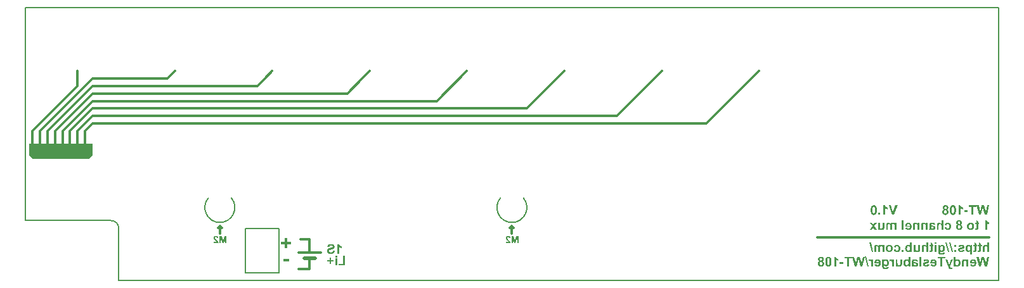
<source format=gbo>
G04*
G04 #@! TF.GenerationSoftware,Altium Limited,Altium Designer,20.0.13 (296)*
G04*
G04 Layer_Color=32896*
%FSLAX44Y44*%
%MOMM*%
G71*
G01*
G75*
%ADD11C,0.2000*%
%ADD14C,0.3000*%
%ADD16C,0.5000*%
G36*
X90000Y182500D02*
X5000D01*
Y167500D01*
X10000Y162500D01*
X85000D01*
X90000Y167500D01*
Y182500D01*
D02*
G37*
G36*
X645135Y59559D02*
X645357Y59545D01*
X645787Y59475D01*
X646147Y59364D01*
X646313Y59309D01*
X646466Y59240D01*
X646605Y59184D01*
X646716Y59115D01*
X646827Y59059D01*
X646910Y59018D01*
X646979Y58962D01*
X647021Y58934D01*
X647048Y58921D01*
X647062Y58907D01*
X647215Y58768D01*
X647354Y58629D01*
X647478Y58463D01*
X647589Y58283D01*
X647756Y57922D01*
X647895Y57575D01*
X647936Y57395D01*
X647978Y57242D01*
X648019Y57104D01*
X648033Y56979D01*
X648061Y56868D01*
Y56799D01*
X648075Y56743D01*
Y56729D01*
X646244Y56549D01*
X646216Y56827D01*
X646161Y57062D01*
X646105Y57270D01*
X646036Y57423D01*
X645981Y57548D01*
X645925Y57631D01*
X645884Y57686D01*
X645870Y57700D01*
X645731Y57811D01*
X645579Y57894D01*
X645426Y57964D01*
X645273Y58005D01*
X645149Y58033D01*
X645038Y58047D01*
X644940D01*
X644733Y58033D01*
X644552Y57991D01*
X644400Y57936D01*
X644261Y57881D01*
X644164Y57825D01*
X644081Y57769D01*
X644039Y57728D01*
X644025Y57714D01*
X643914Y57575D01*
X643831Y57423D01*
X643776Y57270D01*
X643734Y57118D01*
X643706Y56979D01*
X643692Y56854D01*
Y56785D01*
Y56771D01*
Y56757D01*
X643706Y56549D01*
X643748Y56355D01*
X643817Y56161D01*
X643886Y55994D01*
X643956Y55842D01*
X644025Y55731D01*
X644067Y55662D01*
X644081Y55634D01*
X644136Y55551D01*
X644219Y55454D01*
X644330Y55329D01*
X644441Y55218D01*
X644691Y54954D01*
X644940Y54691D01*
X645190Y54441D01*
X645301Y54330D01*
X645412Y54247D01*
X645495Y54164D01*
X645551Y54108D01*
X645592Y54067D01*
X645606Y54053D01*
X645884Y53789D01*
X646133Y53540D01*
X646369Y53304D01*
X646577Y53096D01*
X646771Y52888D01*
X646938Y52694D01*
X647090Y52527D01*
X647215Y52361D01*
X647326Y52222D01*
X647423Y52097D01*
X647506Y52000D01*
X647562Y51903D01*
X647617Y51848D01*
X647645Y51792D01*
X647673Y51764D01*
Y51751D01*
X647853Y51432D01*
X647992Y51099D01*
X648102Y50794D01*
X648186Y50516D01*
X648241Y50267D01*
X648255Y50170D01*
X648269Y50086D01*
X648283Y50017D01*
X648297Y49962D01*
Y49934D01*
Y49920D01*
X641848D01*
Y51626D01*
X645509D01*
X645398Y51806D01*
X645273Y51959D01*
X645218Y52028D01*
X645176Y52084D01*
X645149Y52111D01*
X645135Y52125D01*
X645079Y52181D01*
X645024Y52250D01*
X644857Y52403D01*
X644677Y52583D01*
X644497Y52763D01*
X644316Y52930D01*
X644164Y53068D01*
X644108Y53124D01*
X644067Y53165D01*
X644039Y53179D01*
X644025Y53193D01*
X643720Y53484D01*
X643471Y53720D01*
X643262Y53942D01*
X643096Y54108D01*
X642971Y54247D01*
X642888Y54344D01*
X642832Y54413D01*
X642819Y54427D01*
X642638Y54663D01*
X642486Y54885D01*
X642361Y55093D01*
X642264Y55273D01*
X642181Y55426D01*
X642125Y55551D01*
X642097Y55620D01*
X642084Y55648D01*
X642000Y55870D01*
X641945Y56091D01*
X641903Y56300D01*
X641876Y56494D01*
X641862Y56646D01*
X641848Y56771D01*
Y56854D01*
Y56882D01*
X641862Y57090D01*
X641889Y57298D01*
X641917Y57492D01*
X641973Y57673D01*
X642111Y57991D01*
X642250Y58269D01*
X642333Y58394D01*
X642403Y58491D01*
X642472Y58588D01*
X642541Y58657D01*
X642597Y58713D01*
X642625Y58768D01*
X642652Y58782D01*
X642666Y58796D01*
X642819Y58934D01*
X642999Y59059D01*
X643165Y59156D01*
X643360Y59240D01*
X643720Y59378D01*
X644081Y59475D01*
X644247Y59503D01*
X644400Y59531D01*
X644538Y59545D01*
X644663Y59559D01*
X644760Y59572D01*
X644899D01*
X645135Y59559D01*
D02*
G37*
G36*
X658850Y49920D02*
X657061D01*
Y57464D01*
X655175Y49920D01*
X653303D01*
X651417Y57464D01*
X651403Y49920D01*
X649614D01*
Y59517D01*
X652527D01*
X654232Y52957D01*
X655952Y59517D01*
X658850D01*
Y49920D01*
D02*
G37*
G36*
X419354Y48079D02*
X419595Y47690D01*
X419854Y47319D01*
X420113Y47023D01*
X420335Y46782D01*
X420539Y46597D01*
X420613Y46523D01*
X420669Y46468D01*
X420706Y46449D01*
X420724Y46431D01*
X421132Y46134D01*
X421520Y45875D01*
X421872Y45671D01*
X422187Y45523D01*
X422446Y45412D01*
X422631Y45320D01*
X422705Y45301D01*
X422761Y45283D01*
X422780Y45264D01*
X422798D01*
Y43042D01*
X422132Y43301D01*
X421539Y43579D01*
X421261Y43727D01*
X421002Y43894D01*
X420761Y44042D01*
X420539Y44190D01*
X420335Y44338D01*
X420150Y44468D01*
X420002Y44579D01*
X419873Y44690D01*
X419761Y44783D01*
X419687Y44838D01*
X419650Y44875D01*
X419632Y44894D01*
Y35617D01*
X417169D01*
Y48505D01*
X419169D01*
X419354Y48079D01*
D02*
G37*
G36*
X409003Y48653D02*
X409485Y48597D01*
X409911Y48523D01*
X410281Y48449D01*
X410448Y48393D01*
X410596Y48356D01*
X410707Y48319D01*
X410818Y48282D01*
X410892Y48245D01*
X410947Y48227D01*
X410984Y48208D01*
X411003D01*
X411373Y48023D01*
X411688Y47819D01*
X411966Y47597D01*
X412188Y47393D01*
X412373Y47208D01*
X412484Y47060D01*
X412577Y46949D01*
X412595Y46931D01*
Y46912D01*
X412781Y46597D01*
X412910Y46264D01*
X413003Y45949D01*
X413058Y45671D01*
X413095Y45431D01*
X413132Y45246D01*
Y45171D01*
Y45116D01*
Y45097D01*
Y45079D01*
X413114Y44801D01*
X413077Y44523D01*
X413021Y44283D01*
X412947Y44042D01*
X412762Y43598D01*
X412540Y43209D01*
X412447Y43042D01*
X412336Y42913D01*
X412244Y42783D01*
X412151Y42672D01*
X412077Y42598D01*
X412021Y42542D01*
X411984Y42505D01*
X411966Y42487D01*
X411799Y42357D01*
X411595Y42227D01*
X411392Y42098D01*
X411151Y41987D01*
X410688Y41764D01*
X410207Y41579D01*
X409966Y41505D01*
X409762Y41431D01*
X409559Y41376D01*
X409392Y41320D01*
X409263Y41283D01*
X409151Y41246D01*
X409077Y41227D01*
X409059D01*
X408763Y41153D01*
X408503Y41079D01*
X408263Y41024D01*
X408040Y40968D01*
X407855Y40913D01*
X407688Y40876D01*
X407540Y40820D01*
X407411Y40783D01*
X407300Y40764D01*
X407207Y40728D01*
X407077Y40690D01*
X407003Y40653D01*
X406985D01*
X406744Y40561D01*
X406559Y40468D01*
X406392Y40376D01*
X406263Y40283D01*
X406170Y40209D01*
X406115Y40153D01*
X406078Y40117D01*
X406059Y40098D01*
X405966Y39968D01*
X405892Y39839D01*
X405855Y39709D01*
X405818Y39598D01*
X405800Y39487D01*
X405781Y39394D01*
Y39339D01*
Y39320D01*
X405800Y39061D01*
X405874Y38839D01*
X405985Y38617D01*
X406096Y38431D01*
X406226Y38283D01*
X406318Y38172D01*
X406392Y38098D01*
X406429Y38080D01*
X406689Y37913D01*
X406985Y37783D01*
X407300Y37691D01*
X407596Y37635D01*
X407874Y37598D01*
X408096Y37561D01*
X408300D01*
X408726Y37580D01*
X409096Y37654D01*
X409411Y37746D01*
X409688Y37857D01*
X409911Y37968D01*
X410059Y38061D01*
X410151Y38135D01*
X410188Y38154D01*
X410429Y38413D01*
X410614Y38691D01*
X410781Y39005D01*
X410892Y39320D01*
X410984Y39598D01*
X411059Y39820D01*
X411077Y39894D01*
Y39968D01*
X411096Y40005D01*
Y40024D01*
X413614Y39783D01*
X413558Y39394D01*
X413484Y39024D01*
X413373Y38672D01*
X413281Y38357D01*
X413151Y38061D01*
X413021Y37783D01*
X412892Y37543D01*
X412762Y37320D01*
X412632Y37135D01*
X412503Y36969D01*
X412392Y36820D01*
X412281Y36691D01*
X412207Y36598D01*
X412132Y36543D01*
X412095Y36506D01*
X412077Y36487D01*
X411818Y36284D01*
X411540Y36117D01*
X411244Y35969D01*
X410929Y35839D01*
X410633Y35747D01*
X410318Y35654D01*
X409707Y35524D01*
X409429Y35469D01*
X409170Y35432D01*
X408948Y35413D01*
X408744Y35395D01*
X408577Y35376D01*
X408337D01*
X407744Y35395D01*
X407207Y35450D01*
X406726Y35524D01*
X406522Y35561D01*
X406318Y35617D01*
X406152Y35654D01*
X406003Y35691D01*
X405874Y35728D01*
X405763Y35765D01*
X405670Y35802D01*
X405615Y35821D01*
X405578Y35839D01*
X405559D01*
X405152Y36043D01*
X404818Y36265D01*
X404504Y36487D01*
X404263Y36728D01*
X404078Y36932D01*
X403930Y37117D01*
X403856Y37228D01*
X403819Y37246D01*
Y37265D01*
X403615Y37635D01*
X403448Y37987D01*
X403337Y38339D01*
X403263Y38672D01*
X403226Y38931D01*
X403208Y39061D01*
X403189Y39154D01*
Y39228D01*
Y39283D01*
Y39320D01*
Y39339D01*
X403208Y39783D01*
X403263Y40172D01*
X403356Y40524D01*
X403448Y40820D01*
X403541Y41061D01*
X403633Y41227D01*
X403689Y41339D01*
X403708Y41376D01*
X403911Y41672D01*
X404152Y41931D01*
X404393Y42153D01*
X404615Y42338D01*
X404818Y42487D01*
X404985Y42598D01*
X405096Y42672D01*
X405115Y42690D01*
X405133D01*
X405318Y42783D01*
X405504Y42875D01*
X405948Y43042D01*
X406411Y43190D01*
X406855Y43338D01*
X407059Y43394D01*
X407263Y43449D01*
X407448Y43505D01*
X407596Y43542D01*
X407726Y43579D01*
X407818Y43598D01*
X407892Y43616D01*
X407911D01*
X408244Y43709D01*
X408540Y43783D01*
X408818Y43857D01*
X409077Y43931D01*
X409281Y44005D01*
X409485Y44079D01*
X409651Y44153D01*
X409799Y44209D01*
X409929Y44264D01*
X410022Y44320D01*
X410114Y44357D01*
X410170Y44394D01*
X410262Y44449D01*
X410281Y44468D01*
X410410Y44598D01*
X410503Y44727D01*
X410559Y44857D01*
X410596Y44986D01*
X410633Y45079D01*
X410651Y45171D01*
Y45227D01*
Y45246D01*
X410633Y45431D01*
X410596Y45579D01*
X410522Y45727D01*
X410448Y45838D01*
X410373Y45931D01*
X410299Y45986D01*
X410262Y46023D01*
X410244Y46042D01*
X409985Y46208D01*
X409707Y46319D01*
X409411Y46412D01*
X409133Y46468D01*
X408892Y46505D01*
X408688Y46523D01*
X408503D01*
X408114Y46505D01*
X407781Y46449D01*
X407503Y46375D01*
X407281Y46301D01*
X407096Y46227D01*
X406966Y46153D01*
X406892Y46097D01*
X406874Y46079D01*
X406689Y45894D01*
X406522Y45671D01*
X406392Y45449D01*
X406300Y45209D01*
X406226Y45005D01*
X406189Y44838D01*
X406152Y44709D01*
Y44690D01*
Y44672D01*
X403559Y44764D01*
X403578Y45097D01*
X403633Y45394D01*
X403708Y45690D01*
X403800Y45949D01*
X403893Y46208D01*
X404004Y46449D01*
X404115Y46653D01*
X404226Y46856D01*
X404356Y47023D01*
X404467Y47171D01*
X404578Y47301D01*
X404670Y47412D01*
X404744Y47486D01*
X404800Y47542D01*
X404837Y47579D01*
X404855Y47597D01*
X405096Y47782D01*
X405355Y47949D01*
X405633Y48097D01*
X405929Y48227D01*
X406226Y48319D01*
X406522Y48412D01*
X407114Y48541D01*
X407392Y48579D01*
X407633Y48616D01*
X407874Y48634D01*
X408077Y48653D01*
X408244Y48671D01*
X408466D01*
X409003Y48653D01*
D02*
G37*
G36*
X416595Y30536D02*
X414132D01*
Y32813D01*
X416595D01*
Y30536D01*
D02*
G37*
G36*
X408800Y27462D02*
X412151D01*
Y25166D01*
X408800D01*
Y21852D01*
X406559D01*
Y25166D01*
X403189D01*
Y27462D01*
X406559D01*
Y30777D01*
X408800D01*
Y27462D01*
D02*
G37*
G36*
X427446Y20000D02*
X418410D01*
Y22167D01*
X424853D01*
Y32721D01*
X427446D01*
Y20000D01*
D02*
G37*
G36*
X416595D02*
X414132D01*
Y29295D01*
X416595D01*
Y20000D01*
D02*
G37*
G36*
X255135Y59559D02*
X255357Y59545D01*
X255786Y59475D01*
X256147Y59364D01*
X256313Y59309D01*
X256466Y59240D01*
X256605Y59184D01*
X256716Y59115D01*
X256827Y59059D01*
X256910Y59018D01*
X256979Y58962D01*
X257021Y58934D01*
X257048Y58921D01*
X257062Y58907D01*
X257215Y58768D01*
X257354Y58629D01*
X257479Y58463D01*
X257589Y58283D01*
X257756Y57922D01*
X257894Y57575D01*
X257936Y57395D01*
X257978Y57242D01*
X258019Y57104D01*
X258033Y56979D01*
X258061Y56868D01*
Y56799D01*
X258075Y56743D01*
Y56729D01*
X256244Y56549D01*
X256216Y56827D01*
X256161Y57062D01*
X256105Y57270D01*
X256036Y57423D01*
X255981Y57548D01*
X255925Y57631D01*
X255884Y57686D01*
X255870Y57700D01*
X255731Y57811D01*
X255578Y57894D01*
X255426Y57964D01*
X255273Y58005D01*
X255149Y58033D01*
X255038Y58047D01*
X254940D01*
X254732Y58033D01*
X254552Y57991D01*
X254400Y57936D01*
X254261Y57881D01*
X254164Y57825D01*
X254081Y57769D01*
X254039Y57728D01*
X254025Y57714D01*
X253914Y57575D01*
X253831Y57423D01*
X253776Y57270D01*
X253734Y57118D01*
X253706Y56979D01*
X253692Y56854D01*
Y56785D01*
Y56771D01*
Y56757D01*
X253706Y56549D01*
X253748Y56355D01*
X253817Y56161D01*
X253887Y55994D01*
X253956Y55842D01*
X254025Y55731D01*
X254067Y55662D01*
X254081Y55634D01*
X254136Y55551D01*
X254219Y55454D01*
X254330Y55329D01*
X254441Y55218D01*
X254691Y54954D01*
X254940Y54691D01*
X255190Y54441D01*
X255301Y54330D01*
X255412Y54247D01*
X255495Y54164D01*
X255551Y54108D01*
X255592Y54067D01*
X255606Y54053D01*
X255884Y53789D01*
X256133Y53540D01*
X256369Y53304D01*
X256577Y53096D01*
X256771Y52888D01*
X256938Y52694D01*
X257090Y52527D01*
X257215Y52361D01*
X257326Y52222D01*
X257423Y52097D01*
X257506Y52000D01*
X257562Y51903D01*
X257617Y51848D01*
X257645Y51792D01*
X257673Y51764D01*
Y51751D01*
X257853Y51432D01*
X257992Y51099D01*
X258102Y50794D01*
X258186Y50516D01*
X258241Y50267D01*
X258255Y50170D01*
X258269Y50086D01*
X258283Y50017D01*
X258297Y49962D01*
Y49934D01*
Y49920D01*
X251848D01*
Y51626D01*
X255509D01*
X255398Y51806D01*
X255273Y51959D01*
X255218Y52028D01*
X255176Y52084D01*
X255149Y52111D01*
X255135Y52125D01*
X255079Y52181D01*
X255024Y52250D01*
X254857Y52403D01*
X254677Y52583D01*
X254497Y52763D01*
X254317Y52930D01*
X254164Y53068D01*
X254108Y53124D01*
X254067Y53165D01*
X254039Y53179D01*
X254025Y53193D01*
X253720Y53484D01*
X253470Y53720D01*
X253263Y53942D01*
X253096Y54108D01*
X252971Y54247D01*
X252888Y54344D01*
X252833Y54413D01*
X252819Y54427D01*
X252638Y54663D01*
X252486Y54885D01*
X252361Y55093D01*
X252264Y55273D01*
X252181Y55426D01*
X252125Y55551D01*
X252097Y55620D01*
X252084Y55648D01*
X252000Y55870D01*
X251945Y56091D01*
X251903Y56300D01*
X251876Y56494D01*
X251862Y56646D01*
X251848Y56771D01*
Y56854D01*
Y56882D01*
X251862Y57090D01*
X251889Y57298D01*
X251917Y57492D01*
X251973Y57673D01*
X252111Y57991D01*
X252250Y58269D01*
X252333Y58394D01*
X252403Y58491D01*
X252472Y58588D01*
X252541Y58657D01*
X252597Y58713D01*
X252624Y58768D01*
X252652Y58782D01*
X252666Y58796D01*
X252819Y58934D01*
X252999Y59059D01*
X253165Y59156D01*
X253360Y59240D01*
X253720Y59378D01*
X254081Y59475D01*
X254247Y59503D01*
X254400Y59531D01*
X254538Y59545D01*
X254663Y59559D01*
X254760Y59572D01*
X254899D01*
X255135Y59559D01*
D02*
G37*
G36*
X268850Y49920D02*
X267062D01*
Y57464D01*
X265175Y49920D01*
X263303D01*
X261417Y57464D01*
X261403Y49920D01*
X259614D01*
Y59517D01*
X262527D01*
X264232Y52957D01*
X265952Y59517D01*
X268850D01*
Y49920D01*
D02*
G37*
G36*
X352524Y25199D02*
X345278D01*
Y28891D01*
X352524D01*
Y25199D01*
D02*
G37*
G36*
X349687Y51972D02*
X354712D01*
Y48530D01*
X349687D01*
Y43560D01*
X346328D01*
Y48530D01*
X341275D01*
Y51972D01*
X346328D01*
Y56941D01*
X349687D01*
Y51972D01*
D02*
G37*
G36*
X1216841Y48689D02*
X1214378Y48689D01*
Y50967D01*
X1216841Y50967D01*
Y48689D01*
D02*
G37*
G36*
X1184103Y38153D02*
X1181826D01*
Y39505D01*
X1181604Y39227D01*
X1181381Y38986D01*
X1181159Y38801D01*
X1180956Y38635D01*
X1180770Y38505D01*
X1180622Y38412D01*
X1180530Y38357D01*
X1180493Y38338D01*
X1180196Y38209D01*
X1179919Y38116D01*
X1179659Y38042D01*
X1179419Y38005D01*
X1179215Y37968D01*
X1179048Y37950D01*
X1178919D01*
X1178622Y37968D01*
X1178326Y38005D01*
X1178067Y38061D01*
X1177808Y38153D01*
X1177326Y38357D01*
X1177122Y38468D01*
X1176919Y38598D01*
X1176752Y38709D01*
X1176604Y38820D01*
X1176475Y38931D01*
X1176363Y39023D01*
X1176271Y39116D01*
X1176215Y39172D01*
X1176178Y39209D01*
X1176160Y39227D01*
X1175956Y39486D01*
X1175789Y39746D01*
X1175623Y40042D01*
X1175493Y40338D01*
X1175382Y40653D01*
X1175289Y40949D01*
X1175160Y41542D01*
X1175104Y41819D01*
X1175067Y42079D01*
X1175049Y42301D01*
X1175030Y42505D01*
X1175012Y42671D01*
Y42782D01*
Y42875D01*
Y42893D01*
X1175030Y43319D01*
X1175067Y43708D01*
X1175123Y44078D01*
X1175178Y44412D01*
X1175271Y44727D01*
X1175363Y45023D01*
X1175475Y45282D01*
X1175567Y45523D01*
X1175678Y45726D01*
X1175789Y45912D01*
X1175882Y46060D01*
X1175956Y46189D01*
X1176030Y46282D01*
X1176086Y46356D01*
X1176123Y46393D01*
X1176141Y46412D01*
X1176363Y46634D01*
X1176586Y46819D01*
X1176808Y46986D01*
X1177048Y47134D01*
X1177289Y47245D01*
X1177511Y47356D01*
X1177956Y47504D01*
X1178178Y47541D01*
X1178363Y47578D01*
X1178530Y47615D01*
X1178678Y47634D01*
X1178789Y47652D01*
X1178956D01*
X1179233Y47634D01*
X1179511Y47597D01*
X1179789Y47541D01*
X1180030Y47449D01*
X1180493Y47245D01*
X1180881Y47004D01*
X1181048Y46893D01*
X1181196Y46763D01*
X1181326Y46652D01*
X1181437Y46560D01*
X1181529Y46467D01*
X1181585Y46412D01*
X1181622Y46375D01*
X1181641Y46356D01*
Y50967D01*
X1184103D01*
Y38153D01*
D02*
G37*
G36*
X1287500Y38153D02*
X1285037D01*
Y42801D01*
X1285019Y43208D01*
X1285000Y43560D01*
X1284963Y43875D01*
X1284926Y44116D01*
X1284889Y44319D01*
X1284852Y44449D01*
X1284815Y44541D01*
Y44560D01*
X1284722Y44764D01*
X1284611Y44949D01*
X1284500Y45097D01*
X1284371Y45226D01*
X1284278Y45319D01*
X1284185Y45393D01*
X1284130Y45430D01*
X1284111Y45449D01*
X1283926Y45560D01*
X1283741Y45634D01*
X1283556Y45689D01*
X1283389Y45726D01*
X1283241Y45745D01*
X1283130Y45764D01*
X1283019D01*
X1282834Y45745D01*
X1282649Y45726D01*
X1282500Y45689D01*
X1282371Y45652D01*
X1282278Y45597D01*
X1282186Y45560D01*
X1282149Y45541D01*
X1282130Y45523D01*
X1282001Y45430D01*
X1281908Y45319D01*
X1281741Y45115D01*
X1281704Y45023D01*
X1281667Y44967D01*
X1281630Y44912D01*
Y44893D01*
X1281612Y44801D01*
X1281575Y44708D01*
X1281538Y44449D01*
X1281519Y44134D01*
X1281501Y43819D01*
X1281482Y43523D01*
Y43393D01*
Y43282D01*
Y43171D01*
Y43097D01*
Y43060D01*
Y43042D01*
Y38153D01*
X1279019D01*
Y43597D01*
Y44042D01*
X1279038Y44412D01*
X1279056Y44727D01*
X1279075Y44986D01*
X1279112Y45171D01*
X1279130Y45319D01*
X1279149Y45412D01*
Y45430D01*
X1279205Y45652D01*
X1279279Y45856D01*
X1279353Y46041D01*
X1279445Y46208D01*
X1279519Y46337D01*
X1279575Y46430D01*
X1279612Y46504D01*
X1279630Y46523D01*
X1279779Y46689D01*
X1279945Y46856D01*
X1280112Y46986D01*
X1280278Y47097D01*
X1280427Y47189D01*
X1280556Y47263D01*
X1280630Y47300D01*
X1280667Y47319D01*
X1280927Y47430D01*
X1281204Y47504D01*
X1281445Y47578D01*
X1281686Y47615D01*
X1281889Y47634D01*
X1282056Y47652D01*
X1282204D01*
X1282500Y47634D01*
X1282797Y47597D01*
X1283074Y47523D01*
X1283334Y47430D01*
X1283815Y47208D01*
X1284037Y47078D01*
X1284241Y46949D01*
X1284408Y46800D01*
X1284574Y46671D01*
X1284704Y46560D01*
X1284834Y46449D01*
X1284908Y46356D01*
X1284982Y46282D01*
X1285019Y46245D01*
X1285037Y46226D01*
Y50967D01*
X1287500D01*
Y38153D01*
D02*
G37*
G36*
X1205916Y38153D02*
X1203453D01*
Y42801D01*
X1203435Y43208D01*
X1203416Y43560D01*
X1203379Y43875D01*
X1203342Y44116D01*
X1203305Y44319D01*
X1203268Y44449D01*
X1203231Y44541D01*
Y44560D01*
X1203138Y44764D01*
X1203027Y44949D01*
X1202916Y45097D01*
X1202786Y45226D01*
X1202694Y45319D01*
X1202601Y45393D01*
X1202546Y45430D01*
X1202527Y45449D01*
X1202342Y45560D01*
X1202157Y45634D01*
X1201972Y45689D01*
X1201805Y45726D01*
X1201657Y45745D01*
X1201546Y45764D01*
X1201435D01*
X1201250Y45745D01*
X1201065Y45726D01*
X1200916Y45689D01*
X1200787Y45652D01*
X1200694Y45597D01*
X1200602Y45560D01*
X1200565Y45541D01*
X1200546Y45523D01*
X1200416Y45430D01*
X1200324Y45319D01*
X1200157Y45115D01*
X1200120Y45023D01*
X1200083Y44967D01*
X1200046Y44912D01*
Y44893D01*
X1200028Y44801D01*
X1199990Y44708D01*
X1199954Y44449D01*
X1199935Y44134D01*
X1199917Y43819D01*
X1199898Y43523D01*
Y43393D01*
Y43282D01*
Y43171D01*
Y43097D01*
Y43060D01*
Y43042D01*
Y38153D01*
X1197435D01*
Y43597D01*
Y44041D01*
X1197454Y44412D01*
X1197472Y44727D01*
X1197491Y44986D01*
X1197528Y45171D01*
X1197546Y45319D01*
X1197565Y45412D01*
Y45430D01*
X1197620Y45652D01*
X1197694Y45856D01*
X1197768Y46041D01*
X1197861Y46208D01*
X1197935Y46337D01*
X1197991Y46430D01*
X1198028Y46504D01*
X1198046Y46523D01*
X1198194Y46689D01*
X1198361Y46856D01*
X1198528Y46986D01*
X1198694Y47097D01*
X1198842Y47189D01*
X1198972Y47263D01*
X1199046Y47300D01*
X1199083Y47319D01*
X1199342Y47430D01*
X1199620Y47504D01*
X1199861Y47578D01*
X1200102Y47615D01*
X1200305Y47634D01*
X1200472Y47652D01*
X1200620D01*
X1200916Y47634D01*
X1201213Y47597D01*
X1201490Y47523D01*
X1201750Y47430D01*
X1202231Y47208D01*
X1202453Y47078D01*
X1202657Y46948D01*
X1202824Y46800D01*
X1202990Y46671D01*
X1203120Y46560D01*
X1203250Y46449D01*
X1203324Y46356D01*
X1203398Y46282D01*
X1203435Y46245D01*
X1203453Y46226D01*
Y50967D01*
X1205916D01*
Y38153D01*
D02*
G37*
G36*
X1142515Y47634D02*
X1142811Y47597D01*
X1143089Y47523D01*
X1143367Y47430D01*
X1143848Y47189D01*
X1144070Y47041D01*
X1144274Y46912D01*
X1144459Y46782D01*
X1144626Y46634D01*
X1144755Y46523D01*
X1144867Y46412D01*
X1144959Y46301D01*
X1145033Y46226D01*
X1145070Y46189D01*
X1145089Y46171D01*
Y47449D01*
X1147348D01*
Y38153D01*
X1144885D01*
Y42653D01*
Y43116D01*
X1144848Y43523D01*
X1144830Y43838D01*
X1144793Y44116D01*
X1144755Y44301D01*
X1144737Y44449D01*
X1144700Y44541D01*
Y44560D01*
X1144607Y44764D01*
X1144515Y44949D01*
X1144404Y45097D01*
X1144293Y45226D01*
X1144200Y45319D01*
X1144126Y45393D01*
X1144070Y45430D01*
X1144052Y45449D01*
X1143867Y45560D01*
X1143700Y45634D01*
X1143533Y45689D01*
X1143367Y45726D01*
X1143237Y45745D01*
X1143126Y45764D01*
X1142867D01*
X1142719Y45726D01*
X1142589Y45708D01*
X1142478Y45671D01*
X1142404Y45634D01*
X1142348Y45597D01*
X1142311Y45578D01*
X1142293Y45560D01*
X1142200Y45486D01*
X1142108Y45393D01*
X1141978Y45189D01*
X1141941Y45115D01*
X1141904Y45041D01*
X1141885Y44986D01*
Y44967D01*
X1141867Y44893D01*
X1141830Y44782D01*
X1141793Y44523D01*
X1141774Y44245D01*
X1141756Y43949D01*
X1141737Y43671D01*
Y43449D01*
Y43356D01*
Y43282D01*
Y43245D01*
Y43227D01*
Y38153D01*
X1139275D01*
Y42597D01*
Y43060D01*
X1139238Y43449D01*
X1139219Y43782D01*
X1139182Y44060D01*
X1139145Y44264D01*
X1139127Y44412D01*
X1139089Y44486D01*
Y44523D01*
X1138997Y44745D01*
X1138904Y44930D01*
X1138793Y45078D01*
X1138682Y45208D01*
X1138589Y45319D01*
X1138515Y45393D01*
X1138460Y45430D01*
X1138441Y45449D01*
X1138275Y45560D01*
X1138090Y45634D01*
X1137923Y45689D01*
X1137775Y45726D01*
X1137645Y45745D01*
X1137553Y45764D01*
X1137460D01*
X1137219Y45745D01*
X1136997Y45689D01*
X1136812Y45597D01*
X1136664Y45504D01*
X1136553Y45393D01*
X1136479Y45319D01*
X1136423Y45245D01*
X1136404Y45226D01*
X1136367Y45134D01*
X1136312Y45041D01*
X1136256Y44782D01*
X1136201Y44486D01*
X1136182Y44190D01*
X1136164Y43912D01*
X1136145Y43671D01*
Y43579D01*
Y43505D01*
Y43467D01*
Y43449D01*
Y38153D01*
X1133683D01*
Y44078D01*
X1133701Y44541D01*
X1133720Y44949D01*
X1133757Y45282D01*
X1133812Y45541D01*
X1133868Y45745D01*
X1133905Y45893D01*
X1133923Y45986D01*
X1133942Y46004D01*
X1134090Y46301D01*
X1134257Y46541D01*
X1134442Y46745D01*
X1134608Y46930D01*
X1134775Y47060D01*
X1134905Y47152D01*
X1134979Y47208D01*
X1135016Y47226D01*
X1135294Y47374D01*
X1135590Y47467D01*
X1135868Y47541D01*
X1136145Y47597D01*
X1136386Y47634D01*
X1136571Y47652D01*
X1136738D01*
X1137034Y47634D01*
X1137312Y47597D01*
X1137571Y47541D01*
X1137793Y47467D01*
X1137978Y47393D01*
X1138127Y47337D01*
X1138219Y47300D01*
X1138256Y47282D01*
X1138515Y47134D01*
X1138756Y46948D01*
X1138978Y46763D01*
X1139182Y46578D01*
X1139349Y46412D01*
X1139460Y46282D01*
X1139534Y46189D01*
X1139571Y46152D01*
X1139737Y46412D01*
X1139923Y46652D01*
X1140108Y46837D01*
X1140275Y47004D01*
X1140423Y47134D01*
X1140552Y47208D01*
X1140626Y47263D01*
X1140663Y47282D01*
X1140923Y47411D01*
X1141182Y47504D01*
X1141441Y47560D01*
X1141682Y47615D01*
X1141885Y47634D01*
X1142052Y47652D01*
X1142200D01*
X1142515Y47634D01*
D02*
G37*
G36*
X1224710Y47634D02*
X1225006Y47597D01*
X1225284Y47541D01*
X1225562Y47467D01*
X1226025Y47263D01*
X1226247Y47152D01*
X1226432Y47041D01*
X1226617Y46912D01*
X1226766Y46800D01*
X1226895Y46708D01*
X1227006Y46615D01*
X1227099Y46523D01*
X1227154Y46467D01*
X1227191Y46430D01*
X1227210Y46412D01*
X1227414Y46171D01*
X1227580Y45912D01*
X1227728Y45615D01*
X1227858Y45338D01*
X1227951Y45041D01*
X1228043Y44745D01*
X1228173Y44153D01*
X1228228Y43893D01*
X1228265Y43634D01*
X1228284Y43412D01*
X1228302Y43227D01*
X1228321Y43060D01*
Y42949D01*
Y42856D01*
Y42838D01*
X1228302Y42505D01*
X1228284Y42171D01*
X1228191Y41579D01*
X1228117Y41301D01*
X1228043Y41042D01*
X1227969Y40801D01*
X1227895Y40597D01*
X1227821Y40394D01*
X1227747Y40227D01*
X1227673Y40079D01*
X1227599Y39949D01*
X1227543Y39857D01*
X1227506Y39783D01*
X1227469Y39746D01*
Y39727D01*
X1227247Y39449D01*
X1227025Y39209D01*
X1226784Y39005D01*
X1226543Y38820D01*
X1226303Y38672D01*
X1226043Y38542D01*
X1225803Y38431D01*
X1225581Y38357D01*
X1225358Y38283D01*
X1225155Y38246D01*
X1224969Y38209D01*
X1224821Y38172D01*
X1224692D01*
X1224581Y38153D01*
X1224507D01*
X1224192Y38172D01*
X1223895Y38227D01*
X1223618Y38301D01*
X1223359Y38394D01*
X1222896Y38635D01*
X1222673Y38764D01*
X1222488Y38912D01*
X1222322Y39042D01*
X1222155Y39172D01*
X1222025Y39301D01*
X1221933Y39412D01*
X1221840Y39523D01*
X1221785Y39597D01*
X1221748Y39634D01*
X1221729Y39653D01*
Y38301D01*
Y38024D01*
X1221748Y37783D01*
X1221766Y37598D01*
X1221785Y37450D01*
X1221822Y37320D01*
X1221840Y37246D01*
X1221859Y37209D01*
Y37190D01*
X1221933Y37042D01*
X1222007Y36913D01*
X1222081Y36802D01*
X1222155Y36709D01*
X1222229Y36635D01*
X1222284Y36598D01*
X1222322Y36579D01*
X1222340Y36561D01*
X1222544Y36468D01*
X1222766Y36394D01*
X1223007Y36339D01*
X1223247Y36302D01*
X1223451Y36283D01*
X1223618Y36265D01*
X1223784D01*
X1224044Y36283D01*
X1224266Y36302D01*
X1224451Y36357D01*
X1224599Y36413D01*
X1224729Y36450D01*
X1224803Y36505D01*
X1224858Y36524D01*
X1224877Y36542D01*
X1224969Y36616D01*
X1225043Y36727D01*
X1225136Y36950D01*
X1225155Y37042D01*
X1225173Y37135D01*
X1225192Y37190D01*
Y37209D01*
X1228006Y37542D01*
X1228025Y37431D01*
Y37339D01*
Y37264D01*
Y37246D01*
X1228006Y37024D01*
X1227988Y36802D01*
X1227877Y36394D01*
X1227710Y36042D01*
X1227525Y35746D01*
X1227358Y35505D01*
X1227191Y35339D01*
X1227080Y35228D01*
X1227062Y35209D01*
X1227043Y35190D01*
X1226840Y35042D01*
X1226617Y34931D01*
X1226358Y34820D01*
X1226099Y34728D01*
X1225543Y34580D01*
X1224988Y34487D01*
X1224729Y34450D01*
X1224488Y34413D01*
X1224266Y34394D01*
X1224081D01*
X1223914Y34376D01*
X1223692D01*
X1223247Y34394D01*
X1222840Y34413D01*
X1222488Y34468D01*
X1222173Y34524D01*
X1221933Y34561D01*
X1221766Y34616D01*
X1221655Y34635D01*
X1221618Y34654D01*
X1221322Y34765D01*
X1221062Y34876D01*
X1220840Y35005D01*
X1220655Y35117D01*
X1220525Y35209D01*
X1220414Y35302D01*
X1220340Y35357D01*
X1220322Y35376D01*
X1220137Y35561D01*
X1219988Y35765D01*
X1219859Y35987D01*
X1219748Y36190D01*
X1219655Y36376D01*
X1219600Y36524D01*
X1219563Y36616D01*
X1219544Y36653D01*
X1219489Y36820D01*
X1219452Y36987D01*
X1219377Y37376D01*
X1219340Y37783D01*
X1219303Y38190D01*
X1219285Y38542D01*
X1219266Y38690D01*
Y38838D01*
Y38949D01*
Y39023D01*
Y39079D01*
Y39097D01*
Y47449D01*
X1221562D01*
Y46115D01*
X1221785Y46393D01*
X1222007Y46615D01*
X1222247Y46838D01*
X1222488Y47004D01*
X1222729Y47152D01*
X1222970Y47282D01*
X1223192Y47375D01*
X1223414Y47467D01*
X1223618Y47523D01*
X1223803Y47578D01*
X1223988Y47597D01*
X1224118Y47634D01*
X1224247D01*
X1224340Y47652D01*
X1224414D01*
X1224710Y47634D01*
D02*
G37*
G36*
X1243245Y44986D02*
X1240783D01*
Y47449D01*
X1243245D01*
Y44986D01*
D02*
G37*
G36*
X1276408Y49300D02*
Y47449D01*
X1277538D01*
Y45486D01*
X1276408D01*
Y41431D01*
Y41190D01*
Y40986D01*
Y40782D01*
X1276390Y40616D01*
Y40320D01*
X1276372Y40079D01*
X1276353Y39894D01*
Y39783D01*
X1276335Y39709D01*
Y39690D01*
X1276297Y39486D01*
X1276242Y39301D01*
X1276186Y39135D01*
X1276131Y39005D01*
X1276075Y38894D01*
X1276038Y38820D01*
X1276020Y38764D01*
X1276001Y38746D01*
X1275890Y38616D01*
X1275760Y38505D01*
X1275501Y38320D01*
X1275390Y38264D01*
X1275298Y38209D01*
X1275223Y38190D01*
X1275205Y38172D01*
X1275001Y38098D01*
X1274798Y38042D01*
X1274594Y38005D01*
X1274409Y37987D01*
X1274242Y37968D01*
X1274112Y37950D01*
X1274001D01*
X1273613Y37968D01*
X1273242Y38005D01*
X1272909Y38061D01*
X1272631Y38135D01*
X1272390Y38190D01*
X1272205Y38246D01*
X1272094Y38283D01*
X1272076Y38301D01*
X1272057D01*
X1272279Y40209D01*
X1272502Y40135D01*
X1272705Y40079D01*
X1272872Y40042D01*
X1273020Y40023D01*
X1273131Y40005D01*
X1273205Y39986D01*
X1273279D01*
X1273446Y40005D01*
X1273576Y40042D01*
X1273650Y40079D01*
X1273687Y40097D01*
X1273798Y40209D01*
X1273853Y40301D01*
X1273890Y40375D01*
X1273909Y40412D01*
Y40449D01*
X1273927Y40523D01*
Y40690D01*
Y40912D01*
X1273946Y41134D01*
Y41357D01*
Y41542D01*
Y41616D01*
Y41671D01*
Y41708D01*
Y41727D01*
Y45486D01*
X1272261D01*
Y47449D01*
X1273946D01*
Y50745D01*
X1276408Y49300D01*
D02*
G37*
G36*
X1270446D02*
Y47449D01*
X1271576D01*
Y45486D01*
X1270446D01*
Y41431D01*
Y41190D01*
Y40986D01*
Y40782D01*
X1270428Y40616D01*
Y40320D01*
X1270409Y40079D01*
X1270391Y39894D01*
Y39783D01*
X1270372Y39709D01*
Y39690D01*
X1270335Y39486D01*
X1270280Y39301D01*
X1270224Y39135D01*
X1270169Y39005D01*
X1270113Y38894D01*
X1270076Y38820D01*
X1270057Y38764D01*
X1270039Y38746D01*
X1269928Y38616D01*
X1269798Y38505D01*
X1269539Y38320D01*
X1269428Y38264D01*
X1269335Y38209D01*
X1269261Y38190D01*
X1269243Y38172D01*
X1269039Y38098D01*
X1268835Y38042D01*
X1268632Y38005D01*
X1268446Y37987D01*
X1268280Y37968D01*
X1268150Y37950D01*
X1268039D01*
X1267650Y37968D01*
X1267280Y38005D01*
X1266947Y38061D01*
X1266669Y38135D01*
X1266428Y38190D01*
X1266243Y38246D01*
X1266132Y38283D01*
X1266113Y38301D01*
X1266095D01*
X1266317Y40209D01*
X1266539Y40135D01*
X1266743Y40079D01*
X1266909Y40042D01*
X1267058Y40023D01*
X1267169Y40005D01*
X1267243Y39986D01*
X1267317D01*
X1267484Y40005D01*
X1267613Y40042D01*
X1267687Y40079D01*
X1267724Y40097D01*
X1267835Y40209D01*
X1267891Y40301D01*
X1267928Y40375D01*
X1267946Y40412D01*
Y40449D01*
X1267965Y40523D01*
Y40690D01*
Y40912D01*
X1267983Y41134D01*
Y41357D01*
Y41542D01*
Y41616D01*
Y41671D01*
Y41708D01*
Y41727D01*
Y45486D01*
X1266299D01*
Y47449D01*
X1267983D01*
Y50745D01*
X1270446Y49300D01*
D02*
G37*
G36*
X1211730Y49300D02*
Y47449D01*
X1212860D01*
Y45486D01*
X1211730D01*
Y41431D01*
Y41190D01*
Y40986D01*
Y40782D01*
X1211712Y40616D01*
Y40320D01*
X1211693Y40079D01*
X1211674Y39894D01*
Y39783D01*
X1211656Y39709D01*
Y39690D01*
X1211619Y39486D01*
X1211563Y39301D01*
X1211508Y39135D01*
X1211452Y39005D01*
X1211397Y38894D01*
X1211360Y38820D01*
X1211341Y38764D01*
X1211323Y38746D01*
X1211212Y38616D01*
X1211082Y38505D01*
X1210823Y38320D01*
X1210712Y38264D01*
X1210619Y38209D01*
X1210545Y38190D01*
X1210527Y38172D01*
X1210323Y38098D01*
X1210119Y38042D01*
X1209915Y38005D01*
X1209730Y37987D01*
X1209564Y37968D01*
X1209434Y37950D01*
X1209323D01*
X1208934Y37968D01*
X1208564Y38005D01*
X1208230Y38061D01*
X1207953Y38135D01*
X1207712Y38190D01*
X1207527Y38246D01*
X1207416Y38283D01*
X1207397Y38301D01*
X1207379D01*
X1207601Y40209D01*
X1207823Y40134D01*
X1208027Y40079D01*
X1208193Y40042D01*
X1208342Y40023D01*
X1208453Y40005D01*
X1208527Y39986D01*
X1208601D01*
X1208767Y40005D01*
X1208897Y40042D01*
X1208971Y40079D01*
X1209008Y40097D01*
X1209119Y40209D01*
X1209175Y40301D01*
X1209212Y40375D01*
X1209230Y40412D01*
Y40449D01*
X1209249Y40523D01*
Y40690D01*
Y40912D01*
X1209267Y41134D01*
Y41357D01*
Y41542D01*
Y41616D01*
Y41671D01*
Y41708D01*
Y41727D01*
Y45486D01*
X1207582D01*
Y47449D01*
X1209267D01*
Y50745D01*
X1211730Y49300D01*
D02*
G37*
G36*
X1164513Y47634D02*
X1164865Y47597D01*
X1165216Y47541D01*
X1165513Y47449D01*
X1165809Y47356D01*
X1166087Y47245D01*
X1166327Y47134D01*
X1166550Y47004D01*
X1166753Y46893D01*
X1166920Y46763D01*
X1167068Y46652D01*
X1167198Y46560D01*
X1167290Y46467D01*
X1167364Y46412D01*
X1167401Y46375D01*
X1167420Y46356D01*
X1167624Y46097D01*
X1167809Y45838D01*
X1167975Y45560D01*
X1168123Y45264D01*
X1168235Y44967D01*
X1168327Y44671D01*
X1168475Y44097D01*
X1168531Y43819D01*
X1168568Y43579D01*
X1168586Y43356D01*
X1168605Y43153D01*
X1168623Y43004D01*
Y42875D01*
Y42801D01*
Y42782D01*
X1168605Y42375D01*
X1168568Y41968D01*
X1168512Y41616D01*
X1168438Y41264D01*
X1168346Y40949D01*
X1168235Y40653D01*
X1168142Y40394D01*
X1168012Y40153D01*
X1167901Y39931D01*
X1167809Y39746D01*
X1167698Y39597D01*
X1167605Y39468D01*
X1167531Y39357D01*
X1167475Y39283D01*
X1167438Y39246D01*
X1167420Y39227D01*
X1167179Y39005D01*
X1166938Y38801D01*
X1166679Y38635D01*
X1166401Y38486D01*
X1166142Y38357D01*
X1165864Y38264D01*
X1165605Y38172D01*
X1165346Y38116D01*
X1165105Y38061D01*
X1164883Y38024D01*
X1164679Y37987D01*
X1164513Y37968D01*
X1164383Y37950D01*
X1164179D01*
X1163846Y37968D01*
X1163550Y37987D01*
X1163254Y38024D01*
X1162976Y38079D01*
X1162717Y38135D01*
X1162494Y38209D01*
X1162272Y38283D01*
X1162087Y38375D01*
X1161902Y38449D01*
X1161754Y38523D01*
X1161624Y38598D01*
X1161513Y38653D01*
X1161439Y38709D01*
X1161383Y38746D01*
X1161346Y38783D01*
X1161328D01*
X1161143Y38949D01*
X1160957Y39135D01*
X1160643Y39542D01*
X1160384Y39949D01*
X1160198Y40357D01*
X1160050Y40727D01*
X1159995Y40894D01*
X1159939Y41023D01*
X1159902Y41134D01*
X1159884Y41227D01*
X1159865Y41283D01*
Y41301D01*
X1162272Y41708D01*
X1162346Y41375D01*
X1162457Y41079D01*
X1162550Y40838D01*
X1162661Y40653D01*
X1162772Y40505D01*
X1162846Y40412D01*
X1162902Y40357D01*
X1162920Y40338D01*
X1163105Y40209D01*
X1163291Y40116D01*
X1163476Y40042D01*
X1163661Y40005D01*
X1163828Y39968D01*
X1163957Y39949D01*
X1164068D01*
X1164402Y39986D01*
X1164698Y40060D01*
X1164939Y40153D01*
X1165161Y40283D01*
X1165328Y40412D01*
X1165439Y40505D01*
X1165531Y40579D01*
X1165550Y40616D01*
X1165642Y40764D01*
X1165735Y40912D01*
X1165864Y41264D01*
X1165975Y41653D01*
X1166031Y42042D01*
X1166068Y42412D01*
X1166087Y42560D01*
Y42690D01*
X1166105Y42801D01*
Y42893D01*
Y42949D01*
Y42968D01*
Y43227D01*
X1166087Y43486D01*
X1166050Y43708D01*
X1166013Y43930D01*
X1165975Y44116D01*
X1165938Y44282D01*
X1165827Y44578D01*
X1165735Y44801D01*
X1165642Y44949D01*
X1165587Y45041D01*
X1165568Y45078D01*
X1165346Y45301D01*
X1165105Y45449D01*
X1164865Y45560D01*
X1164642Y45652D01*
X1164420Y45689D01*
X1164253Y45708D01*
X1164142Y45726D01*
X1164105D01*
X1163865Y45708D01*
X1163643Y45671D01*
X1163457Y45615D01*
X1163291Y45541D01*
X1163161Y45467D01*
X1163068Y45412D01*
X1163013Y45375D01*
X1162994Y45356D01*
X1162846Y45208D01*
X1162717Y45041D01*
X1162624Y44856D01*
X1162532Y44689D01*
X1162476Y44523D01*
X1162439Y44393D01*
X1162420Y44319D01*
Y44282D01*
X1159995Y44727D01*
X1160180Y45245D01*
X1160402Y45689D01*
X1160643Y46060D01*
X1160883Y46375D01*
X1161106Y46615D01*
X1161272Y46782D01*
X1161346Y46837D01*
X1161402Y46874D01*
X1161421Y46912D01*
X1161439D01*
X1161846Y47152D01*
X1162291Y47337D01*
X1162735Y47467D01*
X1163161Y47560D01*
X1163365Y47597D01*
X1163550Y47615D01*
X1163717Y47634D01*
X1163865D01*
X1163976Y47652D01*
X1164142D01*
X1164513Y47634D01*
D02*
G37*
G36*
X1194991Y41560D02*
X1194973Y41097D01*
X1194936Y40690D01*
X1194880Y40338D01*
X1194824Y40042D01*
X1194769Y39801D01*
X1194713Y39634D01*
X1194676Y39542D01*
X1194658Y39505D01*
X1194510Y39246D01*
X1194343Y39005D01*
X1194176Y38820D01*
X1193991Y38653D01*
X1193843Y38523D01*
X1193695Y38431D01*
X1193621Y38375D01*
X1193584Y38357D01*
X1193306Y38227D01*
X1193010Y38116D01*
X1192732Y38042D01*
X1192454Y38005D01*
X1192232Y37968D01*
X1192065Y37950D01*
X1191899D01*
X1191565Y37968D01*
X1191251Y38005D01*
X1190954Y38079D01*
X1190695Y38153D01*
X1190473Y38227D01*
X1190306Y38301D01*
X1190195Y38338D01*
X1190158Y38357D01*
X1189862Y38523D01*
X1189603Y38727D01*
X1189362Y38912D01*
X1189177Y39116D01*
X1189010Y39283D01*
X1188899Y39412D01*
X1188825Y39505D01*
X1188807Y39542D01*
Y38153D01*
X1186529D01*
Y47449D01*
X1188992D01*
Y43523D01*
Y43171D01*
Y42856D01*
X1189010Y42560D01*
X1189029Y42301D01*
Y42060D01*
X1189047Y41856D01*
X1189066Y41690D01*
X1189084Y41523D01*
X1189103Y41394D01*
X1189121Y41301D01*
X1189140Y41208D01*
Y41134D01*
X1189177Y41042D01*
Y41023D01*
X1189251Y40838D01*
X1189362Y40671D01*
X1189473Y40542D01*
X1189584Y40412D01*
X1189695Y40301D01*
X1189788Y40227D01*
X1189843Y40190D01*
X1189862Y40171D01*
X1190047Y40060D01*
X1190251Y39986D01*
X1190436Y39912D01*
X1190621Y39875D01*
X1190769Y39857D01*
X1190880Y39838D01*
X1190992D01*
X1191195Y39857D01*
X1191362Y39875D01*
X1191528Y39912D01*
X1191658Y39968D01*
X1191769Y40005D01*
X1191843Y40042D01*
X1191899Y40060D01*
X1191917Y40079D01*
X1192047Y40190D01*
X1192140Y40301D01*
X1192232Y40412D01*
X1192288Y40523D01*
X1192343Y40634D01*
X1192380Y40708D01*
X1192399Y40764D01*
Y40782D01*
X1192417Y40875D01*
X1192436Y41005D01*
X1192454Y41171D01*
X1192473Y41338D01*
X1192491Y41727D01*
X1192510Y42153D01*
X1192528Y42542D01*
Y42708D01*
Y42856D01*
Y42986D01*
Y43079D01*
Y43153D01*
Y43171D01*
Y47449D01*
X1194991D01*
Y41560D01*
D02*
G37*
G36*
X1243245Y38153D02*
X1240783D01*
Y40616D01*
X1243245D01*
Y38153D01*
D02*
G37*
G36*
X1216841D02*
X1214378Y38153D01*
Y47449D01*
X1216841Y47449D01*
Y38153D01*
D02*
G37*
G36*
X1173067Y38153D02*
X1170605D01*
Y40616D01*
X1173067D01*
Y38153D01*
D02*
G37*
G36*
X1250985Y47615D02*
X1251300Y47578D01*
X1251596Y47523D01*
X1251855Y47467D01*
X1252096Y47393D01*
X1252318Y47319D01*
X1252522Y47245D01*
X1252689Y47152D01*
X1252837Y47078D01*
X1252967Y47004D01*
X1253059Y46949D01*
X1253152Y46893D01*
X1253207Y46856D01*
X1253226Y46838D01*
X1253244Y46819D01*
X1253411Y46671D01*
X1253559Y46504D01*
X1253689Y46337D01*
X1253781Y46152D01*
X1253966Y45819D01*
X1254078Y45504D01*
X1254133Y45226D01*
X1254152Y45097D01*
X1254170Y45004D01*
X1254189Y44912D01*
Y44856D01*
Y44819D01*
Y44801D01*
X1254170Y44560D01*
X1254133Y44338D01*
X1254096Y44116D01*
X1254022Y43912D01*
X1253837Y43560D01*
X1253633Y43264D01*
X1253448Y43023D01*
X1253263Y42856D01*
X1253189Y42782D01*
X1253152Y42745D01*
X1253115Y42727D01*
X1253096Y42708D01*
X1252930Y42616D01*
X1252707Y42505D01*
X1252448Y42393D01*
X1252170Y42301D01*
X1251874Y42190D01*
X1251559Y42097D01*
X1250911Y41912D01*
X1250596Y41820D01*
X1250300Y41745D01*
X1250041Y41671D01*
X1249800Y41616D01*
X1249596Y41579D01*
X1249448Y41542D01*
X1249356Y41505D01*
X1249319D01*
X1249097Y41449D01*
X1248930Y41394D01*
X1248782Y41338D01*
X1248671Y41301D01*
X1248597Y41245D01*
X1248541Y41227D01*
X1248504Y41190D01*
X1248393Y41042D01*
X1248337Y40894D01*
X1248319Y40782D01*
Y40746D01*
Y40727D01*
X1248337Y40579D01*
X1248374Y40449D01*
X1248430Y40338D01*
X1248485Y40246D01*
X1248541Y40171D01*
X1248597Y40116D01*
X1248634Y40079D01*
X1248652Y40060D01*
X1248856Y39949D01*
X1249078Y39875D01*
X1249319Y39801D01*
X1249541Y39764D01*
X1249745Y39746D01*
X1249930Y39727D01*
X1250078D01*
X1250393Y39746D01*
X1250652Y39783D01*
X1250893Y39838D01*
X1251078Y39912D01*
X1251226Y39968D01*
X1251337Y40023D01*
X1251411Y40060D01*
X1251430Y40079D01*
X1251596Y40227D01*
X1251726Y40412D01*
X1251837Y40579D01*
X1251930Y40764D01*
X1251985Y40931D01*
X1252022Y41060D01*
X1252059Y41134D01*
Y41171D01*
X1254522Y40801D01*
X1254355Y40338D01*
X1254152Y39912D01*
X1253929Y39560D01*
X1253689Y39264D01*
X1253466Y39023D01*
X1253263Y38857D01*
X1253207Y38783D01*
X1253152Y38746D01*
X1253115Y38727D01*
X1253096Y38709D01*
X1252874Y38579D01*
X1252652Y38449D01*
X1252152Y38264D01*
X1251652Y38135D01*
X1251170Y38042D01*
X1250948Y38005D01*
X1250744Y37987D01*
X1250559Y37968D01*
X1250393D01*
X1250263Y37950D01*
X1250078D01*
X1249708Y37968D01*
X1249356Y37987D01*
X1249023Y38042D01*
X1248708Y38098D01*
X1248430Y38153D01*
X1248171Y38246D01*
X1247930Y38320D01*
X1247726Y38412D01*
X1247541Y38486D01*
X1247374Y38579D01*
X1247245Y38653D01*
X1247134Y38709D01*
X1247041Y38783D01*
X1246986Y38820D01*
X1246949Y38838D01*
X1246930Y38857D01*
X1246745Y39042D01*
X1246578Y39227D01*
X1246430Y39412D01*
X1246301Y39597D01*
X1246208Y39783D01*
X1246115Y39968D01*
X1245986Y40301D01*
X1245912Y40616D01*
X1245893Y40746D01*
X1245875Y40838D01*
X1245856Y40931D01*
Y41005D01*
Y41042D01*
Y41060D01*
X1245893Y41468D01*
X1245986Y41838D01*
X1246097Y42153D01*
X1246245Y42412D01*
X1246393Y42616D01*
X1246504Y42764D01*
X1246597Y42838D01*
X1246634Y42875D01*
X1246801Y42986D01*
X1246967Y43116D01*
X1247171Y43208D01*
X1247393Y43319D01*
X1247837Y43505D01*
X1248300Y43671D01*
X1248708Y43801D01*
X1248893Y43838D01*
X1249060Y43893D01*
X1249189Y43930D01*
X1249282Y43949D01*
X1249356Y43967D01*
X1249374D01*
X1249726Y44060D01*
X1250041Y44134D01*
X1250319Y44208D01*
X1250559Y44282D01*
X1250782Y44338D01*
X1250967Y44393D01*
X1251115Y44449D01*
X1251263Y44486D01*
X1251374Y44541D01*
X1251467Y44578D01*
X1251541Y44597D01*
X1251578Y44634D01*
X1251652Y44653D01*
X1251670Y44671D01*
X1251744Y44745D01*
X1251800Y44819D01*
X1251874Y44967D01*
X1251911Y45078D01*
Y45097D01*
Y45115D01*
X1251893Y45226D01*
X1251874Y45319D01*
X1251763Y45486D01*
X1251670Y45578D01*
X1251652Y45615D01*
X1251633D01*
X1251448Y45708D01*
X1251245Y45782D01*
X1251022Y45819D01*
X1250782Y45856D01*
X1250578Y45875D01*
X1250411Y45893D01*
X1250245D01*
X1249967Y45875D01*
X1249726Y45856D01*
X1249522Y45800D01*
X1249356Y45745D01*
X1249226Y45689D01*
X1249134Y45652D01*
X1249078Y45615D01*
X1249060Y45597D01*
X1248911Y45486D01*
X1248800Y45356D01*
X1248689Y45226D01*
X1248615Y45078D01*
X1248560Y44967D01*
X1248522Y44875D01*
X1248485Y44801D01*
Y44782D01*
X1246171Y45208D01*
X1246319Y45634D01*
X1246523Y46004D01*
X1246726Y46319D01*
X1246949Y46560D01*
X1247134Y46763D01*
X1247300Y46912D01*
X1247412Y46986D01*
X1247430Y47023D01*
X1247449D01*
X1247634Y47134D01*
X1247837Y47226D01*
X1248282Y47393D01*
X1248745Y47504D01*
X1249208Y47578D01*
X1249430Y47597D01*
X1249633Y47615D01*
X1249819Y47634D01*
X1249967Y47652D01*
X1250652D01*
X1250985Y47615D01*
D02*
G37*
G36*
X1154403Y47634D02*
X1154866Y47560D01*
X1155292Y47467D01*
X1155662Y47356D01*
X1155810Y47282D01*
X1155958Y47226D01*
X1156088Y47189D01*
X1156180Y47134D01*
X1156273Y47097D01*
X1156328Y47060D01*
X1156365Y47041D01*
X1156384D01*
X1156773Y46782D01*
X1157106Y46504D01*
X1157402Y46208D01*
X1157643Y45930D01*
X1157828Y45671D01*
X1157976Y45467D01*
X1158032Y45393D01*
X1158050Y45338D01*
X1158087Y45301D01*
Y45282D01*
X1158291Y44856D01*
X1158421Y44430D01*
X1158532Y44041D01*
X1158606Y43690D01*
X1158643Y43375D01*
X1158661Y43245D01*
Y43134D01*
X1158680Y43060D01*
Y42986D01*
Y42949D01*
Y42930D01*
X1158661Y42356D01*
X1158587Y41819D01*
X1158495Y41357D01*
X1158439Y41153D01*
X1158384Y40968D01*
X1158328Y40801D01*
X1158273Y40653D01*
X1158217Y40523D01*
X1158180Y40412D01*
X1158143Y40320D01*
X1158106Y40264D01*
X1158087Y40227D01*
Y40209D01*
X1157828Y39820D01*
X1157551Y39486D01*
X1157254Y39190D01*
X1156976Y38949D01*
X1156717Y38764D01*
X1156514Y38635D01*
X1156440Y38579D01*
X1156384Y38542D01*
X1156347Y38523D01*
X1156328D01*
X1155884Y38338D01*
X1155458Y38190D01*
X1155051Y38098D01*
X1154662Y38024D01*
X1154347Y37987D01*
X1154218Y37968D01*
X1154106D01*
X1154014Y37950D01*
X1153884D01*
X1153495Y37968D01*
X1153143Y38005D01*
X1152792Y38079D01*
X1152477Y38172D01*
X1152162Y38264D01*
X1151884Y38375D01*
X1151625Y38505D01*
X1151385Y38635D01*
X1151181Y38764D01*
X1150996Y38894D01*
X1150829Y39005D01*
X1150699Y39097D01*
X1150588Y39190D01*
X1150514Y39264D01*
X1150477Y39301D01*
X1150459Y39320D01*
X1150218Y39597D01*
X1150014Y39875D01*
X1149829Y40153D01*
X1149662Y40449D01*
X1149533Y40746D01*
X1149422Y41042D01*
X1149329Y41319D01*
X1149255Y41597D01*
X1149200Y41838D01*
X1149163Y42079D01*
X1149125Y42282D01*
X1149107Y42467D01*
X1149088Y42616D01*
Y42727D01*
Y42801D01*
Y42819D01*
X1149107Y43208D01*
X1149144Y43579D01*
X1149218Y43912D01*
X1149292Y44245D01*
X1149403Y44541D01*
X1149514Y44838D01*
X1149644Y45097D01*
X1149755Y45338D01*
X1149885Y45541D01*
X1150014Y45745D01*
X1150125Y45893D01*
X1150236Y46041D01*
X1150311Y46134D01*
X1150385Y46226D01*
X1150422Y46263D01*
X1150440Y46282D01*
X1150699Y46523D01*
X1150977Y46726D01*
X1151255Y46912D01*
X1151551Y47078D01*
X1151847Y47208D01*
X1152125Y47319D01*
X1152403Y47411D01*
X1152681Y47485D01*
X1152921Y47541D01*
X1153162Y47578D01*
X1153366Y47615D01*
X1153551Y47634D01*
X1153699Y47652D01*
X1153903D01*
X1154403Y47634D01*
D02*
G37*
G36*
X1239042Y37931D02*
X1237227D01*
X1234024Y51189D01*
X1235876D01*
X1239042Y37931D01*
D02*
G37*
G36*
X1234061D02*
X1232246D01*
X1229043Y51189D01*
X1230895D01*
X1234061Y37931D01*
D02*
G37*
G36*
X1132553Y37931D02*
X1130739D01*
X1127535Y51189D01*
X1129387D01*
X1132553Y37931D01*
D02*
G37*
G36*
X1259818Y47634D02*
X1260133Y47578D01*
X1260429Y47504D01*
X1260669Y47430D01*
X1260873Y47356D01*
X1261040Y47282D01*
X1261132Y47226D01*
X1261169Y47208D01*
X1261447Y47041D01*
X1261669Y46856D01*
X1261891Y46671D01*
X1262058Y46486D01*
X1262188Y46319D01*
X1262299Y46189D01*
X1262354Y46115D01*
X1262373Y46078D01*
Y47449D01*
X1264669D01*
Y34598D01*
X1262206D01*
Y39301D01*
X1261947Y39042D01*
X1261706Y38820D01*
X1261503Y38635D01*
X1261299Y38505D01*
X1261132Y38394D01*
X1261021Y38301D01*
X1260929Y38264D01*
X1260910Y38246D01*
X1260669Y38153D01*
X1260429Y38079D01*
X1260188Y38024D01*
X1259966Y37987D01*
X1259781Y37968D01*
X1259632Y37950D01*
X1259503D01*
X1259207Y37968D01*
X1258929Y38005D01*
X1258651Y38061D01*
X1258392Y38153D01*
X1257929Y38357D01*
X1257725Y38468D01*
X1257522Y38598D01*
X1257355Y38709D01*
X1257207Y38820D01*
X1257077Y38931D01*
X1256966Y39023D01*
X1256873Y39116D01*
X1256818Y39172D01*
X1256781Y39209D01*
X1256762Y39227D01*
X1256559Y39486D01*
X1256392Y39764D01*
X1256226Y40042D01*
X1256096Y40338D01*
X1255985Y40634D01*
X1255892Y40931D01*
X1255762Y41523D01*
X1255707Y41782D01*
X1255670Y42042D01*
X1255651Y42264D01*
X1255633Y42449D01*
X1255614Y42616D01*
Y42745D01*
Y42819D01*
Y42838D01*
X1255633Y43245D01*
X1255670Y43653D01*
X1255725Y44004D01*
X1255781Y44356D01*
X1255874Y44671D01*
X1255966Y44967D01*
X1256077Y45226D01*
X1256170Y45467D01*
X1256281Y45671D01*
X1256392Y45856D01*
X1256485Y46023D01*
X1256559Y46134D01*
X1256633Y46245D01*
X1256688Y46319D01*
X1256725Y46356D01*
X1256744Y46375D01*
X1256966Y46597D01*
X1257188Y46800D01*
X1257411Y46967D01*
X1257651Y47115D01*
X1257873Y47245D01*
X1258114Y47337D01*
X1258318Y47430D01*
X1258540Y47486D01*
X1258725Y47541D01*
X1258910Y47578D01*
X1259077Y47615D01*
X1259207Y47634D01*
X1259336Y47652D01*
X1259484D01*
X1259818Y47634D01*
D02*
G37*
G36*
X1181844Y18777D02*
X1179567D01*
Y20129D01*
X1179344Y19851D01*
X1179122Y19611D01*
X1178900Y19425D01*
X1178696Y19259D01*
X1178511Y19129D01*
X1178363Y19037D01*
X1178271Y18981D01*
X1178233Y18963D01*
X1177937Y18833D01*
X1177660Y18740D01*
X1177400Y18666D01*
X1177160Y18629D01*
X1176956Y18592D01*
X1176789Y18574D01*
X1176660D01*
X1176363Y18592D01*
X1176067Y18629D01*
X1175808Y18685D01*
X1175549Y18777D01*
X1175067Y18981D01*
X1174864Y19092D01*
X1174660Y19222D01*
X1174493Y19333D01*
X1174345Y19444D01*
X1174215Y19555D01*
X1174104Y19648D01*
X1174012Y19740D01*
X1173956Y19796D01*
X1173919Y19833D01*
X1173901Y19851D01*
X1173697Y20111D01*
X1173530Y20370D01*
X1173364Y20666D01*
X1173234Y20962D01*
X1173123Y21277D01*
X1173030Y21573D01*
X1172901Y22166D01*
X1172845Y22444D01*
X1172808Y22703D01*
X1172790Y22925D01*
X1172771Y23129D01*
X1172753Y23295D01*
Y23407D01*
Y23499D01*
Y23518D01*
X1172771Y23944D01*
X1172808Y24332D01*
X1172864Y24703D01*
X1172919Y25036D01*
X1173012Y25351D01*
X1173104Y25647D01*
X1173215Y25906D01*
X1173308Y26147D01*
X1173419Y26351D01*
X1173530Y26536D01*
X1173623Y26684D01*
X1173697Y26814D01*
X1173771Y26906D01*
X1173827Y26980D01*
X1173864Y27017D01*
X1173882Y27036D01*
X1174104Y27258D01*
X1174326Y27443D01*
X1174549Y27610D01*
X1174789Y27758D01*
X1175030Y27869D01*
X1175252Y27980D01*
X1175697Y28128D01*
X1175919Y28165D01*
X1176104Y28202D01*
X1176271Y28239D01*
X1176419Y28258D01*
X1176530Y28276D01*
X1176697D01*
X1176974Y28258D01*
X1177252Y28221D01*
X1177530Y28165D01*
X1177771Y28073D01*
X1178233Y27869D01*
X1178622Y27628D01*
X1178789Y27517D01*
X1178937Y27388D01*
X1179067Y27276D01*
X1179178Y27184D01*
X1179270Y27091D01*
X1179326Y27036D01*
X1179363Y26999D01*
X1179382Y26980D01*
Y31591D01*
X1181844D01*
Y18777D01*
D02*
G37*
G36*
X1149829Y28258D02*
X1150125Y28221D01*
X1150403Y28165D01*
X1150681Y28091D01*
X1151144Y27887D01*
X1151366Y27776D01*
X1151551Y27665D01*
X1151736Y27536D01*
X1151884Y27425D01*
X1152014Y27332D01*
X1152125Y27239D01*
X1152218Y27147D01*
X1152273Y27091D01*
X1152310Y27054D01*
X1152329Y27036D01*
X1152533Y26795D01*
X1152699Y26536D01*
X1152847Y26240D01*
X1152977Y25962D01*
X1153070Y25666D01*
X1153162Y25369D01*
X1153292Y24777D01*
X1153347Y24518D01*
X1153384Y24258D01*
X1153403Y24036D01*
X1153421Y23851D01*
X1153440Y23684D01*
Y23573D01*
Y23481D01*
Y23462D01*
X1153421Y23129D01*
X1153403Y22796D01*
X1153310Y22203D01*
X1153236Y21925D01*
X1153162Y21666D01*
X1153088Y21425D01*
X1153014Y21222D01*
X1152940Y21018D01*
X1152866Y20851D01*
X1152792Y20703D01*
X1152718Y20573D01*
X1152662Y20481D01*
X1152625Y20407D01*
X1152588Y20370D01*
Y20351D01*
X1152366Y20073D01*
X1152144Y19833D01*
X1151903Y19629D01*
X1151662Y19444D01*
X1151422Y19296D01*
X1151162Y19166D01*
X1150921Y19055D01*
X1150699Y18981D01*
X1150477Y18907D01*
X1150274Y18870D01*
X1150088Y18833D01*
X1149940Y18796D01*
X1149811D01*
X1149699Y18777D01*
X1149625D01*
X1149311Y18796D01*
X1149014Y18851D01*
X1148737Y18925D01*
X1148477Y19018D01*
X1148014Y19259D01*
X1147792Y19388D01*
X1147607Y19537D01*
X1147440Y19666D01*
X1147274Y19796D01*
X1147144Y19925D01*
X1147052Y20036D01*
X1146959Y20148D01*
X1146903Y20222D01*
X1146866Y20259D01*
X1146848Y20277D01*
Y18925D01*
Y18648D01*
X1146866Y18407D01*
X1146885Y18222D01*
X1146903Y18074D01*
X1146941Y17944D01*
X1146959Y17870D01*
X1146977Y17833D01*
Y17815D01*
X1147052Y17666D01*
X1147126Y17537D01*
X1147200Y17426D01*
X1147274Y17333D01*
X1147348Y17259D01*
X1147403Y17222D01*
X1147440Y17204D01*
X1147459Y17185D01*
X1147663Y17092D01*
X1147885Y17018D01*
X1148126Y16963D01*
X1148366Y16926D01*
X1148570Y16907D01*
X1148737Y16889D01*
X1148903D01*
X1149163Y16907D01*
X1149385Y16926D01*
X1149570Y16981D01*
X1149718Y17037D01*
X1149848Y17074D01*
X1149922Y17129D01*
X1149977Y17148D01*
X1149996Y17166D01*
X1150088Y17241D01*
X1150162Y17352D01*
X1150255Y17574D01*
X1150274Y17666D01*
X1150292Y17759D01*
X1150311Y17815D01*
Y17833D01*
X1153125Y18166D01*
X1153143Y18055D01*
Y17963D01*
Y17889D01*
Y17870D01*
X1153125Y17648D01*
X1153107Y17426D01*
X1152995Y17018D01*
X1152829Y16667D01*
X1152644Y16370D01*
X1152477Y16129D01*
X1152310Y15963D01*
X1152199Y15852D01*
X1152181Y15833D01*
X1152162Y15815D01*
X1151958Y15667D01*
X1151736Y15555D01*
X1151477Y15444D01*
X1151218Y15352D01*
X1150662Y15204D01*
X1150107Y15111D01*
X1149848Y15074D01*
X1149607Y15037D01*
X1149385Y15019D01*
X1149200D01*
X1149033Y15000D01*
X1148811D01*
X1148366Y15019D01*
X1147959Y15037D01*
X1147607Y15093D01*
X1147292Y15148D01*
X1147052Y15185D01*
X1146885Y15241D01*
X1146774Y15259D01*
X1146737Y15278D01*
X1146441Y15389D01*
X1146181Y15500D01*
X1145959Y15630D01*
X1145774Y15741D01*
X1145644Y15833D01*
X1145533Y15926D01*
X1145459Y15981D01*
X1145441Y16000D01*
X1145256Y16185D01*
X1145107Y16389D01*
X1144978Y16611D01*
X1144867Y16815D01*
X1144774Y17000D01*
X1144718Y17148D01*
X1144681Y17241D01*
X1144663Y17277D01*
X1144607Y17444D01*
X1144570Y17611D01*
X1144496Y18000D01*
X1144459Y18407D01*
X1144422Y18814D01*
X1144404Y19166D01*
X1144385Y19314D01*
Y19462D01*
Y19574D01*
Y19648D01*
Y19703D01*
Y19722D01*
Y28073D01*
X1146681D01*
Y26739D01*
X1146903Y27017D01*
X1147126Y27239D01*
X1147366Y27462D01*
X1147607Y27628D01*
X1147848Y27776D01*
X1148089Y27906D01*
X1148311Y27999D01*
X1148533Y28091D01*
X1148737Y28147D01*
X1148922Y28202D01*
X1149107Y28221D01*
X1149237Y28258D01*
X1149366D01*
X1149459Y28276D01*
X1149533D01*
X1149829Y28258D01*
D02*
G37*
G36*
X1082669Y31239D02*
X1082910Y30850D01*
X1083169Y30480D01*
X1083428Y30184D01*
X1083651Y29943D01*
X1083854Y29758D01*
X1083929Y29684D01*
X1083984Y29628D01*
X1084021Y29610D01*
X1084040Y29591D01*
X1084447Y29295D01*
X1084836Y29036D01*
X1085188Y28832D01*
X1085502Y28684D01*
X1085762Y28573D01*
X1085947Y28480D01*
X1086021Y28462D01*
X1086076Y28443D01*
X1086095Y28424D01*
X1086113D01*
Y26202D01*
X1085447Y26462D01*
X1084854Y26739D01*
X1084577Y26888D01*
X1084317Y27054D01*
X1084077Y27202D01*
X1083854Y27351D01*
X1083651Y27499D01*
X1083466Y27628D01*
X1083317Y27739D01*
X1083188Y27850D01*
X1083077Y27943D01*
X1083003Y27999D01*
X1082966Y28036D01*
X1082947Y28054D01*
Y18777D01*
X1080484D01*
Y31665D01*
X1082484D01*
X1082669Y31239D01*
D02*
G37*
G36*
X1188714Y28239D02*
X1189010Y28221D01*
X1189269Y28165D01*
X1189529Y28128D01*
X1189751Y28073D01*
X1189955Y27999D01*
X1190140Y27943D01*
X1190288Y27887D01*
X1190436Y27813D01*
X1190547Y27758D01*
X1190658Y27721D01*
X1190732Y27665D01*
X1190788Y27647D01*
X1190806Y27610D01*
X1190825D01*
X1191140Y27332D01*
X1191399Y27017D01*
X1191621Y26684D01*
X1191806Y26369D01*
X1191936Y26073D01*
X1191991Y25943D01*
X1192028Y25832D01*
X1192065Y25740D01*
X1192084Y25666D01*
X1192103Y25628D01*
Y25610D01*
X1189899Y25203D01*
X1189806Y25425D01*
X1189714Y25610D01*
X1189621Y25777D01*
X1189510Y25906D01*
X1189436Y25999D01*
X1189362Y26054D01*
X1189325Y26091D01*
X1189306Y26110D01*
X1189158Y26202D01*
X1188992Y26277D01*
X1188807Y26314D01*
X1188640Y26351D01*
X1188492Y26369D01*
X1188381Y26388D01*
X1188270D01*
X1187936Y26369D01*
X1187658Y26332D01*
X1187436Y26295D01*
X1187251Y26240D01*
X1187122Y26165D01*
X1187029Y26128D01*
X1186973Y26091D01*
X1186955Y26073D01*
X1186825Y25943D01*
X1186733Y25795D01*
X1186677Y25628D01*
X1186622Y25462D01*
X1186603Y25295D01*
X1186584Y25166D01*
Y25092D01*
Y25055D01*
Y24814D01*
X1186714Y24758D01*
X1186881Y24703D01*
X1187233Y24592D01*
X1187640Y24499D01*
X1188029Y24406D01*
X1188399Y24314D01*
X1188566Y24277D01*
X1188714Y24258D01*
X1188825Y24240D01*
X1188918Y24221D01*
X1188973Y24203D01*
X1188992D01*
X1189436Y24110D01*
X1189843Y24018D01*
X1190177Y23925D01*
X1190454Y23832D01*
X1190677Y23740D01*
X1190825Y23684D01*
X1190917Y23647D01*
X1190954Y23629D01*
X1191195Y23499D01*
X1191399Y23351D01*
X1191584Y23184D01*
X1191714Y23036D01*
X1191843Y22907D01*
X1191917Y22796D01*
X1191973Y22721D01*
X1191991Y22684D01*
X1192121Y22444D01*
X1192214Y22203D01*
X1192269Y21981D01*
X1192306Y21759D01*
X1192343Y21573D01*
X1192362Y21425D01*
Y21333D01*
Y21296D01*
X1192343Y21073D01*
X1192325Y20870D01*
X1192232Y20481D01*
X1192103Y20148D01*
X1191954Y19870D01*
X1191806Y19648D01*
X1191677Y19481D01*
X1191584Y19370D01*
X1191547Y19351D01*
Y19333D01*
X1191214Y19074D01*
X1190843Y18888D01*
X1190473Y18759D01*
X1190103Y18666D01*
X1189788Y18611D01*
X1189640Y18592D01*
X1189529D01*
X1189418Y18574D01*
X1189288D01*
X1188992Y18592D01*
X1188695Y18629D01*
X1188436Y18666D01*
X1188214Y18722D01*
X1188029Y18777D01*
X1187881Y18833D01*
X1187788Y18851D01*
X1187751Y18870D01*
X1187492Y19000D01*
X1187233Y19129D01*
X1187010Y19296D01*
X1186807Y19444D01*
X1186640Y19574D01*
X1186510Y19685D01*
X1186436Y19759D01*
X1186399Y19777D01*
X1186381Y19703D01*
X1186344Y19611D01*
X1186325Y19537D01*
X1186307Y19518D01*
Y19499D01*
X1186251Y19333D01*
X1186214Y19185D01*
X1186177Y19055D01*
X1186140Y18963D01*
X1186103Y18888D01*
X1186085Y18814D01*
X1186066Y18796D01*
Y18777D01*
X1183640D01*
X1183752Y19018D01*
X1183844Y19240D01*
X1183918Y19444D01*
X1183992Y19629D01*
X1184029Y19777D01*
X1184066Y19907D01*
X1184085Y19981D01*
Y20000D01*
X1184122Y20240D01*
X1184140Y20536D01*
X1184177Y20833D01*
Y21129D01*
X1184196Y21388D01*
Y21610D01*
Y21703D01*
Y21759D01*
Y21796D01*
Y21814D01*
X1184159Y24684D01*
Y24980D01*
X1184177Y25240D01*
X1184196Y25480D01*
X1184214Y25703D01*
X1184233Y25906D01*
X1184270Y26091D01*
X1184288Y26258D01*
X1184325Y26388D01*
X1184362Y26517D01*
X1184381Y26610D01*
X1184437Y26777D01*
X1184474Y26851D01*
X1184492Y26888D01*
X1184640Y27091D01*
X1184807Y27295D01*
X1184992Y27462D01*
X1185196Y27610D01*
X1185362Y27721D01*
X1185511Y27795D01*
X1185603Y27850D01*
X1185622Y27869D01*
X1185640D01*
X1185807Y27943D01*
X1185974Y27999D01*
X1186362Y28110D01*
X1186770Y28184D01*
X1187159Y28221D01*
X1187529Y28258D01*
X1187677D01*
X1187807Y28276D01*
X1188418D01*
X1188714Y28239D01*
D02*
G37*
G36*
X1284463Y18777D02*
X1281649D01*
X1279093Y28351D01*
X1276575Y18777D01*
X1273779D01*
X1270687Y31591D01*
X1273298D01*
X1275260Y22629D01*
X1277483Y31591D01*
X1280593D01*
X1282926Y22777D01*
X1284852Y31591D01*
X1287500D01*
X1284463Y18777D01*
D02*
G37*
G36*
X1118240Y18777D02*
X1115425D01*
X1112870Y28351D01*
X1110352Y18777D01*
X1107556D01*
X1104463Y31591D01*
X1107074D01*
X1109037Y22629D01*
X1111259Y31591D01*
X1114370D01*
X1116703Y22777D01*
X1118629Y31591D01*
X1121276D01*
X1118240Y18777D01*
D02*
G37*
G36*
X1092483Y22203D02*
X1087650D01*
Y24666D01*
X1092483D01*
Y22203D01*
D02*
G37*
G36*
X1235154Y18759D02*
X1235246Y18481D01*
X1235339Y18240D01*
X1235450Y18018D01*
X1235542Y17833D01*
X1235635Y17685D01*
X1235709Y17574D01*
X1235765Y17500D01*
X1235783Y17481D01*
X1235950Y17315D01*
X1236153Y17185D01*
X1236357Y17092D01*
X1236561Y17037D01*
X1236746Y17000D01*
X1236894Y16963D01*
X1237042D01*
X1237394Y16981D01*
X1237579Y17000D01*
X1237727Y17037D01*
X1237876Y17055D01*
X1237987Y17074D01*
X1238061Y17092D01*
X1238079D01*
X1237857Y15167D01*
X1237357Y15074D01*
X1237135Y15037D01*
X1236913Y15019D01*
X1236746D01*
X1236598Y15000D01*
X1236227D01*
X1235987Y15019D01*
X1235783Y15056D01*
X1235598Y15093D01*
X1235431Y15111D01*
X1235320Y15148D01*
X1235246Y15167D01*
X1235228D01*
X1235024Y15222D01*
X1234839Y15296D01*
X1234691Y15370D01*
X1234561Y15426D01*
X1234450Y15481D01*
X1234376Y15537D01*
X1234320Y15555D01*
X1234302Y15574D01*
X1234024Y15796D01*
X1233820Y16018D01*
X1233746Y16129D01*
X1233691Y16204D01*
X1233654Y16259D01*
X1233635Y16278D01*
X1233524Y16463D01*
X1233413Y16648D01*
X1233302Y16852D01*
X1233209Y17055D01*
X1233135Y17241D01*
X1233061Y17389D01*
X1233024Y17481D01*
X1233006Y17518D01*
X1232413Y19111D01*
X1229136Y28073D01*
X1231672D01*
X1233857Y21462D01*
X1236061Y28073D01*
X1238672D01*
X1235154Y18759D01*
D02*
G37*
G36*
X1170845Y22184D02*
X1170827Y21721D01*
X1170790Y21314D01*
X1170734Y20962D01*
X1170679Y20666D01*
X1170623Y20425D01*
X1170568Y20259D01*
X1170531Y20166D01*
X1170512Y20129D01*
X1170364Y19870D01*
X1170197Y19629D01*
X1170031Y19444D01*
X1169846Y19277D01*
X1169697Y19148D01*
X1169549Y19055D01*
X1169475Y19000D01*
X1169438Y18981D01*
X1169160Y18851D01*
X1168864Y18740D01*
X1168586Y18666D01*
X1168309Y18629D01*
X1168086Y18592D01*
X1167920Y18574D01*
X1167753D01*
X1167420Y18592D01*
X1167105Y18629D01*
X1166809Y18703D01*
X1166550Y18777D01*
X1166327Y18851D01*
X1166161Y18925D01*
X1166050Y18963D01*
X1166013Y18981D01*
X1165716Y19148D01*
X1165457Y19351D01*
X1165216Y19537D01*
X1165031Y19740D01*
X1164865Y19907D01*
X1164753Y20036D01*
X1164679Y20129D01*
X1164661Y20166D01*
Y18777D01*
X1162383D01*
Y28073D01*
X1164846D01*
Y24147D01*
Y23795D01*
Y23481D01*
X1164865Y23184D01*
X1164883Y22925D01*
Y22684D01*
X1164902Y22481D01*
X1164920Y22314D01*
X1164939Y22147D01*
X1164957Y22018D01*
X1164976Y21925D01*
X1164994Y21833D01*
Y21759D01*
X1165031Y21666D01*
Y21648D01*
X1165105Y21462D01*
X1165216Y21296D01*
X1165328Y21166D01*
X1165439Y21036D01*
X1165550Y20925D01*
X1165642Y20851D01*
X1165698Y20814D01*
X1165716Y20796D01*
X1165901Y20685D01*
X1166105Y20610D01*
X1166290Y20536D01*
X1166476Y20499D01*
X1166624Y20481D01*
X1166735Y20462D01*
X1166846D01*
X1167049Y20481D01*
X1167216Y20499D01*
X1167383Y20536D01*
X1167512Y20592D01*
X1167624Y20629D01*
X1167698Y20666D01*
X1167753Y20685D01*
X1167772Y20703D01*
X1167901Y20814D01*
X1167994Y20925D01*
X1168086Y21036D01*
X1168142Y21147D01*
X1168197Y21259D01*
X1168235Y21333D01*
X1168253Y21388D01*
Y21407D01*
X1168272Y21499D01*
X1168290Y21629D01*
X1168309Y21796D01*
X1168327Y21962D01*
X1168346Y22351D01*
X1168364Y22777D01*
X1168383Y23166D01*
Y23333D01*
Y23481D01*
Y23610D01*
Y23703D01*
Y23777D01*
Y23795D01*
Y28073D01*
X1170845D01*
Y22184D01*
D02*
G37*
G36*
X1266169Y28258D02*
X1266484Y28221D01*
X1266798Y28147D01*
X1267076Y28073D01*
X1267354Y27980D01*
X1267595Y27869D01*
X1267835Y27739D01*
X1268039Y27628D01*
X1268224Y27499D01*
X1268391Y27369D01*
X1268539Y27258D01*
X1268650Y27165D01*
X1268743Y27091D01*
X1268817Y27017D01*
X1268854Y26980D01*
X1268872Y26962D01*
X1269076Y26702D01*
X1269261Y26425D01*
X1269428Y26147D01*
X1269576Y25851D01*
X1269687Y25536D01*
X1269780Y25240D01*
X1269928Y24666D01*
X1269983Y24388D01*
X1270020Y24147D01*
X1270039Y23925D01*
X1270057Y23740D01*
X1270076Y23573D01*
Y23444D01*
Y23370D01*
Y23351D01*
X1270057Y22999D01*
X1270039Y22647D01*
X1269983Y22333D01*
X1269928Y22036D01*
X1269872Y21740D01*
X1269780Y21481D01*
X1269706Y21240D01*
X1269613Y21018D01*
X1269539Y20814D01*
X1269446Y20648D01*
X1269372Y20499D01*
X1269317Y20370D01*
X1269243Y20277D01*
X1269206Y20203D01*
X1269187Y20166D01*
X1269169Y20148D01*
X1268928Y19870D01*
X1268687Y19629D01*
X1268409Y19425D01*
X1268113Y19240D01*
X1267817Y19092D01*
X1267521Y18963D01*
X1267224Y18851D01*
X1266928Y18777D01*
X1266669Y18703D01*
X1266410Y18666D01*
X1266169Y18629D01*
X1265965Y18592D01*
X1265798D01*
X1265687Y18574D01*
X1265576D01*
X1265039Y18611D01*
X1264539Y18685D01*
X1264113Y18796D01*
X1263743Y18925D01*
X1263577Y19000D01*
X1263447Y19055D01*
X1263317Y19111D01*
X1263225Y19166D01*
X1263151Y19222D01*
X1263077Y19240D01*
X1263058Y19277D01*
X1263040D01*
X1262688Y19574D01*
X1262373Y19888D01*
X1262114Y20240D01*
X1261910Y20573D01*
X1261743Y20870D01*
X1261688Y20999D01*
X1261632Y21110D01*
X1261595Y21203D01*
X1261558Y21277D01*
X1261540Y21314D01*
Y21333D01*
X1263984Y21740D01*
X1264077Y21499D01*
X1264169Y21277D01*
X1264262Y21110D01*
X1264373Y20962D01*
X1264447Y20851D01*
X1264521Y20777D01*
X1264576Y20740D01*
X1264595Y20722D01*
X1264743Y20611D01*
X1264910Y20536D01*
X1265076Y20481D01*
X1265225Y20444D01*
X1265354Y20425D01*
X1265465Y20407D01*
X1265558D01*
X1265854Y20425D01*
X1266132Y20499D01*
X1266391Y20592D01*
X1266595Y20703D01*
X1266761Y20814D01*
X1266872Y20907D01*
X1266965Y20981D01*
X1266984Y20999D01*
X1267169Y21240D01*
X1267298Y21518D01*
X1267410Y21814D01*
X1267484Y22073D01*
X1267521Y22333D01*
X1267539Y22518D01*
X1267558Y22592D01*
Y22647D01*
Y22684D01*
Y22703D01*
X1261410D01*
Y23221D01*
X1261447Y23684D01*
X1261503Y24129D01*
X1261577Y24536D01*
X1261669Y24925D01*
X1261762Y25258D01*
X1261873Y25573D01*
X1261984Y25851D01*
X1262095Y26091D01*
X1262206Y26314D01*
X1262299Y26480D01*
X1262392Y26628D01*
X1262466Y26739D01*
X1262521Y26832D01*
X1262558Y26869D01*
X1262577Y26888D01*
X1262799Y27128D01*
X1263058Y27351D01*
X1263317Y27536D01*
X1263577Y27684D01*
X1263854Y27832D01*
X1264132Y27943D01*
X1264391Y28036D01*
X1264650Y28110D01*
X1264891Y28165D01*
X1265113Y28202D01*
X1265317Y28239D01*
X1265484Y28258D01*
X1265632Y28276D01*
X1265836D01*
X1266169Y28258D01*
D02*
G37*
G36*
X1213415Y28258D02*
X1213730Y28221D01*
X1214045Y28147D01*
X1214322Y28073D01*
X1214600Y27980D01*
X1214841Y27869D01*
X1215082Y27739D01*
X1215285Y27628D01*
X1215470Y27499D01*
X1215637Y27369D01*
X1215785Y27258D01*
X1215896Y27165D01*
X1215989Y27091D01*
X1216063Y27017D01*
X1216100Y26980D01*
X1216118Y26962D01*
X1216322Y26702D01*
X1216507Y26425D01*
X1216674Y26147D01*
X1216822Y25851D01*
X1216933Y25536D01*
X1217026Y25240D01*
X1217174Y24666D01*
X1217230Y24388D01*
X1217266Y24147D01*
X1217285Y23925D01*
X1217304Y23740D01*
X1217322Y23573D01*
Y23444D01*
Y23370D01*
Y23351D01*
X1217304Y22999D01*
X1217285Y22647D01*
X1217230Y22333D01*
X1217174Y22036D01*
X1217118Y21740D01*
X1217026Y21481D01*
X1216952Y21240D01*
X1216859Y21018D01*
X1216785Y20814D01*
X1216693Y20648D01*
X1216618Y20499D01*
X1216563Y20370D01*
X1216489Y20277D01*
X1216452Y20203D01*
X1216433Y20166D01*
X1216415Y20148D01*
X1216174Y19870D01*
X1215933Y19629D01*
X1215656Y19425D01*
X1215359Y19240D01*
X1215063Y19092D01*
X1214767Y18963D01*
X1214471Y18851D01*
X1214174Y18777D01*
X1213915Y18703D01*
X1213656Y18666D01*
X1213415Y18629D01*
X1213211Y18592D01*
X1213045D01*
X1212934Y18574D01*
X1212822D01*
X1212286Y18611D01*
X1211786Y18685D01*
X1211360Y18796D01*
X1210989Y18925D01*
X1210823Y19000D01*
X1210693Y19055D01*
X1210564Y19111D01*
X1210471Y19166D01*
X1210397Y19222D01*
X1210323Y19240D01*
X1210304Y19277D01*
X1210286D01*
X1209934Y19574D01*
X1209619Y19888D01*
X1209360Y20240D01*
X1209156Y20573D01*
X1208990Y20870D01*
X1208934Y20999D01*
X1208878Y21110D01*
X1208841Y21203D01*
X1208804Y21277D01*
X1208786Y21314D01*
Y21333D01*
X1211230Y21740D01*
X1211323Y21499D01*
X1211415Y21277D01*
X1211508Y21110D01*
X1211619Y20962D01*
X1211693Y20851D01*
X1211767Y20777D01*
X1211823Y20740D01*
X1211841Y20722D01*
X1211989Y20610D01*
X1212156Y20536D01*
X1212323Y20481D01*
X1212471Y20444D01*
X1212600Y20425D01*
X1212711Y20407D01*
X1212804D01*
X1213100Y20425D01*
X1213378Y20499D01*
X1213637Y20592D01*
X1213841Y20703D01*
X1214008Y20814D01*
X1214119Y20907D01*
X1214211Y20981D01*
X1214230Y20999D01*
X1214415Y21240D01*
X1214545Y21518D01*
X1214656Y21814D01*
X1214730Y22073D01*
X1214767Y22333D01*
X1214785Y22518D01*
X1214804Y22592D01*
Y22647D01*
Y22684D01*
Y22703D01*
X1208656D01*
Y23221D01*
X1208693Y23684D01*
X1208749Y24129D01*
X1208823Y24536D01*
X1208915Y24925D01*
X1209008Y25258D01*
X1209119Y25573D01*
X1209230Y25851D01*
X1209341Y26091D01*
X1209453Y26314D01*
X1209545Y26480D01*
X1209638Y26628D01*
X1209712Y26739D01*
X1209767Y26832D01*
X1209804Y26869D01*
X1209823Y26888D01*
X1210045Y27128D01*
X1210304Y27351D01*
X1210564Y27536D01*
X1210823Y27684D01*
X1211100Y27832D01*
X1211378Y27943D01*
X1211637Y28036D01*
X1211897Y28110D01*
X1212137Y28165D01*
X1212360Y28202D01*
X1212563Y28239D01*
X1212730Y28258D01*
X1212878Y28276D01*
X1213082D01*
X1213415Y28258D01*
D02*
G37*
G36*
X1138756D02*
X1139071Y28221D01*
X1139386Y28147D01*
X1139663Y28073D01*
X1139941Y27980D01*
X1140182Y27869D01*
X1140423Y27739D01*
X1140626Y27628D01*
X1140811Y27499D01*
X1140978Y27369D01*
X1141126Y27258D01*
X1141237Y27165D01*
X1141330Y27091D01*
X1141404Y27017D01*
X1141441Y26980D01*
X1141460Y26962D01*
X1141663Y26702D01*
X1141848Y26425D01*
X1142015Y26147D01*
X1142163Y25851D01*
X1142274Y25536D01*
X1142367Y25240D01*
X1142515Y24666D01*
X1142571Y24388D01*
X1142608Y24147D01*
X1142626Y23925D01*
X1142645Y23740D01*
X1142663Y23573D01*
Y23444D01*
Y23370D01*
Y23351D01*
X1142645Y22999D01*
X1142626Y22647D01*
X1142571Y22333D01*
X1142515Y22036D01*
X1142459Y21740D01*
X1142367Y21481D01*
X1142293Y21240D01*
X1142200Y21018D01*
X1142126Y20814D01*
X1142034Y20648D01*
X1141960Y20499D01*
X1141904Y20370D01*
X1141830Y20277D01*
X1141793Y20203D01*
X1141774Y20166D01*
X1141756Y20148D01*
X1141515Y19870D01*
X1141274Y19629D01*
X1140997Y19425D01*
X1140700Y19240D01*
X1140404Y19092D01*
X1140108Y18963D01*
X1139812Y18851D01*
X1139515Y18777D01*
X1139256Y18703D01*
X1138997Y18666D01*
X1138756Y18629D01*
X1138552Y18592D01*
X1138386D01*
X1138275Y18574D01*
X1138164D01*
X1137627Y18611D01*
X1137127Y18685D01*
X1136701Y18796D01*
X1136330Y18925D01*
X1136164Y19000D01*
X1136034Y19055D01*
X1135905Y19111D01*
X1135812Y19166D01*
X1135738Y19222D01*
X1135664Y19240D01*
X1135645Y19277D01*
X1135627D01*
X1135275Y19574D01*
X1134960Y19888D01*
X1134701Y20240D01*
X1134497Y20573D01*
X1134331Y20870D01*
X1134275Y20999D01*
X1134220Y21110D01*
X1134183Y21203D01*
X1134146Y21277D01*
X1134127Y21314D01*
Y21333D01*
X1136571Y21740D01*
X1136664Y21499D01*
X1136756Y21277D01*
X1136849Y21110D01*
X1136960Y20962D01*
X1137034Y20851D01*
X1137108Y20777D01*
X1137164Y20740D01*
X1137182Y20722D01*
X1137330Y20610D01*
X1137497Y20536D01*
X1137664Y20481D01*
X1137812Y20444D01*
X1137941Y20425D01*
X1138053Y20407D01*
X1138145D01*
X1138441Y20425D01*
X1138719Y20499D01*
X1138978Y20592D01*
X1139182Y20703D01*
X1139349Y20814D01*
X1139460Y20907D01*
X1139552Y20981D01*
X1139571Y20999D01*
X1139756Y21240D01*
X1139886Y21518D01*
X1139997Y21814D01*
X1140071Y22073D01*
X1140108Y22333D01*
X1140126Y22518D01*
X1140145Y22592D01*
Y22647D01*
Y22684D01*
Y22703D01*
X1133997D01*
Y23221D01*
X1134034Y23684D01*
X1134090Y24129D01*
X1134164Y24536D01*
X1134257Y24925D01*
X1134349Y25258D01*
X1134460Y25573D01*
X1134571Y25851D01*
X1134682Y26091D01*
X1134794Y26314D01*
X1134886Y26480D01*
X1134979Y26628D01*
X1135053Y26739D01*
X1135108Y26832D01*
X1135145Y26869D01*
X1135164Y26888D01*
X1135386Y27128D01*
X1135645Y27351D01*
X1135905Y27536D01*
X1136164Y27684D01*
X1136442Y27832D01*
X1136719Y27943D01*
X1136979Y28036D01*
X1137238Y28110D01*
X1137478Y28165D01*
X1137701Y28202D01*
X1137904Y28239D01*
X1138071Y28258D01*
X1138219Y28276D01*
X1138423D01*
X1138756Y28258D01*
D02*
G37*
G36*
X1254429Y28258D02*
X1254763Y28202D01*
X1255059Y28128D01*
X1255355Y28036D01*
X1255633Y27906D01*
X1255874Y27777D01*
X1256114Y27628D01*
X1256318Y27499D01*
X1256503Y27351D01*
X1256670Y27202D01*
X1256818Y27073D01*
X1256929Y26943D01*
X1257022Y26851D01*
X1257096Y26777D01*
X1257133Y26721D01*
X1257151Y26702D01*
Y28073D01*
X1259429D01*
Y18777D01*
X1256966D01*
Y22962D01*
Y23240D01*
Y23499D01*
X1256948Y23740D01*
X1256929Y23944D01*
Y24147D01*
X1256911Y24314D01*
X1256892Y24481D01*
X1256873Y24610D01*
X1256836Y24832D01*
X1256818Y24980D01*
X1256781Y25073D01*
Y25092D01*
X1256707Y25295D01*
X1256596Y25499D01*
X1256485Y25647D01*
X1256374Y25795D01*
X1256263Y25888D01*
X1256170Y25980D01*
X1256114Y26017D01*
X1256096Y26036D01*
X1255892Y26147D01*
X1255688Y26240D01*
X1255503Y26295D01*
X1255318Y26351D01*
X1255170Y26369D01*
X1255059Y26388D01*
X1254948D01*
X1254763Y26369D01*
X1254596Y26351D01*
X1254466Y26314D01*
X1254337Y26258D01*
X1254226Y26203D01*
X1254152Y26165D01*
X1254115Y26147D01*
X1254096Y26128D01*
X1253966Y26036D01*
X1253874Y25925D01*
X1253707Y25703D01*
X1253652Y25591D01*
X1253615Y25517D01*
X1253578Y25462D01*
Y25443D01*
X1253540Y25351D01*
X1253522Y25240D01*
X1253485Y24962D01*
X1253448Y24629D01*
X1253429Y24314D01*
X1253411Y23999D01*
Y23870D01*
Y23740D01*
Y23647D01*
Y23573D01*
Y23518D01*
Y23499D01*
Y18777D01*
X1250948D01*
Y24536D01*
Y24925D01*
X1250967Y25240D01*
X1250985Y25536D01*
X1251022Y25758D01*
X1251041Y25943D01*
X1251078Y26073D01*
X1251096Y26165D01*
Y26184D01*
X1251152Y26406D01*
X1251226Y26591D01*
X1251300Y26777D01*
X1251393Y26925D01*
X1251467Y27054D01*
X1251522Y27147D01*
X1251559Y27202D01*
X1251578Y27221D01*
X1251726Y27388D01*
X1251893Y27536D01*
X1252059Y27665D01*
X1252226Y27777D01*
X1252374Y27869D01*
X1252504Y27925D01*
X1252578Y27962D01*
X1252615Y27980D01*
X1252874Y28073D01*
X1253133Y28147D01*
X1253374Y28202D01*
X1253596Y28239D01*
X1253800Y28258D01*
X1253966Y28276D01*
X1254096D01*
X1254429Y28258D01*
D02*
G37*
G36*
X1228432Y29425D02*
X1224636D01*
Y18777D01*
X1222044D01*
Y29425D01*
X1218266D01*
Y31591D01*
X1228432D01*
Y29425D01*
D02*
G37*
G36*
X1196695Y18777D02*
X1194232D01*
Y31591D01*
X1196695D01*
Y18777D01*
D02*
G37*
G36*
X1155810Y28258D02*
X1155995Y28239D01*
X1156180Y28184D01*
X1156328Y28128D01*
X1156458Y28073D01*
X1156569Y28036D01*
X1156625Y27999D01*
X1156643Y27980D01*
X1156828Y27850D01*
X1156995Y27665D01*
X1157180Y27462D01*
X1157328Y27258D01*
X1157476Y27054D01*
X1157588Y26888D01*
X1157662Y26777D01*
X1157680Y26758D01*
Y28073D01*
X1159958D01*
Y18777D01*
X1157495D01*
Y21629D01*
Y22055D01*
Y22444D01*
X1157476Y22796D01*
X1157458Y23110D01*
Y23407D01*
X1157439Y23647D01*
X1157421Y23888D01*
X1157402Y24073D01*
X1157384Y24240D01*
X1157365Y24388D01*
X1157347Y24499D01*
Y24592D01*
X1157328Y24647D01*
X1157310Y24703D01*
Y24740D01*
X1157236Y24999D01*
X1157143Y25221D01*
X1157050Y25406D01*
X1156958Y25536D01*
X1156884Y25647D01*
X1156810Y25721D01*
X1156773Y25758D01*
X1156754Y25777D01*
X1156606Y25869D01*
X1156458Y25943D01*
X1156310Y25999D01*
X1156180Y26036D01*
X1156069Y26054D01*
X1155958Y26073D01*
X1155884D01*
X1155680Y26054D01*
X1155477Y26017D01*
X1155292Y25943D01*
X1155106Y25869D01*
X1154958Y25795D01*
X1154847Y25721D01*
X1154754Y25684D01*
X1154736Y25666D01*
X1153958Y27795D01*
X1154255Y27962D01*
X1154532Y28073D01*
X1154810Y28165D01*
X1155069Y28221D01*
X1155273Y28258D01*
X1155440Y28276D01*
X1155588D01*
X1155810Y28258D01*
D02*
G37*
G36*
X1127942D02*
X1128128Y28239D01*
X1128313Y28184D01*
X1128461Y28128D01*
X1128590Y28073D01*
X1128702Y28036D01*
X1128757Y27999D01*
X1128776Y27980D01*
X1128961Y27850D01*
X1129128Y27665D01*
X1129313Y27462D01*
X1129461Y27258D01*
X1129609Y27054D01*
X1129720Y26888D01*
X1129794Y26777D01*
X1129813Y26758D01*
Y28073D01*
X1132090D01*
Y18777D01*
X1129628D01*
Y21629D01*
Y22055D01*
Y22444D01*
X1129609Y22796D01*
X1129590Y23110D01*
Y23407D01*
X1129572Y23647D01*
X1129553Y23888D01*
X1129535Y24073D01*
X1129516Y24240D01*
X1129498Y24388D01*
X1129479Y24499D01*
Y24592D01*
X1129461Y24647D01*
X1129442Y24703D01*
Y24740D01*
X1129368Y24999D01*
X1129276Y25221D01*
X1129183Y25406D01*
X1129090Y25536D01*
X1129016Y25647D01*
X1128942Y25721D01*
X1128905Y25758D01*
X1128887Y25777D01*
X1128739Y25869D01*
X1128590Y25943D01*
X1128442Y25999D01*
X1128313Y26036D01*
X1128202Y26054D01*
X1128091Y26073D01*
X1128017D01*
X1127813Y26054D01*
X1127609Y26017D01*
X1127424Y25943D01*
X1127239Y25869D01*
X1127091Y25795D01*
X1126980Y25721D01*
X1126887Y25684D01*
X1126869Y25666D01*
X1126091Y27795D01*
X1126387Y27962D01*
X1126665Y28073D01*
X1126943Y28165D01*
X1127202Y28221D01*
X1127405Y28258D01*
X1127572Y28276D01*
X1127720D01*
X1127942Y28258D01*
D02*
G37*
G36*
X1104019Y29424D02*
X1100223D01*
Y18777D01*
X1097631D01*
Y29424D01*
X1093853D01*
Y31591D01*
X1104019D01*
Y29424D01*
D02*
G37*
G36*
X1242394Y26980D02*
X1242616Y27202D01*
X1242838Y27406D01*
X1243060Y27573D01*
X1243301Y27739D01*
X1243523Y27850D01*
X1243745Y27962D01*
X1243968Y28054D01*
X1244171Y28110D01*
X1244375Y28165D01*
X1244541Y28202D01*
X1244708Y28239D01*
X1244838Y28258D01*
X1244949Y28276D01*
X1245097D01*
X1245412Y28258D01*
X1245708Y28221D01*
X1245986Y28165D01*
X1246264Y28091D01*
X1246726Y27888D01*
X1246949Y27777D01*
X1247134Y27665D01*
X1247319Y27536D01*
X1247467Y27425D01*
X1247597Y27332D01*
X1247708Y27239D01*
X1247800Y27147D01*
X1247856Y27091D01*
X1247893Y27054D01*
X1247912Y27036D01*
X1248097Y26795D01*
X1248263Y26536D01*
X1248411Y26258D01*
X1248541Y25962D01*
X1248652Y25666D01*
X1248745Y25369D01*
X1248874Y24777D01*
X1248911Y24518D01*
X1248948Y24258D01*
X1248967Y24036D01*
X1248986Y23832D01*
X1249004Y23666D01*
Y23555D01*
Y23462D01*
Y23444D01*
X1248986Y23018D01*
X1248948Y22629D01*
X1248893Y22259D01*
X1248819Y21907D01*
X1248745Y21592D01*
X1248652Y21296D01*
X1248541Y21036D01*
X1248430Y20796D01*
X1248337Y20573D01*
X1248226Y20388D01*
X1248134Y20222D01*
X1248041Y20092D01*
X1247986Y19981D01*
X1247930Y19907D01*
X1247893Y19870D01*
X1247875Y19851D01*
X1247652Y19629D01*
X1247430Y19425D01*
X1247189Y19259D01*
X1246967Y19111D01*
X1246726Y18981D01*
X1246504Y18888D01*
X1246282Y18796D01*
X1246078Y18740D01*
X1245875Y18685D01*
X1245689Y18648D01*
X1245541Y18611D01*
X1245393Y18592D01*
X1245282Y18574D01*
X1245134D01*
X1244838Y18592D01*
X1244560Y18629D01*
X1244282Y18685D01*
X1244042Y18759D01*
X1243856Y18833D01*
X1243690Y18888D01*
X1243597Y18925D01*
X1243560Y18944D01*
X1243282Y19111D01*
X1243023Y19296D01*
X1242782Y19500D01*
X1242597Y19685D01*
X1242431Y19851D01*
X1242301Y20000D01*
X1242227Y20092D01*
X1242208Y20129D01*
Y18777D01*
X1239931D01*
Y31591D01*
X1242394D01*
Y26980D01*
D02*
G37*
G36*
X1203972Y28239D02*
X1204286Y28202D01*
X1204583Y28147D01*
X1204842Y28091D01*
X1205083Y28017D01*
X1205305Y27943D01*
X1205508Y27869D01*
X1205675Y27776D01*
X1205823Y27702D01*
X1205953Y27628D01*
X1206046Y27573D01*
X1206138Y27517D01*
X1206194Y27480D01*
X1206212Y27462D01*
X1206231Y27443D01*
X1206397Y27295D01*
X1206545Y27128D01*
X1206675Y26962D01*
X1206768Y26777D01*
X1206953Y26443D01*
X1207064Y26128D01*
X1207119Y25851D01*
X1207138Y25721D01*
X1207157Y25628D01*
X1207175Y25536D01*
Y25480D01*
Y25443D01*
Y25425D01*
X1207157Y25184D01*
X1207119Y24962D01*
X1207082Y24740D01*
X1207008Y24536D01*
X1206823Y24184D01*
X1206619Y23888D01*
X1206434Y23647D01*
X1206249Y23481D01*
X1206175Y23407D01*
X1206138Y23370D01*
X1206101Y23351D01*
X1206083Y23333D01*
X1205916Y23240D01*
X1205694Y23129D01*
X1205434Y23018D01*
X1205157Y22925D01*
X1204860Y22814D01*
X1204546Y22721D01*
X1203897Y22536D01*
X1203583Y22444D01*
X1203287Y22370D01*
X1203027Y22295D01*
X1202786Y22240D01*
X1202583Y22203D01*
X1202435Y22166D01*
X1202342Y22129D01*
X1202305D01*
X1202083Y22073D01*
X1201916Y22018D01*
X1201768Y21962D01*
X1201657Y21925D01*
X1201583Y21870D01*
X1201527Y21851D01*
X1201490Y21814D01*
X1201379Y21666D01*
X1201324Y21518D01*
X1201305Y21407D01*
Y21370D01*
Y21351D01*
X1201324Y21203D01*
X1201361Y21073D01*
X1201416Y20962D01*
X1201472Y20870D01*
X1201527Y20796D01*
X1201583Y20740D01*
X1201620Y20703D01*
X1201638Y20685D01*
X1201842Y20573D01*
X1202064Y20499D01*
X1202305Y20425D01*
X1202527Y20388D01*
X1202731Y20370D01*
X1202916Y20351D01*
X1203064D01*
X1203379Y20370D01*
X1203638Y20407D01*
X1203879Y20462D01*
X1204064Y20536D01*
X1204212Y20592D01*
X1204323Y20648D01*
X1204398Y20685D01*
X1204416Y20703D01*
X1204583Y20851D01*
X1204712Y21036D01*
X1204823Y21203D01*
X1204916Y21388D01*
X1204971Y21555D01*
X1205008Y21685D01*
X1205046Y21759D01*
Y21796D01*
X1207508Y21425D01*
X1207342Y20962D01*
X1207138Y20536D01*
X1206916Y20185D01*
X1206675Y19888D01*
X1206453Y19648D01*
X1206249Y19481D01*
X1206194Y19407D01*
X1206138Y19370D01*
X1206101Y19351D01*
X1206083Y19333D01*
X1205860Y19203D01*
X1205638Y19074D01*
X1205138Y18888D01*
X1204638Y18759D01*
X1204157Y18666D01*
X1203935Y18629D01*
X1203731Y18611D01*
X1203546Y18592D01*
X1203379D01*
X1203250Y18574D01*
X1203064D01*
X1202694Y18592D01*
X1202342Y18611D01*
X1202009Y18666D01*
X1201694Y18722D01*
X1201416Y18777D01*
X1201157Y18870D01*
X1200916Y18944D01*
X1200713Y19037D01*
X1200527Y19111D01*
X1200361Y19203D01*
X1200231Y19277D01*
X1200120Y19333D01*
X1200028Y19407D01*
X1199972Y19444D01*
X1199935Y19462D01*
X1199917Y19481D01*
X1199731Y19666D01*
X1199565Y19851D01*
X1199417Y20036D01*
X1199287Y20222D01*
X1199194Y20407D01*
X1199102Y20592D01*
X1198972Y20925D01*
X1198898Y21240D01*
X1198879Y21370D01*
X1198861Y21462D01*
X1198842Y21555D01*
Y21629D01*
Y21666D01*
Y21685D01*
X1198879Y22092D01*
X1198972Y22462D01*
X1199083Y22777D01*
X1199231Y23036D01*
X1199380Y23240D01*
X1199491Y23388D01*
X1199583Y23462D01*
X1199620Y23499D01*
X1199787Y23610D01*
X1199954Y23740D01*
X1200157Y23832D01*
X1200379Y23944D01*
X1200824Y24129D01*
X1201287Y24295D01*
X1201694Y24425D01*
X1201879Y24462D01*
X1202046Y24518D01*
X1202176Y24555D01*
X1202268Y24573D01*
X1202342Y24592D01*
X1202361D01*
X1202712Y24684D01*
X1203027Y24758D01*
X1203305Y24832D01*
X1203546Y24906D01*
X1203768Y24962D01*
X1203953Y25017D01*
X1204101Y25073D01*
X1204249Y25110D01*
X1204361Y25166D01*
X1204453Y25203D01*
X1204527Y25221D01*
X1204564Y25258D01*
X1204638Y25277D01*
X1204657Y25295D01*
X1204731Y25369D01*
X1204786Y25443D01*
X1204860Y25591D01*
X1204897Y25703D01*
Y25721D01*
Y25740D01*
X1204879Y25851D01*
X1204860Y25943D01*
X1204749Y26110D01*
X1204657Y26202D01*
X1204638Y26240D01*
X1204620D01*
X1204435Y26332D01*
X1204231Y26406D01*
X1204009Y26443D01*
X1203768Y26480D01*
X1203564Y26499D01*
X1203398Y26517D01*
X1203231D01*
X1202953Y26499D01*
X1202712Y26480D01*
X1202509Y26425D01*
X1202342Y26369D01*
X1202213Y26314D01*
X1202120Y26277D01*
X1202064Y26240D01*
X1202046Y26221D01*
X1201898Y26110D01*
X1201787Y25980D01*
X1201675Y25851D01*
X1201601Y25703D01*
X1201546Y25591D01*
X1201509Y25499D01*
X1201472Y25425D01*
Y25406D01*
X1199157Y25832D01*
X1199305Y26258D01*
X1199509Y26628D01*
X1199713Y26943D01*
X1199935Y27184D01*
X1200120Y27388D01*
X1200287Y27536D01*
X1200398Y27610D01*
X1200416Y27647D01*
X1200435D01*
X1200620Y27758D01*
X1200824Y27850D01*
X1201268Y28017D01*
X1201731Y28128D01*
X1202194Y28202D01*
X1202416Y28221D01*
X1202620Y28239D01*
X1202805Y28258D01*
X1202953Y28276D01*
X1203638D01*
X1203972Y28239D01*
D02*
G37*
G36*
X1126331Y18555D02*
X1124517D01*
X1121313Y31813D01*
X1123165D01*
X1126331Y18555D01*
D02*
G37*
G36*
X1072985Y31646D02*
X1073300Y31609D01*
X1073615Y31535D01*
X1073893Y31461D01*
X1074152Y31350D01*
X1074392Y31239D01*
X1074596Y31128D01*
X1074800Y30998D01*
X1074967Y30869D01*
X1075133Y30758D01*
X1075263Y30647D01*
X1075355Y30535D01*
X1075448Y30461D01*
X1075503Y30387D01*
X1075540Y30350D01*
X1075559Y30332D01*
X1075781Y30017D01*
X1075966Y29647D01*
X1076133Y29258D01*
X1076281Y28850D01*
X1076392Y28424D01*
X1076503Y27980D01*
X1076577Y27554D01*
X1076652Y27128D01*
X1076689Y26721D01*
X1076725Y26351D01*
X1076763Y25999D01*
X1076781Y25703D01*
X1076800Y25462D01*
Y25277D01*
Y25203D01*
Y25147D01*
Y25129D01*
Y25110D01*
X1076781Y24444D01*
X1076744Y23832D01*
X1076689Y23258D01*
X1076614Y22740D01*
X1076540Y22277D01*
X1076448Y21851D01*
X1076337Y21481D01*
X1076226Y21147D01*
X1076133Y20870D01*
X1076022Y20610D01*
X1075929Y20407D01*
X1075837Y20240D01*
X1075781Y20129D01*
X1075726Y20036D01*
X1075689Y19981D01*
X1075670Y19962D01*
X1075448Y19703D01*
X1075207Y19499D01*
X1074967Y19296D01*
X1074707Y19148D01*
X1074466Y19000D01*
X1074207Y18888D01*
X1073967Y18796D01*
X1073726Y18722D01*
X1073504Y18648D01*
X1073300Y18611D01*
X1073115Y18574D01*
X1072967Y18555D01*
X1072837D01*
X1072726Y18537D01*
X1072652D01*
X1072319Y18555D01*
X1072004Y18592D01*
X1071689Y18666D01*
X1071411Y18740D01*
X1071152Y18833D01*
X1070911Y18944D01*
X1070708Y19074D01*
X1070504Y19203D01*
X1070337Y19314D01*
X1070171Y19444D01*
X1070041Y19555D01*
X1069930Y19648D01*
X1069856Y19722D01*
X1069800Y19796D01*
X1069763Y19833D01*
X1069745Y19851D01*
X1069523Y20166D01*
X1069337Y20536D01*
X1069152Y20925D01*
X1069023Y21351D01*
X1068893Y21777D01*
X1068800Y22203D01*
X1068708Y22647D01*
X1068634Y23073D01*
X1068597Y23481D01*
X1068560Y23851D01*
X1068523Y24203D01*
X1068504Y24499D01*
X1068486Y24740D01*
Y24925D01*
Y24999D01*
Y25055D01*
Y25073D01*
Y25092D01*
X1068504Y25758D01*
X1068541Y26369D01*
X1068597Y26925D01*
X1068689Y27443D01*
X1068782Y27925D01*
X1068875Y28350D01*
X1069004Y28739D01*
X1069115Y29073D01*
X1069226Y29387D01*
X1069337Y29628D01*
X1069448Y29850D01*
X1069541Y30035D01*
X1069634Y30165D01*
X1069689Y30258D01*
X1069726Y30313D01*
X1069745Y30332D01*
X1069949Y30573D01*
X1070171Y30776D01*
X1070411Y30943D01*
X1070652Y31109D01*
X1070893Y31239D01*
X1071133Y31332D01*
X1071356Y31424D01*
X1071596Y31498D01*
X1071819Y31554D01*
X1072004Y31591D01*
X1072189Y31628D01*
X1072337Y31646D01*
X1072467Y31665D01*
X1072652D01*
X1072985Y31646D01*
D02*
G37*
G36*
X1063042Y31646D02*
X1063356Y31628D01*
X1063653Y31572D01*
X1063931Y31517D01*
X1064190Y31443D01*
X1064430Y31369D01*
X1064634Y31276D01*
X1064819Y31202D01*
X1065005Y31109D01*
X1065153Y31017D01*
X1065264Y30943D01*
X1065375Y30869D01*
X1065449Y30813D01*
X1065505Y30758D01*
X1065542Y30739D01*
X1065560Y30721D01*
X1065727Y30535D01*
X1065893Y30350D01*
X1066023Y30147D01*
X1066134Y29961D01*
X1066319Y29554D01*
X1066430Y29184D01*
X1066504Y28850D01*
X1066523Y28702D01*
X1066541Y28591D01*
X1066560Y28480D01*
Y28406D01*
Y28369D01*
Y28350D01*
X1066541Y28036D01*
X1066486Y27758D01*
X1066430Y27480D01*
X1066338Y27258D01*
X1066264Y27054D01*
X1066208Y26925D01*
X1066153Y26832D01*
X1066134Y26795D01*
X1065949Y26554D01*
X1065727Y26332D01*
X1065505Y26147D01*
X1065264Y25980D01*
X1065060Y25869D01*
X1064893Y25777D01*
X1064782Y25721D01*
X1064764Y25703D01*
X1064745D01*
X1065134Y25499D01*
X1065467Y25295D01*
X1065745Y25073D01*
X1065967Y24851D01*
X1066153Y24647D01*
X1066282Y24499D01*
X1066356Y24388D01*
X1066375Y24369D01*
Y24351D01*
X1066541Y24018D01*
X1066671Y23684D01*
X1066745Y23351D01*
X1066819Y23055D01*
X1066856Y22814D01*
X1066875Y22610D01*
Y22536D01*
Y22481D01*
Y22444D01*
Y22425D01*
X1066856Y22073D01*
X1066819Y21758D01*
X1066745Y21444D01*
X1066653Y21166D01*
X1066560Y20888D01*
X1066449Y20647D01*
X1066319Y20425D01*
X1066190Y20222D01*
X1066060Y20055D01*
X1065930Y19888D01*
X1065819Y19759D01*
X1065727Y19648D01*
X1065634Y19555D01*
X1065560Y19499D01*
X1065523Y19462D01*
X1065505Y19444D01*
X1065282Y19277D01*
X1065042Y19148D01*
X1064801Y19018D01*
X1064560Y18925D01*
X1064079Y18759D01*
X1063616Y18648D01*
X1063394Y18611D01*
X1063208Y18592D01*
X1063042Y18574D01*
X1062894Y18555D01*
X1062764Y18537D01*
X1062597D01*
X1062246Y18555D01*
X1061931Y18592D01*
X1061616Y18648D01*
X1061320Y18703D01*
X1061060Y18796D01*
X1060820Y18888D01*
X1060579Y18981D01*
X1060375Y19092D01*
X1060190Y19203D01*
X1060042Y19296D01*
X1059894Y19388D01*
X1059783Y19481D01*
X1059690Y19536D01*
X1059635Y19592D01*
X1059598Y19629D01*
X1059579Y19648D01*
X1059376Y19870D01*
X1059209Y20092D01*
X1059042Y20333D01*
X1058913Y20573D01*
X1058801Y20814D01*
X1058709Y21055D01*
X1058579Y21518D01*
X1058524Y21721D01*
X1058487Y21907D01*
X1058468Y22092D01*
X1058450Y22240D01*
X1058431Y22370D01*
Y22462D01*
Y22518D01*
Y22536D01*
X1058450Y22925D01*
X1058524Y23277D01*
X1058598Y23610D01*
X1058709Y23888D01*
X1058801Y24110D01*
X1058894Y24277D01*
X1058968Y24388D01*
X1058987Y24425D01*
X1059209Y24721D01*
X1059468Y24980D01*
X1059746Y25203D01*
X1060005Y25369D01*
X1060246Y25517D01*
X1060431Y25628D01*
X1060505Y25666D01*
X1060561Y25684D01*
X1060598Y25703D01*
X1060616D01*
X1060320Y25851D01*
X1060061Y26017D01*
X1059838Y26184D01*
X1059653Y26369D01*
X1059505Y26517D01*
X1059413Y26647D01*
X1059338Y26721D01*
X1059320Y26758D01*
X1059153Y27036D01*
X1059042Y27313D01*
X1058950Y27573D01*
X1058894Y27813D01*
X1058857Y28036D01*
X1058839Y28202D01*
Y28313D01*
Y28332D01*
Y28350D01*
X1058857Y28610D01*
X1058876Y28869D01*
X1059005Y29332D01*
X1059153Y29721D01*
X1059338Y30073D01*
X1059542Y30350D01*
X1059616Y30461D01*
X1059690Y30554D01*
X1059764Y30628D01*
X1059820Y30684D01*
X1059838Y30702D01*
X1059857Y30721D01*
X1060061Y30887D01*
X1060264Y31035D01*
X1060505Y31165D01*
X1060727Y31276D01*
X1061209Y31443D01*
X1061672Y31554D01*
X1061875Y31591D01*
X1062079Y31609D01*
X1062246Y31628D01*
X1062412Y31646D01*
X1062523Y31665D01*
X1062709D01*
X1063042Y31646D01*
D02*
G37*
G36*
X1248893Y100202D02*
X1249134Y99813D01*
X1249393Y99443D01*
X1249652Y99147D01*
X1249874Y98906D01*
X1250078Y98721D01*
X1250152Y98647D01*
X1250208Y98591D01*
X1250245Y98573D01*
X1250263Y98554D01*
X1250670Y98258D01*
X1251059Y97999D01*
X1251411Y97795D01*
X1251726Y97647D01*
X1251985Y97536D01*
X1252170Y97443D01*
X1252244Y97425D01*
X1252300Y97406D01*
X1252318Y97388D01*
X1252337D01*
Y95166D01*
X1251670Y95425D01*
X1251078Y95703D01*
X1250800Y95851D01*
X1250541Y96018D01*
X1250300Y96166D01*
X1250078Y96314D01*
X1249874Y96462D01*
X1249689Y96592D01*
X1249541Y96703D01*
X1249411Y96814D01*
X1249300Y96906D01*
X1249226Y96962D01*
X1249189Y96999D01*
X1249171Y97017D01*
Y87741D01*
X1246708D01*
Y100628D01*
X1248708D01*
X1248893Y100202D01*
D02*
G37*
G36*
X1284463Y87741D02*
X1281649D01*
X1279093Y97314D01*
X1276575Y87741D01*
X1273779D01*
X1270687Y100554D01*
X1273298D01*
X1275260Y91592D01*
X1277483Y100554D01*
X1280593D01*
X1282926Y91740D01*
X1284852Y100554D01*
X1287500D01*
X1284463Y87741D01*
D02*
G37*
G36*
X1258707Y91166D02*
X1253874D01*
Y93629D01*
X1258707D01*
Y91166D01*
D02*
G37*
G36*
X1270242Y98388D02*
X1266447D01*
Y87741D01*
X1263854D01*
Y98388D01*
X1260077D01*
Y100554D01*
X1270242D01*
Y98388D01*
D02*
G37*
G36*
X1239209Y100610D02*
X1239523Y100573D01*
X1239838Y100499D01*
X1240116Y100425D01*
X1240375Y100314D01*
X1240616Y100202D01*
X1240820Y100091D01*
X1241023Y99962D01*
X1241190Y99832D01*
X1241357Y99721D01*
X1241486Y99610D01*
X1241579Y99499D01*
X1241671Y99425D01*
X1241727Y99351D01*
X1241764Y99314D01*
X1241783Y99295D01*
X1242005Y98980D01*
X1242190Y98610D01*
X1242356Y98221D01*
X1242505Y97814D01*
X1242616Y97388D01*
X1242727Y96944D01*
X1242801Y96518D01*
X1242875Y96092D01*
X1242912Y95684D01*
X1242949Y95314D01*
X1242986Y94962D01*
X1243005Y94666D01*
X1243023Y94425D01*
Y94240D01*
Y94166D01*
Y94110D01*
Y94092D01*
Y94073D01*
X1243005Y93407D01*
X1242968Y92796D01*
X1242912Y92222D01*
X1242838Y91703D01*
X1242764Y91240D01*
X1242671Y90815D01*
X1242560Y90444D01*
X1242449Y90111D01*
X1242356Y89833D01*
X1242245Y89574D01*
X1242153Y89370D01*
X1242060Y89204D01*
X1242005Y89092D01*
X1241949Y89000D01*
X1241912Y88944D01*
X1241894Y88926D01*
X1241671Y88666D01*
X1241431Y88463D01*
X1241190Y88259D01*
X1240931Y88111D01*
X1240690Y87963D01*
X1240431Y87852D01*
X1240190Y87759D01*
X1239949Y87685D01*
X1239727Y87611D01*
X1239523Y87574D01*
X1239338Y87537D01*
X1239190Y87519D01*
X1239061D01*
X1238950Y87500D01*
X1238875D01*
X1238542Y87519D01*
X1238227Y87556D01*
X1237913Y87630D01*
X1237635Y87704D01*
X1237376Y87796D01*
X1237135Y87907D01*
X1236931Y88037D01*
X1236728Y88167D01*
X1236561Y88278D01*
X1236394Y88407D01*
X1236265Y88518D01*
X1236153Y88611D01*
X1236079Y88685D01*
X1236024Y88759D01*
X1235987Y88796D01*
X1235968Y88815D01*
X1235746Y89129D01*
X1235561Y89500D01*
X1235376Y89889D01*
X1235246Y90315D01*
X1235117Y90740D01*
X1235024Y91166D01*
X1234931Y91611D01*
X1234857Y92037D01*
X1234820Y92444D01*
X1234783Y92814D01*
X1234746Y93166D01*
X1234728Y93462D01*
X1234709Y93703D01*
Y93888D01*
Y93962D01*
Y94018D01*
Y94036D01*
Y94055D01*
X1234728Y94721D01*
X1234765Y95332D01*
X1234820Y95888D01*
X1234913Y96406D01*
X1235005Y96888D01*
X1235098Y97314D01*
X1235228Y97703D01*
X1235339Y98036D01*
X1235450Y98351D01*
X1235561Y98591D01*
X1235672Y98814D01*
X1235765Y98999D01*
X1235857Y99128D01*
X1235913Y99221D01*
X1235950Y99277D01*
X1235968Y99295D01*
X1236172Y99536D01*
X1236394Y99740D01*
X1236635Y99906D01*
X1236876Y100073D01*
X1237116Y100202D01*
X1237357Y100295D01*
X1237579Y100388D01*
X1237820Y100462D01*
X1238042Y100517D01*
X1238227Y100554D01*
X1238412Y100591D01*
X1238561Y100610D01*
X1238690Y100628D01*
X1238875D01*
X1239209Y100610D01*
D02*
G37*
G36*
X1229265D02*
X1229580Y100591D01*
X1229876Y100536D01*
X1230154Y100480D01*
X1230413Y100406D01*
X1230654Y100332D01*
X1230858Y100239D01*
X1231043Y100165D01*
X1231228Y100073D01*
X1231376Y99980D01*
X1231487Y99906D01*
X1231598Y99832D01*
X1231672Y99776D01*
X1231728Y99721D01*
X1231765Y99702D01*
X1231784Y99684D01*
X1231950Y99499D01*
X1232117Y99314D01*
X1232246Y99110D01*
X1232358Y98925D01*
X1232543Y98517D01*
X1232654Y98147D01*
X1232728Y97814D01*
X1232746Y97666D01*
X1232765Y97555D01*
X1232783Y97443D01*
Y97369D01*
Y97332D01*
Y97314D01*
X1232765Y96999D01*
X1232709Y96721D01*
X1232654Y96444D01*
X1232561Y96221D01*
X1232487Y96018D01*
X1232432Y95888D01*
X1232376Y95795D01*
X1232358Y95758D01*
X1232172Y95518D01*
X1231950Y95295D01*
X1231728Y95110D01*
X1231487Y94944D01*
X1231284Y94833D01*
X1231117Y94740D01*
X1231006Y94684D01*
X1230987Y94666D01*
X1230969D01*
X1231358Y94462D01*
X1231691Y94259D01*
X1231969Y94036D01*
X1232191Y93814D01*
X1232376Y93610D01*
X1232506Y93462D01*
X1232580Y93351D01*
X1232598Y93333D01*
Y93314D01*
X1232765Y92981D01*
X1232895Y92648D01*
X1232969Y92314D01*
X1233043Y92018D01*
X1233080Y91777D01*
X1233098Y91574D01*
Y91500D01*
Y91444D01*
Y91407D01*
Y91389D01*
X1233080Y91037D01*
X1233043Y90722D01*
X1232969Y90407D01*
X1232876Y90129D01*
X1232783Y89852D01*
X1232672Y89611D01*
X1232543Y89389D01*
X1232413Y89185D01*
X1232283Y89018D01*
X1232154Y88852D01*
X1232043Y88722D01*
X1231950Y88611D01*
X1231858Y88518D01*
X1231784Y88463D01*
X1231747Y88426D01*
X1231728Y88407D01*
X1231506Y88241D01*
X1231265Y88111D01*
X1231024Y87981D01*
X1230784Y87889D01*
X1230302Y87722D01*
X1229839Y87611D01*
X1229617Y87574D01*
X1229432Y87556D01*
X1229265Y87537D01*
X1229117Y87519D01*
X1228988Y87500D01*
X1228821D01*
X1228469Y87519D01*
X1228154Y87556D01*
X1227840Y87611D01*
X1227543Y87667D01*
X1227284Y87759D01*
X1227043Y87852D01*
X1226803Y87944D01*
X1226599Y88055D01*
X1226414Y88167D01*
X1226266Y88259D01*
X1226117Y88352D01*
X1226006Y88444D01*
X1225914Y88500D01*
X1225858Y88555D01*
X1225821Y88593D01*
X1225803Y88611D01*
X1225599Y88833D01*
X1225432Y89055D01*
X1225266Y89296D01*
X1225136Y89537D01*
X1225025Y89777D01*
X1224932Y90018D01*
X1224803Y90481D01*
X1224747Y90685D01*
X1224710Y90870D01*
X1224692Y91055D01*
X1224673Y91203D01*
X1224655Y91333D01*
Y91426D01*
Y91481D01*
Y91500D01*
X1224673Y91888D01*
X1224747Y92240D01*
X1224821Y92574D01*
X1224932Y92851D01*
X1225025Y93074D01*
X1225118Y93240D01*
X1225192Y93351D01*
X1225210Y93388D01*
X1225432Y93685D01*
X1225692Y93944D01*
X1225969Y94166D01*
X1226229Y94333D01*
X1226469Y94481D01*
X1226654Y94592D01*
X1226729Y94629D01*
X1226784Y94647D01*
X1226821Y94666D01*
X1226840D01*
X1226543Y94814D01*
X1226284Y94981D01*
X1226062Y95147D01*
X1225877Y95332D01*
X1225729Y95481D01*
X1225636Y95610D01*
X1225562Y95684D01*
X1225543Y95721D01*
X1225377Y95999D01*
X1225266Y96277D01*
X1225173Y96536D01*
X1225118Y96777D01*
X1225080Y96999D01*
X1225062Y97166D01*
Y97277D01*
Y97295D01*
Y97314D01*
X1225080Y97573D01*
X1225099Y97832D01*
X1225229Y98295D01*
X1225377Y98684D01*
X1225562Y99036D01*
X1225766Y99314D01*
X1225840Y99425D01*
X1225914Y99517D01*
X1225988Y99591D01*
X1226043Y99647D01*
X1226062Y99665D01*
X1226080Y99684D01*
X1226284Y99851D01*
X1226488Y99999D01*
X1226729Y100128D01*
X1226951Y100239D01*
X1227432Y100406D01*
X1227895Y100517D01*
X1228099Y100554D01*
X1228302Y100573D01*
X1228469Y100591D01*
X1228636Y100610D01*
X1228747Y100628D01*
X1228932D01*
X1229265Y100610D01*
D02*
G37*
G36*
X1225914Y67741D02*
X1223451D01*
Y72388D01*
X1223433Y72796D01*
X1223414Y73148D01*
X1223377Y73462D01*
X1223340Y73703D01*
X1223303Y73907D01*
X1223266Y74036D01*
X1223229Y74129D01*
Y74148D01*
X1223136Y74351D01*
X1223025Y74536D01*
X1222914Y74685D01*
X1222785Y74814D01*
X1222692Y74907D01*
X1222599Y74981D01*
X1222544Y75018D01*
X1222525Y75036D01*
X1222340Y75147D01*
X1222155Y75221D01*
X1221970Y75277D01*
X1221803Y75314D01*
X1221655Y75332D01*
X1221544Y75351D01*
X1221433D01*
X1221248Y75332D01*
X1221062Y75314D01*
X1220914Y75277D01*
X1220785Y75240D01*
X1220692Y75184D01*
X1220600Y75147D01*
X1220563Y75129D01*
X1220544Y75110D01*
X1220414Y75018D01*
X1220322Y74907D01*
X1220155Y74703D01*
X1220118Y74610D01*
X1220081Y74555D01*
X1220044Y74499D01*
Y74481D01*
X1220025Y74388D01*
X1219988Y74296D01*
X1219951Y74036D01*
X1219933Y73722D01*
X1219914Y73407D01*
X1219896Y73110D01*
Y72981D01*
Y72870D01*
Y72759D01*
Y72685D01*
Y72648D01*
Y72629D01*
Y67741D01*
X1217433D01*
Y73185D01*
Y73629D01*
X1217452Y73999D01*
X1217470Y74314D01*
X1217489Y74573D01*
X1217526Y74759D01*
X1217544Y74907D01*
X1217563Y74999D01*
Y75018D01*
X1217618Y75240D01*
X1217692Y75444D01*
X1217766Y75629D01*
X1217859Y75795D01*
X1217933Y75925D01*
X1217989Y76018D01*
X1218026Y76092D01*
X1218044Y76110D01*
X1218192Y76277D01*
X1218359Y76444D01*
X1218526Y76573D01*
X1218692Y76684D01*
X1218840Y76777D01*
X1218970Y76851D01*
X1219044Y76888D01*
X1219081Y76906D01*
X1219340Y77017D01*
X1219618Y77092D01*
X1219859Y77166D01*
X1220100Y77203D01*
X1220303Y77221D01*
X1220470Y77240D01*
X1220618D01*
X1220914Y77221D01*
X1221211Y77184D01*
X1221488Y77110D01*
X1221748Y77017D01*
X1222229Y76795D01*
X1222451Y76666D01*
X1222655Y76536D01*
X1222822Y76388D01*
X1222988Y76258D01*
X1223118Y76147D01*
X1223247Y76036D01*
X1223322Y75944D01*
X1223395Y75869D01*
X1223433Y75833D01*
X1223451Y75814D01*
Y80554D01*
X1225914D01*
Y67741D01*
D02*
G37*
G36*
X1158513Y77221D02*
X1158810Y77184D01*
X1159087Y77110D01*
X1159365Y77017D01*
X1159847Y76777D01*
X1160069Y76629D01*
X1160272Y76499D01*
X1160458Y76369D01*
X1160624Y76221D01*
X1160754Y76110D01*
X1160865Y75999D01*
X1160957Y75888D01*
X1161032Y75814D01*
X1161069Y75777D01*
X1161087Y75758D01*
Y77036D01*
X1163346D01*
Y67741D01*
X1160883D01*
Y72240D01*
Y72703D01*
X1160846Y73110D01*
X1160828Y73425D01*
X1160791Y73703D01*
X1160754Y73888D01*
X1160735Y74036D01*
X1160698Y74129D01*
Y74148D01*
X1160606Y74351D01*
X1160513Y74536D01*
X1160402Y74684D01*
X1160291Y74814D01*
X1160198Y74907D01*
X1160124Y74981D01*
X1160069Y75018D01*
X1160050Y75036D01*
X1159865Y75147D01*
X1159698Y75221D01*
X1159532Y75277D01*
X1159365Y75314D01*
X1159236Y75332D01*
X1159124Y75351D01*
X1158865D01*
X1158717Y75314D01*
X1158587Y75296D01*
X1158476Y75258D01*
X1158402Y75221D01*
X1158347Y75184D01*
X1158310Y75166D01*
X1158291Y75147D01*
X1158199Y75073D01*
X1158106Y74981D01*
X1157976Y74777D01*
X1157939Y74703D01*
X1157902Y74629D01*
X1157884Y74573D01*
Y74555D01*
X1157865Y74481D01*
X1157828Y74370D01*
X1157791Y74110D01*
X1157773Y73833D01*
X1157754Y73536D01*
X1157736Y73259D01*
Y73036D01*
Y72944D01*
Y72870D01*
Y72833D01*
Y72814D01*
Y67741D01*
X1155273D01*
Y72185D01*
Y72648D01*
X1155236Y73036D01*
X1155217Y73370D01*
X1155180Y73647D01*
X1155143Y73851D01*
X1155125Y73999D01*
X1155088Y74073D01*
Y74110D01*
X1154995Y74333D01*
X1154903Y74518D01*
X1154791Y74666D01*
X1154680Y74795D01*
X1154588Y74907D01*
X1154514Y74981D01*
X1154458Y75018D01*
X1154440Y75036D01*
X1154273Y75147D01*
X1154088Y75221D01*
X1153921Y75277D01*
X1153773Y75314D01*
X1153643Y75332D01*
X1153551Y75351D01*
X1153458D01*
X1153218Y75332D01*
X1152995Y75277D01*
X1152810Y75184D01*
X1152662Y75092D01*
X1152551Y74981D01*
X1152477Y74907D01*
X1152421Y74833D01*
X1152403Y74814D01*
X1152366Y74721D01*
X1152310Y74629D01*
X1152255Y74370D01*
X1152199Y74073D01*
X1152181Y73777D01*
X1152162Y73499D01*
X1152144Y73259D01*
Y73166D01*
Y73092D01*
Y73055D01*
Y73036D01*
Y67741D01*
X1149681D01*
Y73666D01*
X1149699Y74129D01*
X1149718Y74536D01*
X1149755Y74870D01*
X1149811Y75129D01*
X1149866Y75332D01*
X1149903Y75481D01*
X1149922Y75573D01*
X1149940Y75592D01*
X1150088Y75888D01*
X1150255Y76129D01*
X1150440Y76332D01*
X1150607Y76518D01*
X1150773Y76647D01*
X1150903Y76740D01*
X1150977Y76795D01*
X1151014Y76814D01*
X1151292Y76962D01*
X1151588Y77055D01*
X1151866Y77129D01*
X1152144Y77184D01*
X1152384Y77221D01*
X1152570Y77240D01*
X1152736D01*
X1153032Y77221D01*
X1153310Y77184D01*
X1153569Y77129D01*
X1153792Y77055D01*
X1153977Y76981D01*
X1154125Y76925D01*
X1154218Y76888D01*
X1154255Y76869D01*
X1154514Y76721D01*
X1154754Y76536D01*
X1154977Y76351D01*
X1155180Y76166D01*
X1155347Y75999D01*
X1155458Y75869D01*
X1155532Y75777D01*
X1155569Y75740D01*
X1155736Y75999D01*
X1155921Y76240D01*
X1156106Y76425D01*
X1156273Y76592D01*
X1156421Y76721D01*
X1156551Y76795D01*
X1156625Y76851D01*
X1156662Y76869D01*
X1156921Y76999D01*
X1157180Y77092D01*
X1157439Y77147D01*
X1157680Y77203D01*
X1157884Y77221D01*
X1158050Y77240D01*
X1158199D01*
X1158513Y77221D01*
D02*
G37*
G36*
X1284056Y80202D02*
X1284297Y79814D01*
X1284556Y79443D01*
X1284815Y79147D01*
X1285037Y78906D01*
X1285241Y78721D01*
X1285315Y78647D01*
X1285371Y78591D01*
X1285408Y78573D01*
X1285426Y78554D01*
X1285833Y78258D01*
X1286222Y77999D01*
X1286574Y77795D01*
X1286889Y77647D01*
X1287148Y77536D01*
X1287333Y77443D01*
X1287407Y77425D01*
X1287463Y77406D01*
X1287482Y77388D01*
X1287500D01*
Y75166D01*
X1286833Y75425D01*
X1286241Y75703D01*
X1285963Y75851D01*
X1285704Y76018D01*
X1285463Y76166D01*
X1285241Y76314D01*
X1285037Y76462D01*
X1284852Y76592D01*
X1284704Y76703D01*
X1284574Y76814D01*
X1284463Y76906D01*
X1284389Y76962D01*
X1284352Y76999D01*
X1284334Y77017D01*
Y67741D01*
X1281871D01*
Y80628D01*
X1283871D01*
X1284056Y80202D01*
D02*
G37*
G36*
X1134146Y72518D02*
X1137497Y67741D01*
X1134627D01*
X1132720Y70611D01*
X1130813Y67741D01*
X1127813D01*
X1131238Y72629D01*
X1128109Y77036D01*
X1130979D01*
X1132720Y74462D01*
X1134349Y77036D01*
X1137349D01*
X1134146Y72518D01*
D02*
G37*
G36*
X1211952Y77203D02*
X1212249Y77184D01*
X1212508Y77129D01*
X1212767Y77092D01*
X1212989Y77036D01*
X1213193Y76962D01*
X1213378Y76906D01*
X1213526Y76851D01*
X1213674Y76777D01*
X1213785Y76721D01*
X1213896Y76684D01*
X1213971Y76629D01*
X1214026Y76610D01*
X1214045Y76573D01*
X1214063D01*
X1214378Y76295D01*
X1214637Y75981D01*
X1214859Y75647D01*
X1215044Y75332D01*
X1215174Y75036D01*
X1215230Y74907D01*
X1215267Y74796D01*
X1215304Y74703D01*
X1215322Y74629D01*
X1215341Y74592D01*
Y74573D01*
X1213137Y74166D01*
X1213045Y74388D01*
X1212952Y74573D01*
X1212860Y74740D01*
X1212748Y74870D01*
X1212674Y74962D01*
X1212600Y75018D01*
X1212563Y75055D01*
X1212545Y75073D01*
X1212397Y75166D01*
X1212230Y75240D01*
X1212045Y75277D01*
X1211878Y75314D01*
X1211730Y75332D01*
X1211619Y75351D01*
X1211508D01*
X1211175Y75332D01*
X1210897Y75296D01*
X1210675Y75258D01*
X1210490Y75203D01*
X1210360Y75129D01*
X1210267Y75092D01*
X1210212Y75055D01*
X1210193Y75036D01*
X1210064Y74907D01*
X1209971Y74759D01*
X1209915Y74592D01*
X1209860Y74425D01*
X1209841Y74259D01*
X1209823Y74129D01*
Y74055D01*
Y74018D01*
Y73777D01*
X1209952Y73722D01*
X1210119Y73666D01*
X1210471Y73555D01*
X1210878Y73462D01*
X1211267Y73370D01*
X1211637Y73277D01*
X1211804Y73240D01*
X1211952Y73222D01*
X1212063Y73203D01*
X1212156Y73185D01*
X1212212Y73166D01*
X1212230D01*
X1212674Y73074D01*
X1213082Y72981D01*
X1213415Y72888D01*
X1213693Y72796D01*
X1213915Y72703D01*
X1214063Y72648D01*
X1214156Y72611D01*
X1214193Y72592D01*
X1214434Y72462D01*
X1214637Y72314D01*
X1214822Y72148D01*
X1214952Y72000D01*
X1215082Y71870D01*
X1215156Y71759D01*
X1215211Y71685D01*
X1215230Y71648D01*
X1215359Y71407D01*
X1215452Y71166D01*
X1215507Y70944D01*
X1215545Y70722D01*
X1215582Y70537D01*
X1215600Y70389D01*
Y70296D01*
Y70259D01*
X1215582Y70037D01*
X1215563Y69833D01*
X1215470Y69444D01*
X1215341Y69111D01*
X1215193Y68833D01*
X1215044Y68611D01*
X1214915Y68444D01*
X1214822Y68333D01*
X1214785Y68315D01*
Y68296D01*
X1214452Y68037D01*
X1214082Y67852D01*
X1213711Y67722D01*
X1213341Y67630D01*
X1213026Y67574D01*
X1212878Y67555D01*
X1212767D01*
X1212656Y67537D01*
X1212526D01*
X1212230Y67555D01*
X1211934Y67593D01*
X1211674Y67630D01*
X1211452Y67685D01*
X1211267Y67741D01*
X1211119Y67796D01*
X1211026Y67815D01*
X1210989Y67833D01*
X1210730Y67963D01*
X1210471Y68092D01*
X1210249Y68259D01*
X1210045Y68407D01*
X1209878Y68537D01*
X1209749Y68648D01*
X1209675Y68722D01*
X1209638Y68741D01*
X1209619Y68667D01*
X1209582Y68574D01*
X1209564Y68500D01*
X1209545Y68481D01*
Y68463D01*
X1209490Y68296D01*
X1209453Y68148D01*
X1209416Y68018D01*
X1209379Y67926D01*
X1209341Y67852D01*
X1209323Y67778D01*
X1209304Y67759D01*
Y67741D01*
X1206879D01*
X1206990Y67981D01*
X1207082Y68204D01*
X1207157Y68407D01*
X1207231Y68593D01*
X1207268Y68741D01*
X1207305Y68870D01*
X1207323Y68944D01*
Y68963D01*
X1207360Y69204D01*
X1207379Y69500D01*
X1207416Y69796D01*
Y70092D01*
X1207434Y70352D01*
Y70574D01*
Y70666D01*
Y70722D01*
Y70759D01*
Y70777D01*
X1207397Y73647D01*
Y73944D01*
X1207416Y74203D01*
X1207434Y74444D01*
X1207453Y74666D01*
X1207471Y74870D01*
X1207508Y75055D01*
X1207527Y75221D01*
X1207564Y75351D01*
X1207601Y75481D01*
X1207619Y75573D01*
X1207675Y75740D01*
X1207712Y75814D01*
X1207730Y75851D01*
X1207879Y76055D01*
X1208045Y76258D01*
X1208230Y76425D01*
X1208434Y76573D01*
X1208601Y76684D01*
X1208749Y76758D01*
X1208841Y76814D01*
X1208860Y76832D01*
X1208878D01*
X1209045Y76906D01*
X1209212Y76962D01*
X1209601Y77073D01*
X1210008Y77147D01*
X1210397Y77184D01*
X1210767Y77221D01*
X1210915D01*
X1211045Y77240D01*
X1211656D01*
X1211952Y77203D01*
D02*
G37*
G36*
X1272557Y78888D02*
Y77036D01*
X1273687D01*
Y75073D01*
X1272557D01*
Y71018D01*
Y70778D01*
Y70574D01*
Y70370D01*
X1272539Y70203D01*
Y69907D01*
X1272520Y69667D01*
X1272502Y69481D01*
Y69370D01*
X1272483Y69296D01*
Y69278D01*
X1272446Y69074D01*
X1272390Y68889D01*
X1272335Y68722D01*
X1272279Y68593D01*
X1272224Y68481D01*
X1272187Y68407D01*
X1272168Y68352D01*
X1272150Y68333D01*
X1272039Y68204D01*
X1271909Y68092D01*
X1271650Y67907D01*
X1271539Y67852D01*
X1271446Y67796D01*
X1271372Y67778D01*
X1271354Y67759D01*
X1271150Y67685D01*
X1270946Y67630D01*
X1270742Y67593D01*
X1270557Y67574D01*
X1270391Y67556D01*
X1270261Y67537D01*
X1270150D01*
X1269761Y67556D01*
X1269391Y67593D01*
X1269057Y67648D01*
X1268780Y67722D01*
X1268539Y67778D01*
X1268354Y67833D01*
X1268243Y67870D01*
X1268224Y67889D01*
X1268206D01*
X1268428Y69796D01*
X1268650Y69722D01*
X1268854Y69667D01*
X1269020Y69629D01*
X1269169Y69611D01*
X1269280Y69592D01*
X1269354Y69574D01*
X1269428D01*
X1269594Y69592D01*
X1269724Y69629D01*
X1269798Y69667D01*
X1269835Y69685D01*
X1269946Y69796D01*
X1270002Y69889D01*
X1270039Y69963D01*
X1270057Y70000D01*
Y70037D01*
X1270076Y70111D01*
Y70278D01*
Y70500D01*
X1270094Y70722D01*
Y70944D01*
Y71129D01*
Y71203D01*
Y71259D01*
Y71296D01*
Y71314D01*
Y75073D01*
X1268409D01*
Y77036D01*
X1270094D01*
Y80332D01*
X1272557Y78888D01*
D02*
G37*
G36*
X1232283Y77221D02*
X1232635Y77184D01*
X1232987Y77129D01*
X1233283Y77036D01*
X1233580Y76943D01*
X1233857Y76832D01*
X1234098Y76721D01*
X1234320Y76592D01*
X1234524Y76481D01*
X1234691Y76351D01*
X1234839Y76240D01*
X1234968Y76147D01*
X1235061Y76055D01*
X1235135Y75999D01*
X1235172Y75962D01*
X1235191Y75944D01*
X1235394Y75684D01*
X1235579Y75425D01*
X1235746Y75147D01*
X1235894Y74851D01*
X1236005Y74555D01*
X1236098Y74259D01*
X1236246Y73685D01*
X1236302Y73407D01*
X1236339Y73166D01*
X1236357Y72944D01*
X1236376Y72740D01*
X1236394Y72592D01*
Y72463D01*
Y72388D01*
Y72370D01*
X1236376Y71962D01*
X1236339Y71555D01*
X1236283Y71203D01*
X1236209Y70851D01*
X1236116Y70537D01*
X1236005Y70241D01*
X1235913Y69981D01*
X1235783Y69741D01*
X1235672Y69518D01*
X1235579Y69333D01*
X1235468Y69185D01*
X1235376Y69055D01*
X1235302Y68944D01*
X1235246Y68870D01*
X1235209Y68833D01*
X1235191Y68815D01*
X1234950Y68593D01*
X1234709Y68389D01*
X1234450Y68222D01*
X1234172Y68074D01*
X1233913Y67944D01*
X1233635Y67852D01*
X1233376Y67759D01*
X1233117Y67704D01*
X1232876Y67648D01*
X1232654Y67611D01*
X1232450Y67574D01*
X1232283Y67556D01*
X1232154Y67537D01*
X1231950D01*
X1231617Y67556D01*
X1231321Y67574D01*
X1231024Y67611D01*
X1230747Y67667D01*
X1230487Y67722D01*
X1230265Y67796D01*
X1230043Y67870D01*
X1229858Y67963D01*
X1229673Y68037D01*
X1229525Y68111D01*
X1229395Y68185D01*
X1229284Y68241D01*
X1229210Y68296D01*
X1229154Y68333D01*
X1229117Y68370D01*
X1229099D01*
X1228913Y68537D01*
X1228728Y68722D01*
X1228413Y69130D01*
X1228154Y69537D01*
X1227969Y69944D01*
X1227821Y70314D01*
X1227765Y70481D01*
X1227710Y70611D01*
X1227673Y70722D01*
X1227654Y70814D01*
X1227636Y70870D01*
Y70889D01*
X1230043Y71296D01*
X1230117Y70963D01*
X1230228Y70666D01*
X1230321Y70426D01*
X1230432Y70241D01*
X1230543Y70092D01*
X1230617Y70000D01*
X1230673Y69944D01*
X1230691Y69926D01*
X1230876Y69796D01*
X1231061Y69703D01*
X1231247Y69629D01*
X1231432Y69592D01*
X1231598Y69555D01*
X1231728Y69537D01*
X1231839D01*
X1232172Y69574D01*
X1232469Y69648D01*
X1232709Y69741D01*
X1232932Y69870D01*
X1233098Y70000D01*
X1233209Y70092D01*
X1233302Y70166D01*
X1233320Y70203D01*
X1233413Y70352D01*
X1233506Y70500D01*
X1233635Y70851D01*
X1233746Y71240D01*
X1233802Y71629D01*
X1233839Y72000D01*
X1233857Y72148D01*
Y72277D01*
X1233876Y72388D01*
Y72481D01*
Y72537D01*
Y72555D01*
Y72814D01*
X1233857Y73074D01*
X1233820Y73296D01*
X1233783Y73518D01*
X1233746Y73703D01*
X1233709Y73870D01*
X1233598Y74166D01*
X1233506Y74388D01*
X1233413Y74536D01*
X1233357Y74629D01*
X1233339Y74666D01*
X1233117Y74888D01*
X1232876Y75036D01*
X1232635Y75147D01*
X1232413Y75240D01*
X1232191Y75277D01*
X1232024Y75296D01*
X1231913Y75314D01*
X1231876D01*
X1231635Y75296D01*
X1231413Y75258D01*
X1231228Y75203D01*
X1231061Y75129D01*
X1230932Y75055D01*
X1230839Y74999D01*
X1230784Y74962D01*
X1230765Y74944D01*
X1230617Y74796D01*
X1230487Y74629D01*
X1230395Y74444D01*
X1230302Y74277D01*
X1230247Y74110D01*
X1230210Y73981D01*
X1230191Y73907D01*
Y73870D01*
X1227765Y74314D01*
X1227951Y74833D01*
X1228173Y75277D01*
X1228413Y75647D01*
X1228654Y75962D01*
X1228876Y76203D01*
X1229043Y76370D01*
X1229117Y76425D01*
X1229173Y76462D01*
X1229191Y76499D01*
X1229210D01*
X1229617Y76740D01*
X1230061Y76925D01*
X1230506Y77055D01*
X1230932Y77147D01*
X1231135Y77184D01*
X1231321Y77203D01*
X1231487Y77221D01*
X1231635D01*
X1231747Y77240D01*
X1231913D01*
X1232283Y77221D01*
D02*
G37*
G36*
X1147292Y71148D02*
X1147274Y70685D01*
X1147237Y70278D01*
X1147181Y69926D01*
X1147126Y69629D01*
X1147070Y69389D01*
X1147014Y69222D01*
X1146977Y69130D01*
X1146959Y69092D01*
X1146811Y68833D01*
X1146644Y68593D01*
X1146478Y68407D01*
X1146292Y68241D01*
X1146144Y68111D01*
X1145996Y68018D01*
X1145922Y67963D01*
X1145885Y67944D01*
X1145607Y67815D01*
X1145311Y67704D01*
X1145033Y67630D01*
X1144755Y67593D01*
X1144533Y67555D01*
X1144367Y67537D01*
X1144200D01*
X1143867Y67555D01*
X1143552Y67593D01*
X1143256Y67667D01*
X1142996Y67741D01*
X1142774Y67815D01*
X1142608Y67889D01*
X1142496Y67926D01*
X1142459Y67944D01*
X1142163Y68111D01*
X1141904Y68315D01*
X1141663Y68500D01*
X1141478Y68704D01*
X1141311Y68870D01*
X1141200Y69000D01*
X1141126Y69092D01*
X1141108Y69130D01*
Y67741D01*
X1138830D01*
Y77036D01*
X1141293D01*
Y73110D01*
Y72759D01*
Y72444D01*
X1141311Y72148D01*
X1141330Y71888D01*
Y71648D01*
X1141348Y71444D01*
X1141367Y71277D01*
X1141385Y71111D01*
X1141404Y70981D01*
X1141423Y70889D01*
X1141441Y70796D01*
Y70722D01*
X1141478Y70629D01*
Y70611D01*
X1141552Y70426D01*
X1141663Y70259D01*
X1141774Y70129D01*
X1141885Y70000D01*
X1141997Y69889D01*
X1142089Y69815D01*
X1142145Y69777D01*
X1142163Y69759D01*
X1142348Y69648D01*
X1142552Y69574D01*
X1142737Y69500D01*
X1142922Y69463D01*
X1143071Y69444D01*
X1143182Y69426D01*
X1143293D01*
X1143496Y69444D01*
X1143663Y69463D01*
X1143830Y69500D01*
X1143959Y69555D01*
X1144070Y69592D01*
X1144145Y69629D01*
X1144200Y69648D01*
X1144219Y69666D01*
X1144348Y69777D01*
X1144441Y69889D01*
X1144533Y70000D01*
X1144589Y70111D01*
X1144644Y70222D01*
X1144681Y70296D01*
X1144700Y70352D01*
Y70370D01*
X1144718Y70463D01*
X1144737Y70592D01*
X1144755Y70759D01*
X1144774Y70926D01*
X1144793Y71314D01*
X1144811Y71740D01*
X1144830Y72129D01*
Y72296D01*
Y72444D01*
Y72573D01*
Y72666D01*
Y72740D01*
Y72759D01*
Y77036D01*
X1147292D01*
Y71148D01*
D02*
G37*
G36*
X1179900Y77221D02*
X1180215Y77184D01*
X1180530Y77110D01*
X1180807Y77036D01*
X1181085Y76943D01*
X1181326Y76832D01*
X1181566Y76703D01*
X1181770Y76592D01*
X1181955Y76462D01*
X1182122Y76332D01*
X1182270Y76221D01*
X1182381Y76129D01*
X1182474Y76055D01*
X1182548Y75981D01*
X1182585Y75944D01*
X1182604Y75925D01*
X1182807Y75666D01*
X1182992Y75388D01*
X1183159Y75110D01*
X1183307Y74814D01*
X1183418Y74499D01*
X1183511Y74203D01*
X1183659Y73629D01*
X1183714Y73351D01*
X1183752Y73110D01*
X1183770Y72888D01*
X1183789Y72703D01*
X1183807Y72537D01*
Y72407D01*
Y72333D01*
Y72314D01*
X1183789Y71962D01*
X1183770Y71611D01*
X1183714Y71296D01*
X1183659Y71000D01*
X1183603Y70703D01*
X1183511Y70444D01*
X1183437Y70203D01*
X1183344Y69981D01*
X1183270Y69777D01*
X1183177Y69611D01*
X1183103Y69463D01*
X1183048Y69333D01*
X1182974Y69241D01*
X1182937Y69166D01*
X1182918Y69130D01*
X1182900Y69111D01*
X1182659Y68833D01*
X1182418Y68593D01*
X1182141Y68389D01*
X1181844Y68204D01*
X1181548Y68056D01*
X1181252Y67926D01*
X1180956Y67815D01*
X1180659Y67741D01*
X1180400Y67667D01*
X1180141Y67630D01*
X1179900Y67593D01*
X1179696Y67555D01*
X1179530D01*
X1179419Y67537D01*
X1179307D01*
X1178771Y67574D01*
X1178271Y67648D01*
X1177845Y67759D01*
X1177474Y67889D01*
X1177308Y67963D01*
X1177178Y68018D01*
X1177048Y68074D01*
X1176956Y68130D01*
X1176882Y68185D01*
X1176808Y68204D01*
X1176789Y68241D01*
X1176771D01*
X1176419Y68537D01*
X1176104Y68852D01*
X1175845Y69204D01*
X1175641Y69537D01*
X1175475Y69833D01*
X1175419Y69963D01*
X1175363Y70074D01*
X1175326Y70166D01*
X1175289Y70240D01*
X1175271Y70278D01*
Y70296D01*
X1177715Y70703D01*
X1177808Y70463D01*
X1177900Y70240D01*
X1177993Y70074D01*
X1178104Y69926D01*
X1178178Y69815D01*
X1178252Y69741D01*
X1178308Y69703D01*
X1178326Y69685D01*
X1178474Y69574D01*
X1178641Y69500D01*
X1178808Y69444D01*
X1178956Y69407D01*
X1179085Y69389D01*
X1179196Y69370D01*
X1179289D01*
X1179585Y69389D01*
X1179863Y69463D01*
X1180122Y69555D01*
X1180326Y69666D01*
X1180493Y69777D01*
X1180604Y69870D01*
X1180696Y69944D01*
X1180715Y69963D01*
X1180900Y70203D01*
X1181030Y70481D01*
X1181141Y70777D01*
X1181215Y71037D01*
X1181252Y71296D01*
X1181270Y71481D01*
X1181289Y71555D01*
Y71611D01*
Y71648D01*
Y71666D01*
X1175141D01*
Y72185D01*
X1175178Y72648D01*
X1175234Y73092D01*
X1175308Y73499D01*
X1175400Y73888D01*
X1175493Y74222D01*
X1175604Y74536D01*
X1175715Y74814D01*
X1175826Y75055D01*
X1175938Y75277D01*
X1176030Y75444D01*
X1176123Y75592D01*
X1176197Y75703D01*
X1176252Y75795D01*
X1176289Y75833D01*
X1176308Y75851D01*
X1176530Y76092D01*
X1176789Y76314D01*
X1177048Y76499D01*
X1177308Y76647D01*
X1177586Y76795D01*
X1177863Y76906D01*
X1178122Y76999D01*
X1178382Y77073D01*
X1178622Y77129D01*
X1178845Y77166D01*
X1179048Y77203D01*
X1179215Y77221D01*
X1179363Y77240D01*
X1179567D01*
X1179900Y77221D01*
D02*
G37*
G36*
X1200009D02*
X1200342Y77166D01*
X1200639Y77092D01*
X1200935Y76999D01*
X1201213Y76869D01*
X1201453Y76740D01*
X1201694Y76592D01*
X1201898Y76462D01*
X1202083Y76314D01*
X1202250Y76166D01*
X1202398Y76036D01*
X1202509Y75907D01*
X1202601Y75814D01*
X1202675Y75740D01*
X1202712Y75684D01*
X1202731Y75666D01*
Y77036D01*
X1205008D01*
Y67741D01*
X1202546D01*
Y71926D01*
Y72203D01*
Y72462D01*
X1202527Y72703D01*
X1202509Y72907D01*
Y73110D01*
X1202490Y73277D01*
X1202472Y73444D01*
X1202453Y73573D01*
X1202416Y73796D01*
X1202398Y73944D01*
X1202361Y74036D01*
Y74055D01*
X1202287Y74259D01*
X1202176Y74462D01*
X1202064Y74610D01*
X1201953Y74759D01*
X1201842Y74851D01*
X1201750Y74944D01*
X1201694Y74981D01*
X1201675Y74999D01*
X1201472Y75110D01*
X1201268Y75203D01*
X1201083Y75258D01*
X1200898Y75314D01*
X1200750Y75332D01*
X1200639Y75351D01*
X1200527D01*
X1200342Y75332D01*
X1200176Y75314D01*
X1200046Y75277D01*
X1199917Y75221D01*
X1199805Y75166D01*
X1199731Y75129D01*
X1199694Y75110D01*
X1199676Y75092D01*
X1199546Y74999D01*
X1199454Y74888D01*
X1199287Y74666D01*
X1199231Y74555D01*
X1199194Y74481D01*
X1199157Y74425D01*
Y74407D01*
X1199120Y74314D01*
X1199102Y74203D01*
X1199065Y73925D01*
X1199028Y73592D01*
X1199009Y73277D01*
X1198991Y72962D01*
Y72833D01*
Y72703D01*
Y72611D01*
Y72537D01*
Y72481D01*
Y72462D01*
Y67741D01*
X1196528D01*
Y73499D01*
Y73888D01*
X1196546Y74203D01*
X1196565Y74499D01*
X1196602Y74721D01*
X1196620Y74907D01*
X1196658Y75036D01*
X1196676Y75129D01*
Y75147D01*
X1196732Y75370D01*
X1196806Y75555D01*
X1196880Y75740D01*
X1196972Y75888D01*
X1197046Y76018D01*
X1197102Y76110D01*
X1197139Y76166D01*
X1197158Y76184D01*
X1197306Y76351D01*
X1197472Y76499D01*
X1197639Y76629D01*
X1197806Y76740D01*
X1197954Y76832D01*
X1198083Y76888D01*
X1198157Y76925D01*
X1198194Y76943D01*
X1198454Y77036D01*
X1198713Y77110D01*
X1198954Y77166D01*
X1199176Y77203D01*
X1199380Y77221D01*
X1199546Y77240D01*
X1199676D01*
X1200009Y77221D01*
D02*
G37*
G36*
X1189066D02*
X1189399Y77166D01*
X1189695Y77092D01*
X1189992Y76999D01*
X1190269Y76869D01*
X1190510Y76740D01*
X1190751Y76592D01*
X1190954Y76462D01*
X1191140Y76314D01*
X1191306Y76166D01*
X1191454Y76036D01*
X1191565Y75907D01*
X1191658Y75814D01*
X1191732Y75740D01*
X1191769Y75684D01*
X1191788Y75666D01*
Y77036D01*
X1194065D01*
Y67741D01*
X1191602D01*
Y71926D01*
Y72203D01*
Y72462D01*
X1191584Y72703D01*
X1191565Y72907D01*
Y73110D01*
X1191547Y73277D01*
X1191528Y73444D01*
X1191510Y73573D01*
X1191473Y73796D01*
X1191454Y73944D01*
X1191417Y74036D01*
Y74055D01*
X1191343Y74259D01*
X1191232Y74462D01*
X1191121Y74610D01*
X1191010Y74759D01*
X1190899Y74851D01*
X1190806Y74944D01*
X1190751Y74981D01*
X1190732Y74999D01*
X1190529Y75110D01*
X1190325Y75203D01*
X1190140Y75258D01*
X1189955Y75314D01*
X1189806Y75332D01*
X1189695Y75351D01*
X1189584D01*
X1189399Y75332D01*
X1189232Y75314D01*
X1189103Y75277D01*
X1188973Y75221D01*
X1188862Y75166D01*
X1188788Y75129D01*
X1188751Y75110D01*
X1188732Y75092D01*
X1188603Y74999D01*
X1188510Y74888D01*
X1188344Y74666D01*
X1188288Y74555D01*
X1188251Y74481D01*
X1188214Y74425D01*
Y74407D01*
X1188177Y74314D01*
X1188158Y74203D01*
X1188121Y73925D01*
X1188084Y73592D01*
X1188066Y73277D01*
X1188047Y72962D01*
Y72833D01*
Y72703D01*
Y72611D01*
Y72537D01*
Y72481D01*
Y72462D01*
Y67741D01*
X1185585D01*
Y73499D01*
Y73888D01*
X1185603Y74203D01*
X1185622Y74499D01*
X1185659Y74721D01*
X1185677Y74907D01*
X1185714Y75036D01*
X1185733Y75129D01*
Y75147D01*
X1185788Y75370D01*
X1185862Y75555D01*
X1185936Y75740D01*
X1186029Y75888D01*
X1186103Y76018D01*
X1186159Y76110D01*
X1186196Y76166D01*
X1186214Y76184D01*
X1186362Y76351D01*
X1186529Y76499D01*
X1186696Y76629D01*
X1186862Y76740D01*
X1187010Y76832D01*
X1187140Y76888D01*
X1187214Y76925D01*
X1187251Y76943D01*
X1187510Y77036D01*
X1187770Y77110D01*
X1188010Y77166D01*
X1188232Y77203D01*
X1188436Y77221D01*
X1188603Y77240D01*
X1188732D01*
X1189066Y77221D01*
D02*
G37*
G36*
X1173141Y67741D02*
X1170679D01*
Y80554D01*
X1173141D01*
Y67741D01*
D02*
G37*
G36*
X1263002Y77221D02*
X1263465Y77147D01*
X1263891Y77055D01*
X1264262Y76943D01*
X1264410Y76869D01*
X1264558Y76814D01*
X1264688Y76777D01*
X1264780Y76721D01*
X1264873Y76684D01*
X1264928Y76647D01*
X1264965Y76629D01*
X1264984D01*
X1265373Y76370D01*
X1265706Y76092D01*
X1266002Y75795D01*
X1266243Y75518D01*
X1266428Y75258D01*
X1266576Y75055D01*
X1266632Y74981D01*
X1266650Y74925D01*
X1266687Y74888D01*
Y74870D01*
X1266891Y74444D01*
X1267021Y74018D01*
X1267132Y73629D01*
X1267206Y73277D01*
X1267243Y72962D01*
X1267261Y72833D01*
Y72722D01*
X1267280Y72648D01*
Y72574D01*
Y72537D01*
Y72518D01*
X1267261Y71944D01*
X1267187Y71407D01*
X1267095Y70944D01*
X1267039Y70740D01*
X1266984Y70555D01*
X1266928Y70389D01*
X1266872Y70241D01*
X1266817Y70111D01*
X1266780Y70000D01*
X1266743Y69907D01*
X1266706Y69852D01*
X1266687Y69815D01*
Y69796D01*
X1266428Y69407D01*
X1266150Y69074D01*
X1265854Y68778D01*
X1265576Y68537D01*
X1265317Y68352D01*
X1265113Y68222D01*
X1265039Y68167D01*
X1264984Y68130D01*
X1264947Y68111D01*
X1264928D01*
X1264484Y67926D01*
X1264058Y67778D01*
X1263651Y67685D01*
X1263262Y67611D01*
X1262947Y67574D01*
X1262817Y67556D01*
X1262706D01*
X1262614Y67537D01*
X1262484D01*
X1262095Y67556D01*
X1261743Y67593D01*
X1261392Y67667D01*
X1261077Y67759D01*
X1260762Y67852D01*
X1260484Y67963D01*
X1260225Y68092D01*
X1259984Y68222D01*
X1259781Y68352D01*
X1259595Y68481D01*
X1259429Y68593D01*
X1259299Y68685D01*
X1259188Y68778D01*
X1259114Y68852D01*
X1259077Y68889D01*
X1259059Y68907D01*
X1258818Y69185D01*
X1258614Y69463D01*
X1258429Y69741D01*
X1258262Y70037D01*
X1258133Y70333D01*
X1258022Y70629D01*
X1257929Y70907D01*
X1257855Y71185D01*
X1257799Y71425D01*
X1257762Y71666D01*
X1257725Y71870D01*
X1257707Y72055D01*
X1257688Y72203D01*
Y72314D01*
Y72388D01*
Y72407D01*
X1257707Y72796D01*
X1257744Y73166D01*
X1257818Y73499D01*
X1257892Y73833D01*
X1258003Y74129D01*
X1258114Y74425D01*
X1258244Y74685D01*
X1258355Y74925D01*
X1258484Y75129D01*
X1258614Y75332D01*
X1258725Y75481D01*
X1258836Y75629D01*
X1258910Y75721D01*
X1258984Y75814D01*
X1259022Y75851D01*
X1259040Y75869D01*
X1259299Y76110D01*
X1259577Y76314D01*
X1259855Y76499D01*
X1260151Y76666D01*
X1260447Y76795D01*
X1260725Y76906D01*
X1261003Y76999D01*
X1261281Y77073D01*
X1261521Y77129D01*
X1261762Y77166D01*
X1261966Y77203D01*
X1262151Y77221D01*
X1262299Y77240D01*
X1262503D01*
X1263002Y77221D01*
D02*
G37*
G36*
X1247523Y80610D02*
X1247837Y80591D01*
X1248134Y80536D01*
X1248411Y80480D01*
X1248671Y80406D01*
X1248911Y80332D01*
X1249115Y80239D01*
X1249300Y80165D01*
X1249485Y80073D01*
X1249633Y79980D01*
X1249745Y79906D01*
X1249856Y79832D01*
X1249930Y79777D01*
X1249985Y79721D01*
X1250022Y79703D01*
X1250041Y79684D01*
X1250208Y79499D01*
X1250374Y79314D01*
X1250504Y79110D01*
X1250615Y78925D01*
X1250800Y78517D01*
X1250911Y78147D01*
X1250985Y77814D01*
X1251004Y77666D01*
X1251022Y77554D01*
X1251041Y77443D01*
Y77369D01*
Y77332D01*
Y77314D01*
X1251022Y76999D01*
X1250967Y76721D01*
X1250911Y76444D01*
X1250819Y76221D01*
X1250744Y76018D01*
X1250689Y75888D01*
X1250633Y75795D01*
X1250615Y75758D01*
X1250430Y75518D01*
X1250208Y75296D01*
X1249985Y75110D01*
X1249745Y74944D01*
X1249541Y74833D01*
X1249374Y74740D01*
X1249263Y74685D01*
X1249245Y74666D01*
X1249226D01*
X1249615Y74462D01*
X1249948Y74259D01*
X1250226Y74036D01*
X1250448Y73814D01*
X1250633Y73611D01*
X1250763Y73462D01*
X1250837Y73351D01*
X1250856Y73333D01*
Y73314D01*
X1251022Y72981D01*
X1251152Y72648D01*
X1251226Y72314D01*
X1251300Y72018D01*
X1251337Y71777D01*
X1251356Y71574D01*
Y71500D01*
Y71444D01*
Y71407D01*
Y71389D01*
X1251337Y71037D01*
X1251300Y70722D01*
X1251226Y70407D01*
X1251133Y70129D01*
X1251041Y69852D01*
X1250930Y69611D01*
X1250800Y69389D01*
X1250670Y69185D01*
X1250541Y69018D01*
X1250411Y68852D01*
X1250300Y68722D01*
X1250208Y68611D01*
X1250115Y68518D01*
X1250041Y68463D01*
X1250004Y68426D01*
X1249985Y68407D01*
X1249763Y68241D01*
X1249522Y68111D01*
X1249282Y67981D01*
X1249041Y67889D01*
X1248560Y67722D01*
X1248097Y67611D01*
X1247875Y67574D01*
X1247689Y67556D01*
X1247523Y67537D01*
X1247374Y67519D01*
X1247245Y67500D01*
X1247078D01*
X1246726Y67519D01*
X1246412Y67556D01*
X1246097Y67611D01*
X1245801Y67667D01*
X1245541Y67759D01*
X1245301Y67852D01*
X1245060Y67944D01*
X1244856Y68056D01*
X1244671Y68167D01*
X1244523Y68259D01*
X1244375Y68352D01*
X1244264Y68444D01*
X1244171Y68500D01*
X1244116Y68555D01*
X1244079Y68593D01*
X1244060Y68611D01*
X1243856Y68833D01*
X1243690Y69055D01*
X1243523Y69296D01*
X1243393Y69537D01*
X1243282Y69778D01*
X1243190Y70018D01*
X1243060Y70481D01*
X1243005Y70685D01*
X1242968Y70870D01*
X1242949Y71055D01*
X1242931Y71203D01*
X1242912Y71333D01*
Y71425D01*
Y71481D01*
Y71500D01*
X1242931Y71888D01*
X1243005Y72240D01*
X1243079Y72574D01*
X1243190Y72851D01*
X1243282Y73074D01*
X1243375Y73240D01*
X1243449Y73351D01*
X1243467Y73388D01*
X1243690Y73685D01*
X1243949Y73944D01*
X1244227Y74166D01*
X1244486Y74333D01*
X1244727Y74481D01*
X1244912Y74592D01*
X1244986Y74629D01*
X1245041Y74647D01*
X1245079Y74666D01*
X1245097D01*
X1244801Y74814D01*
X1244541Y74981D01*
X1244319Y75147D01*
X1244134Y75332D01*
X1243986Y75481D01*
X1243893Y75610D01*
X1243819Y75684D01*
X1243801Y75721D01*
X1243634Y75999D01*
X1243523Y76277D01*
X1243430Y76536D01*
X1243375Y76777D01*
X1243338Y76999D01*
X1243319Y77166D01*
Y77277D01*
Y77295D01*
Y77314D01*
X1243338Y77573D01*
X1243356Y77832D01*
X1243486Y78295D01*
X1243634Y78684D01*
X1243819Y79036D01*
X1244023Y79314D01*
X1244097Y79425D01*
X1244171Y79517D01*
X1244245Y79591D01*
X1244301Y79647D01*
X1244319Y79665D01*
X1244338Y79684D01*
X1244541Y79851D01*
X1244745Y79999D01*
X1244986Y80128D01*
X1245208Y80239D01*
X1245689Y80406D01*
X1246152Y80517D01*
X1246356Y80554D01*
X1246560Y80573D01*
X1246726Y80591D01*
X1246893Y80610D01*
X1247004Y80628D01*
X1247189D01*
X1247523Y80610D01*
D02*
G37*
G36*
X1148205Y100202D02*
X1148446Y99813D01*
X1148705Y99443D01*
X1148965Y99147D01*
X1149187Y98906D01*
X1149390Y98721D01*
X1149465Y98647D01*
X1149520Y98591D01*
X1149557Y98573D01*
X1149576Y98554D01*
X1149983Y98258D01*
X1150372Y97999D01*
X1150724Y97795D01*
X1151039Y97647D01*
X1151298Y97536D01*
X1151483Y97443D01*
X1151557Y97425D01*
X1151612Y97406D01*
X1151631Y97388D01*
X1151649D01*
Y95166D01*
X1150983Y95425D01*
X1150390Y95703D01*
X1150113Y95851D01*
X1149853Y96018D01*
X1149613Y96166D01*
X1149390Y96314D01*
X1149187Y96462D01*
X1149002Y96592D01*
X1148854Y96703D01*
X1148724Y96814D01*
X1148613Y96906D01*
X1148539Y96962D01*
X1148502Y96999D01*
X1148483Y97017D01*
Y87741D01*
X1146021D01*
Y100628D01*
X1148020D01*
X1148205Y100202D01*
D02*
G37*
G36*
X1160408Y87741D02*
X1157612D01*
X1153057Y100554D01*
X1155816D01*
X1158945Y91074D01*
X1162204Y100554D01*
X1165000D01*
X1160408Y87741D01*
D02*
G37*
G36*
X1141817D02*
X1139354D01*
Y90203D01*
X1141817D01*
Y87741D01*
D02*
G37*
G36*
X1133540Y100610D02*
X1133855Y100573D01*
X1134170Y100499D01*
X1134448Y100425D01*
X1134707Y100314D01*
X1134948Y100202D01*
X1135151Y100091D01*
X1135355Y99962D01*
X1135522Y99832D01*
X1135688Y99721D01*
X1135818Y99610D01*
X1135910Y99499D01*
X1136003Y99425D01*
X1136059Y99351D01*
X1136096Y99314D01*
X1136114Y99295D01*
X1136336Y98980D01*
X1136522Y98610D01*
X1136688Y98221D01*
X1136836Y97814D01*
X1136947Y97388D01*
X1137058Y96944D01*
X1137132Y96518D01*
X1137207Y96092D01*
X1137244Y95684D01*
X1137281Y95314D01*
X1137318Y94962D01*
X1137336Y94666D01*
X1137355Y94425D01*
Y94240D01*
Y94166D01*
Y94110D01*
Y94092D01*
Y94073D01*
X1137336Y93407D01*
X1137299Y92796D01*
X1137244Y92222D01*
X1137169Y91703D01*
X1137095Y91240D01*
X1137003Y90815D01*
X1136892Y90444D01*
X1136781Y90111D01*
X1136688Y89833D01*
X1136577Y89574D01*
X1136484Y89370D01*
X1136392Y89204D01*
X1136336Y89092D01*
X1136281Y89000D01*
X1136244Y88944D01*
X1136225Y88926D01*
X1136003Y88666D01*
X1135762Y88463D01*
X1135522Y88259D01*
X1135262Y88111D01*
X1135022Y87963D01*
X1134762Y87852D01*
X1134522Y87759D01*
X1134281Y87685D01*
X1134059Y87611D01*
X1133855Y87574D01*
X1133670Y87537D01*
X1133522Y87519D01*
X1133392D01*
X1133281Y87500D01*
X1133207D01*
X1132874Y87519D01*
X1132559Y87556D01*
X1132244Y87630D01*
X1131966Y87704D01*
X1131707Y87796D01*
X1131466Y87907D01*
X1131263Y88037D01*
X1131059Y88167D01*
X1130892Y88278D01*
X1130726Y88407D01*
X1130596Y88518D01*
X1130485Y88611D01*
X1130411Y88685D01*
X1130355Y88759D01*
X1130318Y88796D01*
X1130300Y88815D01*
X1130078Y89129D01*
X1129893Y89500D01*
X1129707Y89889D01*
X1129578Y90315D01*
X1129448Y90740D01*
X1129355Y91166D01*
X1129263Y91611D01*
X1129189Y92037D01*
X1129152Y92444D01*
X1129115Y92814D01*
X1129078Y93166D01*
X1129059Y93462D01*
X1129041Y93703D01*
Y93888D01*
Y93962D01*
Y94018D01*
Y94036D01*
Y94055D01*
X1129059Y94721D01*
X1129096Y95332D01*
X1129152Y95888D01*
X1129244Y96406D01*
X1129337Y96888D01*
X1129430Y97314D01*
X1129559Y97703D01*
X1129670Y98036D01*
X1129781Y98351D01*
X1129893Y98591D01*
X1130004Y98814D01*
X1130096Y98999D01*
X1130189Y99128D01*
X1130244Y99221D01*
X1130281Y99277D01*
X1130300Y99295D01*
X1130504Y99536D01*
X1130726Y99740D01*
X1130966Y99906D01*
X1131207Y100073D01*
X1131448Y100202D01*
X1131689Y100295D01*
X1131911Y100388D01*
X1132151Y100462D01*
X1132374Y100517D01*
X1132559Y100554D01*
X1132744Y100591D01*
X1132892Y100610D01*
X1133022Y100628D01*
X1133207D01*
X1133540Y100610D01*
D02*
G37*
%LPC*%
G36*
X1179641Y45764D02*
X1179604D01*
X1179270Y45726D01*
X1178993Y45652D01*
X1178734Y45541D01*
X1178530Y45412D01*
X1178345Y45282D01*
X1178233Y45171D01*
X1178141Y45097D01*
X1178122Y45060D01*
X1178011Y44912D01*
X1177919Y44764D01*
X1177771Y44412D01*
X1177678Y44023D01*
X1177604Y43653D01*
X1177567Y43301D01*
X1177548Y43153D01*
X1177530Y43023D01*
Y42912D01*
Y42838D01*
Y42782D01*
Y42764D01*
Y42486D01*
X1177548Y42245D01*
X1177586Y42005D01*
X1177623Y41782D01*
X1177715Y41412D01*
X1177826Y41116D01*
X1177937Y40875D01*
X1178030Y40708D01*
X1178104Y40616D01*
X1178122Y40579D01*
X1178345Y40357D01*
X1178585Y40190D01*
X1178808Y40060D01*
X1179030Y39986D01*
X1179215Y39931D01*
X1179382Y39912D01*
X1179474Y39894D01*
X1179511D01*
X1179715Y39912D01*
X1179900Y39931D01*
X1180233Y40042D01*
X1180530Y40190D01*
X1180770Y40375D01*
X1180974Y40560D01*
X1181122Y40708D01*
X1181196Y40820D01*
X1181233Y40838D01*
Y40857D01*
X1181381Y41153D01*
X1181492Y41486D01*
X1181566Y41838D01*
X1181622Y42171D01*
X1181659Y42486D01*
Y42634D01*
X1181678Y42745D01*
Y42856D01*
Y42930D01*
Y42968D01*
Y42986D01*
X1181659Y43486D01*
X1181585Y43912D01*
X1181492Y44264D01*
X1181381Y44560D01*
X1181289Y44782D01*
X1181196Y44949D01*
X1181122Y45041D01*
X1181104Y45078D01*
X1180863Y45301D01*
X1180622Y45467D01*
X1180363Y45597D01*
X1180122Y45671D01*
X1179919Y45726D01*
X1179752Y45745D01*
X1179641Y45764D01*
D02*
G37*
G36*
X1223821Y45764D02*
X1223784D01*
X1223451Y45726D01*
X1223173Y45652D01*
X1222914Y45541D01*
X1222692Y45412D01*
X1222525Y45282D01*
X1222396Y45171D01*
X1222303Y45097D01*
X1222284Y45060D01*
X1222081Y44764D01*
X1221933Y44430D01*
X1221840Y44078D01*
X1221766Y43727D01*
X1221729Y43412D01*
X1221711Y43264D01*
X1221692Y43153D01*
Y43042D01*
Y42968D01*
Y42930D01*
Y42912D01*
X1221711Y42431D01*
X1221785Y42005D01*
X1221896Y41653D01*
X1222007Y41357D01*
X1222118Y41134D01*
X1222229Y40968D01*
X1222303Y40875D01*
X1222322Y40838D01*
X1222562Y40597D01*
X1222822Y40431D01*
X1223062Y40301D01*
X1223303Y40227D01*
X1223525Y40171D01*
X1223692Y40153D01*
X1223803Y40135D01*
X1223840D01*
X1224136Y40171D01*
X1224414Y40246D01*
X1224655Y40357D01*
X1224858Y40486D01*
X1225025Y40597D01*
X1225136Y40708D01*
X1225229Y40782D01*
X1225247Y40820D01*
X1225432Y41116D01*
X1225562Y41449D01*
X1225673Y41801D01*
X1225729Y42153D01*
X1225766Y42468D01*
X1225784Y42616D01*
Y42727D01*
X1225803Y42819D01*
Y42912D01*
Y42949D01*
Y42968D01*
X1225784Y43467D01*
X1225710Y43893D01*
X1225618Y44245D01*
X1225525Y44541D01*
X1225414Y44764D01*
X1225340Y44930D01*
X1225266Y45023D01*
X1225247Y45060D01*
X1225025Y45301D01*
X1224784Y45467D01*
X1224525Y45597D01*
X1224303Y45671D01*
X1224099Y45726D01*
X1223932Y45745D01*
X1223821Y45764D01*
D02*
G37*
G36*
X1153977Y45652D02*
X1153884D01*
X1153532Y45615D01*
X1153218Y45541D01*
X1152958Y45412D01*
X1152718Y45282D01*
X1152533Y45152D01*
X1152384Y45023D01*
X1152310Y44949D01*
X1152273Y44912D01*
X1152051Y44616D01*
X1151884Y44264D01*
X1151773Y43912D01*
X1151681Y43579D01*
X1151644Y43282D01*
X1151625Y43134D01*
Y43023D01*
X1151607Y42930D01*
Y42856D01*
Y42819D01*
Y42801D01*
X1151644Y42319D01*
X1151718Y41875D01*
X1151810Y41523D01*
X1151940Y41208D01*
X1152070Y40986D01*
X1152162Y40801D01*
X1152236Y40708D01*
X1152273Y40671D01*
X1152533Y40431D01*
X1152792Y40245D01*
X1153070Y40134D01*
X1153329Y40042D01*
X1153551Y39986D01*
X1153718Y39968D01*
X1153792Y39949D01*
X1153884D01*
X1154236Y39986D01*
X1154551Y40060D01*
X1154829Y40171D01*
X1155051Y40320D01*
X1155254Y40449D01*
X1155403Y40560D01*
X1155477Y40634D01*
X1155514Y40671D01*
X1155736Y40968D01*
X1155884Y41319D01*
X1155995Y41671D01*
X1156088Y42023D01*
X1156125Y42319D01*
X1156143Y42449D01*
Y42579D01*
X1156162Y42671D01*
Y42745D01*
Y42782D01*
Y42801D01*
X1156125Y43282D01*
X1156051Y43708D01*
X1155958Y44078D01*
X1155828Y44375D01*
X1155717Y44597D01*
X1155606Y44782D01*
X1155532Y44875D01*
X1155514Y44912D01*
X1155254Y45152D01*
X1154977Y45338D01*
X1154699Y45467D01*
X1154440Y45560D01*
X1154218Y45615D01*
X1154051Y45634D01*
X1153977Y45652D01*
D02*
G37*
G36*
X1260207Y45708D02*
X1260170D01*
X1259855Y45671D01*
X1259577Y45597D01*
X1259336Y45486D01*
X1259133Y45356D01*
X1258966Y45208D01*
X1258836Y45097D01*
X1258744Y45023D01*
X1258725Y44986D01*
X1258521Y44689D01*
X1258373Y44356D01*
X1258281Y43986D01*
X1258207Y43634D01*
X1258170Y43319D01*
X1258151Y43190D01*
X1258133Y43060D01*
Y42968D01*
Y42893D01*
Y42838D01*
Y42819D01*
Y42542D01*
X1258151Y42282D01*
X1258188Y42042D01*
X1258225Y41820D01*
X1258262Y41616D01*
X1258318Y41431D01*
X1258373Y41264D01*
X1258410Y41116D01*
X1258521Y40875D01*
X1258614Y40708D01*
X1258688Y40616D01*
X1258707Y40579D01*
X1258929Y40357D01*
X1259170Y40190D01*
X1259410Y40060D01*
X1259632Y39986D01*
X1259836Y39931D01*
X1259984Y39912D01*
X1260095Y39894D01*
X1260133D01*
X1260447Y39931D01*
X1260743Y40005D01*
X1261003Y40135D01*
X1261206Y40264D01*
X1261392Y40394D01*
X1261521Y40523D01*
X1261595Y40597D01*
X1261632Y40634D01*
X1261743Y40782D01*
X1261836Y40949D01*
X1261984Y41301D01*
X1262095Y41690D01*
X1262169Y42079D01*
X1262206Y42412D01*
X1262225Y42560D01*
Y42690D01*
X1262243Y42801D01*
Y42875D01*
Y42930D01*
Y42949D01*
X1262225Y43430D01*
X1262151Y43838D01*
X1262058Y44190D01*
X1261947Y44486D01*
X1261854Y44708D01*
X1261762Y44875D01*
X1261688Y44967D01*
X1261669Y45004D01*
X1261429Y45245D01*
X1261188Y45412D01*
X1260929Y45541D01*
X1260688Y45615D01*
X1260484Y45671D01*
X1260318Y45689D01*
X1260207Y45708D01*
D02*
G37*
G36*
X1177382Y26388D02*
X1177345D01*
X1177011Y26351D01*
X1176734Y26277D01*
X1176475Y26165D01*
X1176271Y26036D01*
X1176086Y25906D01*
X1175975Y25795D01*
X1175882Y25721D01*
X1175863Y25684D01*
X1175752Y25536D01*
X1175660Y25388D01*
X1175512Y25036D01*
X1175419Y24647D01*
X1175345Y24277D01*
X1175308Y23925D01*
X1175289Y23777D01*
X1175271Y23647D01*
Y23536D01*
Y23462D01*
Y23407D01*
Y23388D01*
Y23110D01*
X1175289Y22870D01*
X1175326Y22629D01*
X1175363Y22407D01*
X1175456Y22036D01*
X1175567Y21740D01*
X1175678Y21499D01*
X1175771Y21333D01*
X1175845Y21240D01*
X1175863Y21203D01*
X1176086Y20981D01*
X1176326Y20814D01*
X1176548Y20685D01*
X1176771Y20610D01*
X1176956Y20555D01*
X1177122Y20536D01*
X1177215Y20518D01*
X1177252D01*
X1177456Y20536D01*
X1177641Y20555D01*
X1177974Y20666D01*
X1178271Y20814D01*
X1178511Y20999D01*
X1178715Y21184D01*
X1178863Y21333D01*
X1178937Y21444D01*
X1178974Y21462D01*
Y21481D01*
X1179122Y21777D01*
X1179233Y22110D01*
X1179307Y22462D01*
X1179363Y22796D01*
X1179400Y23110D01*
Y23258D01*
X1179419Y23370D01*
Y23481D01*
Y23555D01*
Y23592D01*
Y23610D01*
X1179400Y24110D01*
X1179326Y24536D01*
X1179233Y24888D01*
X1179122Y25184D01*
X1179030Y25406D01*
X1178937Y25573D01*
X1178863Y25666D01*
X1178845Y25703D01*
X1178604Y25925D01*
X1178363Y26091D01*
X1178104Y26221D01*
X1177863Y26295D01*
X1177660Y26351D01*
X1177493Y26369D01*
X1177382Y26388D01*
D02*
G37*
G36*
X1148940D02*
X1148903D01*
X1148570Y26351D01*
X1148292Y26277D01*
X1148033Y26165D01*
X1147811Y26036D01*
X1147644Y25906D01*
X1147514Y25795D01*
X1147422Y25721D01*
X1147403Y25684D01*
X1147200Y25388D01*
X1147052Y25055D01*
X1146959Y24703D01*
X1146885Y24351D01*
X1146848Y24036D01*
X1146829Y23888D01*
X1146811Y23777D01*
Y23666D01*
Y23592D01*
Y23555D01*
Y23536D01*
X1146829Y23055D01*
X1146903Y22629D01*
X1147014Y22277D01*
X1147126Y21981D01*
X1147237Y21759D01*
X1147348Y21592D01*
X1147422Y21499D01*
X1147440Y21462D01*
X1147681Y21222D01*
X1147940Y21055D01*
X1148181Y20925D01*
X1148422Y20851D01*
X1148644Y20796D01*
X1148811Y20777D01*
X1148922Y20759D01*
X1148959D01*
X1149255Y20796D01*
X1149533Y20870D01*
X1149773Y20981D01*
X1149977Y21110D01*
X1150144Y21222D01*
X1150255Y21333D01*
X1150348Y21407D01*
X1150366Y21444D01*
X1150551Y21740D01*
X1150681Y22073D01*
X1150792Y22425D01*
X1150847Y22777D01*
X1150884Y23092D01*
X1150903Y23240D01*
Y23351D01*
X1150921Y23444D01*
Y23536D01*
Y23573D01*
Y23592D01*
X1150903Y24092D01*
X1150829Y24518D01*
X1150736Y24869D01*
X1150644Y25166D01*
X1150533Y25388D01*
X1150459Y25554D01*
X1150385Y25647D01*
X1150366Y25684D01*
X1150144Y25925D01*
X1149903Y26091D01*
X1149644Y26221D01*
X1149422Y26295D01*
X1149218Y26351D01*
X1149051Y26369D01*
X1148940Y26388D01*
D02*
G37*
G36*
X1186603Y23221D02*
X1186584D01*
Y22721D01*
Y22425D01*
X1186603Y22166D01*
X1186622Y21962D01*
X1186640Y21796D01*
X1186659Y21685D01*
X1186677Y21592D01*
X1186696Y21555D01*
Y21536D01*
X1186751Y21370D01*
X1186844Y21203D01*
X1186936Y21073D01*
X1187029Y20944D01*
X1187122Y20851D01*
X1187196Y20777D01*
X1187251Y20740D01*
X1187270Y20722D01*
X1187492Y20573D01*
X1187732Y20481D01*
X1187936Y20407D01*
X1188140Y20351D01*
X1188307Y20314D01*
X1188436Y20296D01*
X1188547D01*
X1188751Y20314D01*
X1188955Y20351D01*
X1189121Y20407D01*
X1189251Y20481D01*
X1189380Y20555D01*
X1189455Y20610D01*
X1189510Y20648D01*
X1189529Y20666D01*
X1189658Y20814D01*
X1189751Y20962D01*
X1189806Y21110D01*
X1189843Y21259D01*
X1189881Y21370D01*
X1189899Y21462D01*
Y21536D01*
Y21555D01*
X1189881Y21740D01*
X1189825Y21907D01*
X1189751Y22055D01*
X1189658Y22184D01*
X1189584Y22277D01*
X1189510Y22351D01*
X1189455Y22388D01*
X1189436Y22407D01*
X1189288Y22481D01*
X1189103Y22573D01*
X1188881Y22647D01*
X1188658Y22703D01*
X1188436Y22759D01*
X1188270Y22796D01*
X1188195Y22814D01*
X1188140Y22833D01*
X1188103D01*
X1187732Y22907D01*
X1187436Y22981D01*
X1187159Y23055D01*
X1186955Y23110D01*
X1186788Y23166D01*
X1186677Y23184D01*
X1186603Y23221D01*
D02*
G37*
G36*
X1265817Y26388D02*
X1265687D01*
X1265410Y26369D01*
X1265169Y26295D01*
X1264947Y26203D01*
X1264762Y26110D01*
X1264613Y25999D01*
X1264502Y25906D01*
X1264428Y25832D01*
X1264410Y25814D01*
X1264243Y25591D01*
X1264095Y25332D01*
X1264002Y25055D01*
X1263928Y24795D01*
X1263891Y24573D01*
X1263873Y24369D01*
X1263854Y24295D01*
Y24258D01*
Y24221D01*
Y24203D01*
X1267521D01*
X1267502Y24555D01*
X1267447Y24869D01*
X1267372Y25147D01*
X1267261Y25369D01*
X1267169Y25554D01*
X1267076Y25684D01*
X1267021Y25777D01*
X1267002Y25795D01*
X1266798Y25999D01*
X1266576Y26147D01*
X1266354Y26240D01*
X1266150Y26314D01*
X1265965Y26351D01*
X1265817Y26388D01*
D02*
G37*
G36*
X1213063Y26388D02*
X1212934D01*
X1212656Y26369D01*
X1212415Y26295D01*
X1212193Y26202D01*
X1212008Y26110D01*
X1211860Y25999D01*
X1211749Y25906D01*
X1211674Y25832D01*
X1211656Y25814D01*
X1211489Y25591D01*
X1211341Y25332D01*
X1211249Y25055D01*
X1211175Y24795D01*
X1211137Y24573D01*
X1211119Y24369D01*
X1211100Y24295D01*
Y24258D01*
Y24221D01*
Y24203D01*
X1214767D01*
X1214748Y24555D01*
X1214693Y24869D01*
X1214619Y25147D01*
X1214508Y25369D01*
X1214415Y25554D01*
X1214322Y25684D01*
X1214267Y25777D01*
X1214248Y25795D01*
X1214045Y25999D01*
X1213822Y26147D01*
X1213600Y26240D01*
X1213397Y26314D01*
X1213211Y26351D01*
X1213063Y26388D01*
D02*
G37*
G36*
X1138404D02*
X1138275D01*
X1137997Y26369D01*
X1137756Y26295D01*
X1137534Y26202D01*
X1137349Y26110D01*
X1137201Y25999D01*
X1137090Y25906D01*
X1137016Y25832D01*
X1136997Y25814D01*
X1136830Y25591D01*
X1136682Y25332D01*
X1136590Y25055D01*
X1136516Y24795D01*
X1136479Y24573D01*
X1136460Y24369D01*
X1136442Y24295D01*
Y24258D01*
Y24221D01*
Y24203D01*
X1140108D01*
X1140089Y24555D01*
X1140034Y24869D01*
X1139960Y25147D01*
X1139849Y25369D01*
X1139756Y25554D01*
X1139663Y25684D01*
X1139608Y25777D01*
X1139589Y25795D01*
X1139386Y25999D01*
X1139164Y26147D01*
X1138941Y26240D01*
X1138738Y26314D01*
X1138552Y26351D01*
X1138404Y26388D01*
D02*
G37*
G36*
X1244486Y26388D02*
X1244449D01*
X1244134Y26351D01*
X1243838Y26277D01*
X1243597Y26165D01*
X1243375Y26036D01*
X1243208Y25906D01*
X1243097Y25795D01*
X1243005Y25721D01*
X1242986Y25684D01*
X1242875Y25536D01*
X1242782Y25388D01*
X1242634Y25017D01*
X1242542Y24647D01*
X1242468Y24258D01*
X1242431Y23925D01*
X1242412Y23758D01*
X1242394Y23629D01*
Y23518D01*
Y23444D01*
Y23388D01*
Y23370D01*
X1242412Y22870D01*
X1242486Y22425D01*
X1242579Y22055D01*
X1242690Y21759D01*
X1242801Y21518D01*
X1242894Y21351D01*
X1242968Y21259D01*
X1242986Y21222D01*
X1243227Y20981D01*
X1243467Y20814D01*
X1243708Y20685D01*
X1243930Y20611D01*
X1244134Y20555D01*
X1244282Y20536D01*
X1244393Y20518D01*
X1244430D01*
X1244615Y20536D01*
X1244801Y20555D01*
X1245134Y20666D01*
X1245412Y20814D01*
X1245652Y20999D01*
X1245838Y21166D01*
X1245967Y21314D01*
X1246041Y21425D01*
X1246078Y21444D01*
Y21462D01*
X1246152Y21592D01*
X1246208Y21740D01*
X1246319Y22073D01*
X1246393Y22444D01*
X1246430Y22796D01*
X1246467Y23110D01*
Y23240D01*
X1246486Y23370D01*
Y23462D01*
Y23555D01*
Y23592D01*
Y23610D01*
X1246467Y24092D01*
X1246393Y24518D01*
X1246301Y24869D01*
X1246189Y25166D01*
X1246097Y25388D01*
X1246004Y25554D01*
X1245930Y25647D01*
X1245912Y25684D01*
X1245671Y25925D01*
X1245430Y26091D01*
X1245190Y26221D01*
X1244949Y26295D01*
X1244764Y26351D01*
X1244597Y26369D01*
X1244486Y26388D01*
D02*
G37*
G36*
X1072726Y29628D02*
X1072652D01*
X1072485Y29610D01*
X1072337Y29591D01*
X1072207Y29536D01*
X1072096Y29480D01*
X1072004Y29424D01*
X1071930Y29387D01*
X1071893Y29350D01*
X1071874Y29332D01*
X1071763Y29202D01*
X1071652Y29036D01*
X1071559Y28850D01*
X1071467Y28665D01*
X1071411Y28480D01*
X1071356Y28332D01*
X1071337Y28239D01*
X1071319Y28221D01*
Y28202D01*
X1071282Y28036D01*
X1071245Y27832D01*
X1071208Y27591D01*
X1071171Y27351D01*
X1071133Y26851D01*
X1071115Y26332D01*
X1071096Y26091D01*
Y25851D01*
X1071078Y25647D01*
Y25462D01*
Y25314D01*
Y25184D01*
Y25110D01*
Y25092D01*
Y24684D01*
X1071096Y24295D01*
Y23944D01*
X1071115Y23629D01*
X1071133Y23333D01*
X1071152Y23073D01*
X1071189Y22833D01*
X1071208Y22629D01*
X1071226Y22444D01*
X1071263Y22295D01*
X1071282Y22166D01*
X1071300Y22055D01*
X1071319Y21981D01*
Y21907D01*
X1071337Y21888D01*
Y21870D01*
X1071411Y21610D01*
X1071504Y21407D01*
X1071596Y21222D01*
X1071671Y21092D01*
X1071745Y20981D01*
X1071819Y20907D01*
X1071856Y20870D01*
X1071874Y20851D01*
X1072004Y20759D01*
X1072133Y20685D01*
X1072263Y20648D01*
X1072393Y20610D01*
X1072485Y20592D01*
X1072578Y20573D01*
X1072652D01*
X1072819Y20592D01*
X1072967Y20610D01*
X1073096Y20666D01*
X1073207Y20722D01*
X1073300Y20759D01*
X1073374Y20814D01*
X1073411Y20833D01*
X1073430Y20851D01*
X1073541Y20981D01*
X1073652Y21147D01*
X1073744Y21333D01*
X1073837Y21518D01*
X1073893Y21685D01*
X1073948Y21833D01*
X1073967Y21925D01*
X1073985Y21962D01*
X1074022Y22147D01*
X1074059Y22351D01*
X1074096Y22573D01*
X1074115Y22814D01*
X1074152Y23333D01*
X1074170Y23851D01*
X1074189Y24092D01*
Y24332D01*
X1074207Y24536D01*
Y24721D01*
Y24869D01*
Y24999D01*
Y25073D01*
Y25092D01*
Y25499D01*
X1074189Y25888D01*
Y26221D01*
X1074170Y26554D01*
X1074152Y26832D01*
X1074133Y27110D01*
X1074115Y27332D01*
X1074078Y27554D01*
X1074059Y27739D01*
X1074041Y27887D01*
X1074022Y28017D01*
X1074004Y28128D01*
X1073985Y28202D01*
Y28276D01*
X1073967Y28295D01*
Y28313D01*
X1073893Y28573D01*
X1073800Y28795D01*
X1073726Y28962D01*
X1073633Y29110D01*
X1073559Y29202D01*
X1073504Y29276D01*
X1073467Y29313D01*
X1073448Y29332D01*
X1073318Y29424D01*
X1073170Y29499D01*
X1073041Y29554D01*
X1072911Y29591D01*
X1072819Y29610D01*
X1072726Y29628D01*
D02*
G37*
G36*
X1062801Y29721D02*
X1062690D01*
X1062449Y29702D01*
X1062227Y29647D01*
X1062042Y29591D01*
X1061875Y29517D01*
X1061746Y29424D01*
X1061653Y29369D01*
X1061598Y29313D01*
X1061579Y29295D01*
X1061431Y29128D01*
X1061338Y28943D01*
X1061264Y28758D01*
X1061209Y28573D01*
X1061172Y28424D01*
X1061153Y28295D01*
Y28221D01*
Y28184D01*
X1061172Y27925D01*
X1061227Y27684D01*
X1061283Y27499D01*
X1061357Y27332D01*
X1061449Y27184D01*
X1061505Y27091D01*
X1061560Y27036D01*
X1061579Y27017D01*
X1061746Y26888D01*
X1061931Y26776D01*
X1062116Y26702D01*
X1062301Y26665D01*
X1062468Y26628D01*
X1062597Y26610D01*
X1062709D01*
X1062949Y26628D01*
X1063171Y26665D01*
X1063356Y26739D01*
X1063523Y26814D01*
X1063653Y26888D01*
X1063745Y26962D01*
X1063801Y26999D01*
X1063820Y27017D01*
X1063949Y27184D01*
X1064060Y27369D01*
X1064134Y27554D01*
X1064171Y27739D01*
X1064208Y27906D01*
X1064227Y28036D01*
Y28128D01*
Y28165D01*
X1064208Y28424D01*
X1064171Y28647D01*
X1064097Y28832D01*
X1064023Y28998D01*
X1063949Y29128D01*
X1063875Y29221D01*
X1063838Y29276D01*
X1063820Y29295D01*
X1063653Y29443D01*
X1063468Y29536D01*
X1063282Y29610D01*
X1063097Y29665D01*
X1062931Y29702D01*
X1062801Y29721D01*
D02*
G37*
G36*
X1062820Y24666D02*
X1062671D01*
X1062394Y24647D01*
X1062134Y24573D01*
X1061912Y24499D01*
X1061727Y24388D01*
X1061579Y24295D01*
X1061468Y24203D01*
X1061394Y24129D01*
X1061375Y24110D01*
X1061209Y23888D01*
X1061079Y23647D01*
X1060986Y23407D01*
X1060912Y23166D01*
X1060875Y22962D01*
X1060857Y22796D01*
Y22684D01*
Y22666D01*
Y22647D01*
X1060875Y22277D01*
X1060931Y21962D01*
X1061023Y21685D01*
X1061116Y21462D01*
X1061209Y21277D01*
X1061301Y21166D01*
X1061357Y21073D01*
X1061375Y21055D01*
X1061579Y20870D01*
X1061783Y20740D01*
X1061986Y20647D01*
X1062190Y20592D01*
X1062375Y20555D01*
X1062505Y20518D01*
X1062634D01*
X1062912Y20536D01*
X1063171Y20610D01*
X1063394Y20703D01*
X1063579Y20796D01*
X1063727Y20907D01*
X1063838Y20981D01*
X1063912Y21055D01*
X1063931Y21073D01*
X1064097Y21314D01*
X1064227Y21573D01*
X1064319Y21833D01*
X1064375Y22092D01*
X1064412Y22332D01*
X1064449Y22518D01*
Y22592D01*
Y22647D01*
Y22666D01*
Y22684D01*
X1064430Y22944D01*
X1064375Y23203D01*
X1064319Y23425D01*
X1064227Y23629D01*
X1064153Y23795D01*
X1064097Y23925D01*
X1064042Y23999D01*
X1064023Y24036D01*
X1063838Y24240D01*
X1063616Y24406D01*
X1063394Y24518D01*
X1063171Y24592D01*
X1062986Y24629D01*
X1062820Y24666D01*
D02*
G37*
G36*
X1238950Y98591D02*
X1238875D01*
X1238709Y98573D01*
X1238561Y98554D01*
X1238431Y98499D01*
X1238320Y98443D01*
X1238227Y98388D01*
X1238153Y98351D01*
X1238116Y98314D01*
X1238098Y98295D01*
X1237987Y98166D01*
X1237876Y97999D01*
X1237783Y97814D01*
X1237690Y97629D01*
X1237635Y97443D01*
X1237579Y97295D01*
X1237561Y97203D01*
X1237542Y97184D01*
Y97166D01*
X1237505Y96999D01*
X1237468Y96795D01*
X1237431Y96555D01*
X1237394Y96314D01*
X1237357Y95814D01*
X1237338Y95295D01*
X1237320Y95055D01*
Y94814D01*
X1237301Y94610D01*
Y94425D01*
Y94277D01*
Y94148D01*
Y94073D01*
Y94055D01*
Y93647D01*
X1237320Y93259D01*
Y92907D01*
X1237338Y92592D01*
X1237357Y92296D01*
X1237376Y92037D01*
X1237413Y91796D01*
X1237431Y91592D01*
X1237450Y91407D01*
X1237487Y91259D01*
X1237505Y91129D01*
X1237524Y91018D01*
X1237542Y90944D01*
Y90870D01*
X1237561Y90851D01*
Y90833D01*
X1237635Y90574D01*
X1237727Y90370D01*
X1237820Y90185D01*
X1237894Y90055D01*
X1237968Y89944D01*
X1238042Y89870D01*
X1238079Y89833D01*
X1238098Y89815D01*
X1238227Y89722D01*
X1238357Y89648D01*
X1238487Y89611D01*
X1238616Y89574D01*
X1238709Y89555D01*
X1238801Y89537D01*
X1238875D01*
X1239042Y89555D01*
X1239190Y89574D01*
X1239320Y89629D01*
X1239431Y89685D01*
X1239523Y89722D01*
X1239597Y89777D01*
X1239635Y89796D01*
X1239653Y89815D01*
X1239764Y89944D01*
X1239875Y90111D01*
X1239968Y90296D01*
X1240061Y90481D01*
X1240116Y90648D01*
X1240172Y90796D01*
X1240190Y90889D01*
X1240209Y90926D01*
X1240246Y91111D01*
X1240283Y91314D01*
X1240320Y91537D01*
X1240338Y91777D01*
X1240375Y92296D01*
X1240394Y92814D01*
X1240412Y93055D01*
Y93296D01*
X1240431Y93499D01*
Y93685D01*
Y93833D01*
Y93962D01*
Y94036D01*
Y94055D01*
Y94462D01*
X1240412Y94851D01*
Y95184D01*
X1240394Y95518D01*
X1240375Y95795D01*
X1240357Y96073D01*
X1240338Y96295D01*
X1240301Y96518D01*
X1240283Y96703D01*
X1240264Y96851D01*
X1240246Y96980D01*
X1240227Y97092D01*
X1240209Y97166D01*
Y97240D01*
X1240190Y97258D01*
Y97277D01*
X1240116Y97536D01*
X1240023Y97758D01*
X1239949Y97925D01*
X1239857Y98073D01*
X1239783Y98166D01*
X1239727Y98240D01*
X1239690Y98277D01*
X1239672Y98295D01*
X1239542Y98388D01*
X1239394Y98462D01*
X1239264Y98517D01*
X1239135Y98554D01*
X1239042Y98573D01*
X1238950Y98591D01*
D02*
G37*
G36*
X1229025Y98684D02*
X1228913D01*
X1228673Y98666D01*
X1228451Y98610D01*
X1228265Y98554D01*
X1228099Y98480D01*
X1227969Y98388D01*
X1227877Y98332D01*
X1227821Y98277D01*
X1227803Y98258D01*
X1227654Y98091D01*
X1227562Y97906D01*
X1227488Y97721D01*
X1227432Y97536D01*
X1227395Y97388D01*
X1227377Y97258D01*
Y97184D01*
Y97147D01*
X1227395Y96888D01*
X1227451Y96647D01*
X1227506Y96462D01*
X1227580Y96295D01*
X1227673Y96147D01*
X1227728Y96055D01*
X1227784Y95999D01*
X1227803Y95981D01*
X1227969Y95851D01*
X1228154Y95740D01*
X1228339Y95666D01*
X1228525Y95629D01*
X1228691Y95592D01*
X1228821Y95573D01*
X1228932D01*
X1229173Y95592D01*
X1229395Y95629D01*
X1229580Y95703D01*
X1229747Y95777D01*
X1229876Y95851D01*
X1229969Y95925D01*
X1230024Y95962D01*
X1230043Y95981D01*
X1230173Y96147D01*
X1230284Y96332D01*
X1230358Y96518D01*
X1230395Y96703D01*
X1230432Y96869D01*
X1230450Y96999D01*
Y97092D01*
Y97129D01*
X1230432Y97388D01*
X1230395Y97610D01*
X1230321Y97795D01*
X1230247Y97962D01*
X1230173Y98091D01*
X1230098Y98184D01*
X1230061Y98240D01*
X1230043Y98258D01*
X1229876Y98406D01*
X1229691Y98499D01*
X1229506Y98573D01*
X1229321Y98629D01*
X1229154Y98666D01*
X1229025Y98684D01*
D02*
G37*
G36*
X1229043Y93629D02*
X1228895D01*
X1228617Y93610D01*
X1228358Y93536D01*
X1228136Y93462D01*
X1227951Y93351D01*
X1227803Y93259D01*
X1227691Y93166D01*
X1227617Y93092D01*
X1227599Y93074D01*
X1227432Y92851D01*
X1227302Y92611D01*
X1227210Y92370D01*
X1227136Y92129D01*
X1227099Y91925D01*
X1227080Y91759D01*
Y91648D01*
Y91629D01*
Y91611D01*
X1227099Y91240D01*
X1227154Y90926D01*
X1227247Y90648D01*
X1227340Y90426D01*
X1227432Y90240D01*
X1227525Y90129D01*
X1227580Y90037D01*
X1227599Y90018D01*
X1227803Y89833D01*
X1228006Y89704D01*
X1228210Y89611D01*
X1228413Y89555D01*
X1228599Y89518D01*
X1228728Y89481D01*
X1228858D01*
X1229136Y89500D01*
X1229395Y89574D01*
X1229617Y89666D01*
X1229802Y89759D01*
X1229950Y89870D01*
X1230061Y89944D01*
X1230136Y90018D01*
X1230154Y90037D01*
X1230321Y90278D01*
X1230450Y90537D01*
X1230543Y90796D01*
X1230599Y91055D01*
X1230636Y91296D01*
X1230673Y91481D01*
Y91555D01*
Y91611D01*
Y91629D01*
Y91648D01*
X1230654Y91907D01*
X1230599Y92166D01*
X1230543Y92388D01*
X1230450Y92592D01*
X1230376Y92759D01*
X1230321Y92888D01*
X1230265Y92962D01*
X1230247Y92999D01*
X1230061Y93203D01*
X1229839Y93370D01*
X1229617Y93481D01*
X1229395Y93555D01*
X1229210Y93592D01*
X1229043Y93629D01*
D02*
G37*
G36*
X1209841Y72185D02*
X1209823D01*
Y71685D01*
Y71389D01*
X1209841Y71129D01*
X1209860Y70926D01*
X1209878Y70759D01*
X1209897Y70648D01*
X1209915Y70555D01*
X1209934Y70518D01*
Y70500D01*
X1209989Y70333D01*
X1210082Y70166D01*
X1210175Y70037D01*
X1210267Y69907D01*
X1210360Y69815D01*
X1210434Y69741D01*
X1210490Y69703D01*
X1210508Y69685D01*
X1210730Y69537D01*
X1210971Y69444D01*
X1211175Y69370D01*
X1211378Y69315D01*
X1211545Y69278D01*
X1211674Y69259D01*
X1211786D01*
X1211989Y69278D01*
X1212193Y69315D01*
X1212360Y69370D01*
X1212489Y69444D01*
X1212619Y69518D01*
X1212693Y69574D01*
X1212748Y69611D01*
X1212767Y69629D01*
X1212897Y69777D01*
X1212989Y69926D01*
X1213045Y70074D01*
X1213082Y70222D01*
X1213119Y70333D01*
X1213137Y70426D01*
Y70500D01*
Y70518D01*
X1213119Y70703D01*
X1213063Y70870D01*
X1212989Y71018D01*
X1212897Y71148D01*
X1212822Y71240D01*
X1212748Y71314D01*
X1212693Y71351D01*
X1212674Y71370D01*
X1212526Y71444D01*
X1212341Y71537D01*
X1212119Y71611D01*
X1211897Y71666D01*
X1211674Y71722D01*
X1211508Y71759D01*
X1211434Y71777D01*
X1211378Y71796D01*
X1211341D01*
X1210971Y71870D01*
X1210675Y71944D01*
X1210397Y72018D01*
X1210193Y72074D01*
X1210026Y72129D01*
X1209915Y72148D01*
X1209841Y72185D01*
D02*
G37*
G36*
X1179548Y75351D02*
X1179419D01*
X1179141Y75332D01*
X1178900Y75258D01*
X1178678Y75166D01*
X1178493Y75073D01*
X1178345Y74962D01*
X1178233Y74870D01*
X1178159Y74795D01*
X1178141Y74777D01*
X1177974Y74555D01*
X1177826Y74296D01*
X1177734Y74018D01*
X1177660Y73759D01*
X1177623Y73536D01*
X1177604Y73333D01*
X1177586Y73259D01*
Y73222D01*
Y73185D01*
Y73166D01*
X1181252D01*
X1181233Y73518D01*
X1181178Y73833D01*
X1181104Y74110D01*
X1180993Y74333D01*
X1180900Y74518D01*
X1180807Y74647D01*
X1180752Y74740D01*
X1180733Y74759D01*
X1180530Y74962D01*
X1180307Y75110D01*
X1180085Y75203D01*
X1179882Y75277D01*
X1179696Y75314D01*
X1179548Y75351D01*
D02*
G37*
G36*
X1262577Y75240D02*
X1262484D01*
X1262132Y75203D01*
X1261817Y75129D01*
X1261558Y74999D01*
X1261318Y74870D01*
X1261132Y74740D01*
X1260984Y74610D01*
X1260910Y74536D01*
X1260873Y74499D01*
X1260651Y74203D01*
X1260484Y73851D01*
X1260373Y73499D01*
X1260281Y73166D01*
X1260244Y72870D01*
X1260225Y72722D01*
Y72611D01*
X1260207Y72518D01*
Y72444D01*
Y72407D01*
Y72388D01*
X1260244Y71907D01*
X1260318Y71463D01*
X1260410Y71111D01*
X1260540Y70796D01*
X1260669Y70574D01*
X1260762Y70389D01*
X1260836Y70296D01*
X1260873Y70259D01*
X1261132Y70018D01*
X1261392Y69833D01*
X1261669Y69722D01*
X1261929Y69629D01*
X1262151Y69574D01*
X1262317Y69555D01*
X1262392Y69537D01*
X1262484D01*
X1262836Y69574D01*
X1263151Y69648D01*
X1263428Y69759D01*
X1263651Y69907D01*
X1263854Y70037D01*
X1264002Y70148D01*
X1264077Y70222D01*
X1264113Y70259D01*
X1264336Y70555D01*
X1264484Y70907D01*
X1264595Y71259D01*
X1264688Y71611D01*
X1264725Y71907D01*
X1264743Y72037D01*
Y72166D01*
X1264762Y72259D01*
Y72333D01*
Y72370D01*
Y72388D01*
X1264725Y72870D01*
X1264650Y73296D01*
X1264558Y73666D01*
X1264428Y73962D01*
X1264317Y74184D01*
X1264206Y74370D01*
X1264132Y74462D01*
X1264113Y74499D01*
X1263854Y74740D01*
X1263577Y74925D01*
X1263299Y75055D01*
X1263040Y75147D01*
X1262817Y75203D01*
X1262651Y75221D01*
X1262577Y75240D01*
D02*
G37*
G36*
X1247282Y78684D02*
X1247171D01*
X1246930Y78665D01*
X1246708Y78610D01*
X1246523Y78554D01*
X1246356Y78480D01*
X1246227Y78388D01*
X1246134Y78332D01*
X1246078Y78277D01*
X1246060Y78258D01*
X1245912Y78092D01*
X1245819Y77906D01*
X1245745Y77721D01*
X1245689Y77536D01*
X1245652Y77388D01*
X1245634Y77258D01*
Y77184D01*
Y77147D01*
X1245652Y76888D01*
X1245708Y76647D01*
X1245764Y76462D01*
X1245838Y76295D01*
X1245930Y76147D01*
X1245986Y76055D01*
X1246041Y75999D01*
X1246060Y75981D01*
X1246227Y75851D01*
X1246412Y75740D01*
X1246597Y75666D01*
X1246782Y75629D01*
X1246949Y75592D01*
X1247078Y75573D01*
X1247189D01*
X1247430Y75592D01*
X1247652Y75629D01*
X1247837Y75703D01*
X1248004Y75777D01*
X1248134Y75851D01*
X1248226Y75925D01*
X1248282Y75962D01*
X1248300Y75981D01*
X1248430Y76147D01*
X1248541Y76332D01*
X1248615Y76518D01*
X1248652Y76703D01*
X1248689Y76869D01*
X1248708Y76999D01*
Y77092D01*
Y77129D01*
X1248689Y77388D01*
X1248652Y77610D01*
X1248578Y77795D01*
X1248504Y77962D01*
X1248430Y78092D01*
X1248356Y78184D01*
X1248319Y78240D01*
X1248300Y78258D01*
X1248134Y78406D01*
X1247949Y78499D01*
X1247763Y78573D01*
X1247578Y78629D01*
X1247412Y78665D01*
X1247282Y78684D01*
D02*
G37*
G36*
X1247300Y73629D02*
X1247152D01*
X1246875Y73611D01*
X1246615Y73536D01*
X1246393Y73462D01*
X1246208Y73351D01*
X1246060Y73259D01*
X1245949Y73166D01*
X1245875Y73092D01*
X1245856Y73074D01*
X1245689Y72851D01*
X1245560Y72611D01*
X1245467Y72370D01*
X1245393Y72129D01*
X1245356Y71926D01*
X1245338Y71759D01*
Y71648D01*
Y71629D01*
Y71611D01*
X1245356Y71240D01*
X1245412Y70926D01*
X1245504Y70648D01*
X1245597Y70426D01*
X1245689Y70241D01*
X1245782Y70129D01*
X1245838Y70037D01*
X1245856Y70018D01*
X1246060Y69833D01*
X1246264Y69703D01*
X1246467Y69611D01*
X1246671Y69555D01*
X1246856Y69518D01*
X1246986Y69481D01*
X1247115D01*
X1247393Y69500D01*
X1247652Y69574D01*
X1247875Y69667D01*
X1248060Y69759D01*
X1248208Y69870D01*
X1248319Y69944D01*
X1248393Y70018D01*
X1248411Y70037D01*
X1248578Y70278D01*
X1248708Y70537D01*
X1248800Y70796D01*
X1248856Y71055D01*
X1248893Y71296D01*
X1248930Y71481D01*
Y71555D01*
Y71611D01*
Y71629D01*
Y71648D01*
X1248911Y71907D01*
X1248856Y72166D01*
X1248800Y72388D01*
X1248708Y72592D01*
X1248634Y72759D01*
X1248578Y72888D01*
X1248522Y72962D01*
X1248504Y72999D01*
X1248319Y73203D01*
X1248097Y73370D01*
X1247875Y73481D01*
X1247652Y73555D01*
X1247467Y73592D01*
X1247300Y73629D01*
D02*
G37*
G36*
X1133281Y98591D02*
X1133207D01*
X1133040Y98573D01*
X1132892Y98554D01*
X1132763Y98499D01*
X1132652Y98443D01*
X1132559Y98388D01*
X1132485Y98351D01*
X1132448Y98314D01*
X1132429Y98295D01*
X1132318Y98166D01*
X1132207Y97999D01*
X1132114Y97814D01*
X1132022Y97629D01*
X1131966Y97443D01*
X1131911Y97295D01*
X1131892Y97203D01*
X1131874Y97184D01*
Y97166D01*
X1131837Y96999D01*
X1131800Y96795D01*
X1131763Y96555D01*
X1131726Y96314D01*
X1131689Y95814D01*
X1131670Y95295D01*
X1131652Y95055D01*
Y94814D01*
X1131633Y94610D01*
Y94425D01*
Y94277D01*
Y94148D01*
Y94073D01*
Y94055D01*
Y93647D01*
X1131652Y93259D01*
Y92907D01*
X1131670Y92592D01*
X1131689Y92296D01*
X1131707Y92037D01*
X1131744Y91796D01*
X1131763Y91592D01*
X1131781Y91407D01*
X1131818Y91259D01*
X1131837Y91129D01*
X1131855Y91018D01*
X1131874Y90944D01*
Y90870D01*
X1131892Y90851D01*
Y90833D01*
X1131966Y90574D01*
X1132059Y90370D01*
X1132151Y90185D01*
X1132226Y90055D01*
X1132300Y89944D01*
X1132374Y89870D01*
X1132411Y89833D01*
X1132429Y89815D01*
X1132559Y89722D01*
X1132689Y89648D01*
X1132818Y89611D01*
X1132948Y89574D01*
X1133040Y89555D01*
X1133133Y89537D01*
X1133207D01*
X1133374Y89555D01*
X1133522Y89574D01*
X1133651Y89629D01*
X1133763Y89685D01*
X1133855Y89722D01*
X1133929Y89777D01*
X1133966Y89796D01*
X1133985Y89815D01*
X1134096Y89944D01*
X1134207Y90111D01*
X1134299Y90296D01*
X1134392Y90481D01*
X1134448Y90648D01*
X1134503Y90796D01*
X1134522Y90889D01*
X1134540Y90926D01*
X1134577Y91111D01*
X1134614Y91314D01*
X1134651Y91537D01*
X1134670Y91777D01*
X1134707Y92296D01*
X1134725Y92814D01*
X1134744Y93055D01*
Y93296D01*
X1134762Y93499D01*
Y93685D01*
Y93833D01*
Y93962D01*
Y94036D01*
Y94055D01*
Y94462D01*
X1134744Y94851D01*
Y95184D01*
X1134725Y95518D01*
X1134707Y95795D01*
X1134688Y96073D01*
X1134670Y96295D01*
X1134633Y96518D01*
X1134614Y96703D01*
X1134596Y96851D01*
X1134577Y96980D01*
X1134559Y97092D01*
X1134540Y97166D01*
Y97240D01*
X1134522Y97258D01*
Y97277D01*
X1134448Y97536D01*
X1134355Y97758D01*
X1134281Y97925D01*
X1134188Y98073D01*
X1134114Y98166D01*
X1134059Y98240D01*
X1134022Y98277D01*
X1134003Y98295D01*
X1133874Y98388D01*
X1133725Y98462D01*
X1133596Y98517D01*
X1133466Y98554D01*
X1133374Y98573D01*
X1133281Y98591D01*
D02*
G37*
%LPD*%
D11*
X244679Y110356D02*
G03*
X275321Y110356I15321J-12856D01*
G01*
X634679D02*
G03*
X665321Y110356I15321J-12856D01*
G01*
X294000Y10500D02*
Y69500D01*
Y10500D02*
X339000D01*
X339000Y69500D02*
X339000Y10500D01*
X294000Y69500D02*
X339000D01*
X125000Y70000D02*
G03*
X115000Y80000I-10000J0D01*
G01*
X125000Y0D02*
Y70000D01*
X0Y80000D02*
X115000D01*
X0D02*
Y365000D01*
X125000Y0D02*
X1300000D01*
Y365000D01*
X0D02*
X1300000D01*
D14*
X260000Y62500D02*
Y72500D01*
X262500Y70000D01*
X257500D02*
X260000Y72500D01*
X365000Y37500D02*
X395000D01*
X380000D02*
Y45000D01*
Y22500D02*
Y30000D01*
Y15000D02*
Y22500D01*
X365000Y15000D02*
X380000D01*
X367500Y55000D02*
X372500D01*
X380000Y45000D02*
Y55000D01*
X372500D02*
X380000D01*
X647500Y70000D02*
X650000Y72500D01*
X652500Y70000D01*
X650000Y62500D02*
Y72500D01*
X840000Y270000D02*
X850000Y280000D01*
X790000Y220000D02*
X840000Y270000D01*
X450000Y270000D02*
X460000Y280000D01*
X320000Y270000D02*
X330000Y280000D01*
X190000Y270000D02*
X200000Y280000D01*
X70000Y260000D02*
Y280000D01*
X10000Y200000D02*
X70000Y260000D01*
X10000Y180000D02*
Y200000D01*
X20000Y180000D02*
Y200000D01*
X30000Y180000D02*
Y200000D01*
X40000Y180000D02*
Y200000D01*
X50000Y180000D02*
Y200000D01*
X60000Y180000D02*
Y200000D01*
X70000Y180000D02*
Y200000D01*
X70000D02*
X70000D01*
X90000Y220000D01*
X80000Y180000D02*
Y200000D01*
X20000Y200000D02*
X90000Y270000D01*
X30000Y200000D02*
X90000Y260000D01*
X40000Y200000D02*
X90000Y250000D01*
X50000Y200000D02*
X90000Y240000D01*
X60000Y200000D02*
X90000Y230000D01*
X80000Y200000D02*
X90000Y210000D01*
Y270000D02*
X190000D01*
X90000Y260000D02*
X310000D01*
X320000Y270000D01*
X90000Y250000D02*
X430000D01*
X450000Y270000D01*
X90000Y240000D02*
X550000D01*
X590000Y280000D01*
X90000Y230000D02*
X670000D01*
X720000Y280000D01*
X90000Y220000D02*
X790000D01*
X90000Y210000D02*
X910000D01*
X980000Y280000D01*
X1057500Y57500D02*
X1287500Y57500D01*
D16*
X372500Y30000D02*
X387500D01*
M02*

</source>
